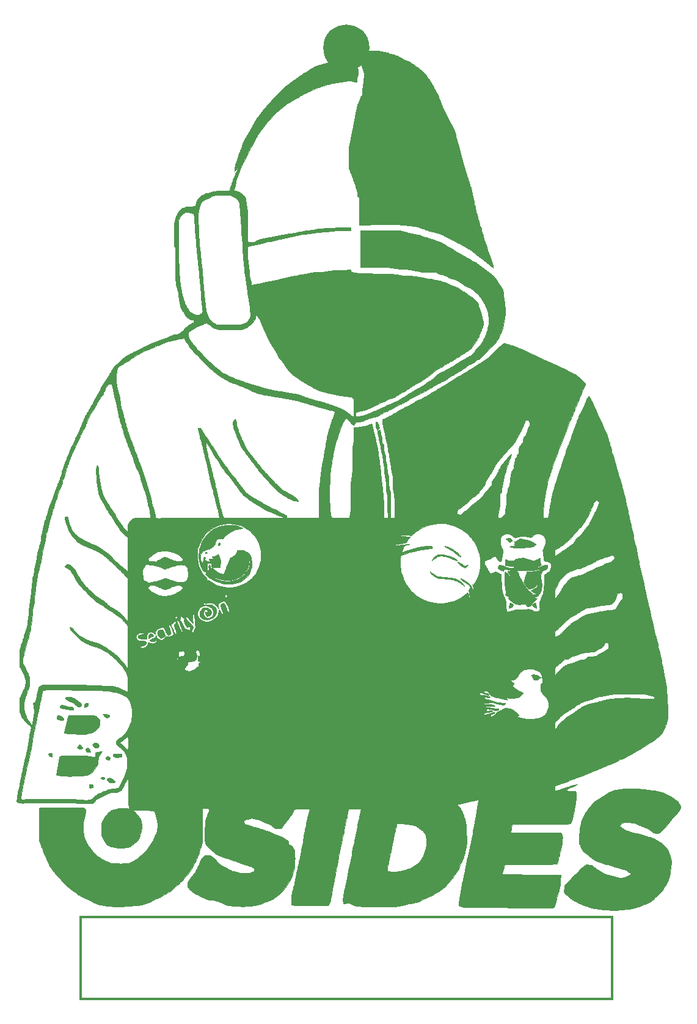
<source format=gbr>
%TF.GenerationSoftware,KiCad,Pcbnew,7.0.1*%
%TF.CreationDate,2023-08-30T08:14:35-05:00*%
%TF.ProjectId,Bsides-STL-Badge,42736964-6573-42d5-9354-4c2d42616467,rev?*%
%TF.SameCoordinates,Original*%
%TF.FileFunction,Soldermask,Top*%
%TF.FilePolarity,Negative*%
%FSLAX46Y46*%
G04 Gerber Fmt 4.6, Leading zero omitted, Abs format (unit mm)*
G04 Created by KiCad (PCBNEW 7.0.1) date 2023-08-30 08:14:35*
%MOMM*%
%LPD*%
G01*
G04 APERTURE LIST*
%ADD10C,0.010000*%
%ADD11C,6.400000*%
G04 APERTURE END LIST*
%TO.C,G\u002A\u002A\u002A*%
D10*
X134020268Y-148811952D02*
X170982559Y-148817250D01*
X170982559Y-160374250D01*
X134020268Y-160379547D01*
X97057976Y-160384845D01*
X97057976Y-149060666D01*
X97311976Y-149060666D01*
X97311976Y-160130833D01*
X170739143Y-160130833D01*
X170739143Y-149060666D01*
X97311976Y-149060666D01*
X97057976Y-149060666D01*
X97057976Y-148806654D01*
X134020268Y-148811952D01*
G36*
X134020268Y-148811952D02*
G01*
X170982559Y-148817250D01*
X170982559Y-160374250D01*
X134020268Y-160379547D01*
X97057976Y-160384845D01*
X97057976Y-149060666D01*
X97311976Y-149060666D01*
X97311976Y-160130833D01*
X170739143Y-160130833D01*
X170739143Y-149060666D01*
X97311976Y-149060666D01*
X97057976Y-149060666D01*
X97057976Y-148806654D01*
X134020268Y-148811952D01*
G37*
X114668560Y-98381422D02*
X114700393Y-98400196D01*
X114745114Y-98447368D01*
X114755969Y-98499471D01*
X114739102Y-98547608D01*
X114700656Y-98582879D01*
X114646776Y-98596386D01*
X114583605Y-98579230D01*
X114578684Y-98576471D01*
X114546762Y-98536807D01*
X114542753Y-98482205D01*
X114565255Y-98428264D01*
X114594559Y-98400196D01*
X114635987Y-98377800D01*
X114668560Y-98381422D01*
G36*
X114668560Y-98381422D02*
G01*
X114700393Y-98400196D01*
X114745114Y-98447368D01*
X114755969Y-98499471D01*
X114739102Y-98547608D01*
X114700656Y-98582879D01*
X114646776Y-98596386D01*
X114583605Y-98579230D01*
X114578684Y-98576471D01*
X114546762Y-98536807D01*
X114542753Y-98482205D01*
X114565255Y-98428264D01*
X114594559Y-98400196D01*
X114635987Y-98377800D01*
X114668560Y-98381422D01*
G37*
X116530860Y-97092414D02*
X116539829Y-97109338D01*
X116550537Y-97168056D01*
X116551349Y-97248517D01*
X116543004Y-97331486D01*
X116529083Y-97390121D01*
X116490681Y-97455287D01*
X116437111Y-97491770D01*
X116378581Y-97496964D01*
X116325300Y-97468266D01*
X116307676Y-97446610D01*
X116286676Y-97378815D01*
X116298548Y-97300583D01*
X116338808Y-97221396D01*
X116402976Y-97150736D01*
X116468267Y-97106846D01*
X116510452Y-97088211D01*
X116530860Y-97092414D01*
G36*
X116530860Y-97092414D02*
G01*
X116539829Y-97109338D01*
X116550537Y-97168056D01*
X116551349Y-97248517D01*
X116543004Y-97331486D01*
X116529083Y-97390121D01*
X116490681Y-97455287D01*
X116437111Y-97491770D01*
X116378581Y-97496964D01*
X116325300Y-97468266D01*
X116307676Y-97446610D01*
X116286676Y-97378815D01*
X116298548Y-97300583D01*
X116338808Y-97221396D01*
X116402976Y-97150736D01*
X116468267Y-97106846D01*
X116510452Y-97088211D01*
X116530860Y-97092414D01*
G37*
X100469771Y-129559367D02*
X100547450Y-129605621D01*
X100551850Y-129609874D01*
X100587188Y-129663426D01*
X100583240Y-129717936D01*
X100539376Y-129778491D01*
X100529778Y-129787967D01*
X100446316Y-129840217D01*
X100344650Y-129860887D01*
X100235636Y-129849181D01*
X100150155Y-129815822D01*
X100072741Y-129768835D01*
X100033701Y-129728444D01*
X100030852Y-129689104D01*
X100062015Y-129645265D01*
X100077374Y-129630673D01*
X100163891Y-129575444D01*
X100266074Y-129544801D01*
X100372007Y-129539268D01*
X100469771Y-129559367D01*
G36*
X100469771Y-129559367D02*
G01*
X100547450Y-129605621D01*
X100551850Y-129609874D01*
X100587188Y-129663426D01*
X100583240Y-129717936D01*
X100539376Y-129778491D01*
X100529778Y-129787967D01*
X100446316Y-129840217D01*
X100344650Y-129860887D01*
X100235636Y-129849181D01*
X100150155Y-129815822D01*
X100072741Y-129768835D01*
X100033701Y-129728444D01*
X100030852Y-129689104D01*
X100062015Y-129645265D01*
X100077374Y-129630673D01*
X100163891Y-129575444D01*
X100266074Y-129544801D01*
X100372007Y-129539268D01*
X100469771Y-129559367D01*
G37*
X93306856Y-126491708D02*
X93303819Y-126605022D01*
X93297295Y-126681349D01*
X93281550Y-126725978D01*
X93250856Y-126744197D01*
X93199480Y-126741293D01*
X93121691Y-126722553D01*
X93071376Y-126708972D01*
X92963374Y-126673691D01*
X92890444Y-126632143D01*
X92845326Y-126577497D01*
X92820764Y-126502921D01*
X92815314Y-126467965D01*
X92809711Y-126398496D01*
X92810640Y-126343076D01*
X92814238Y-126324250D01*
X92844953Y-126286717D01*
X92905899Y-126261333D01*
X93000862Y-126247101D01*
X93122644Y-126243000D01*
X93312819Y-126243000D01*
X93306856Y-126491708D01*
G36*
X93306856Y-126491708D02*
G01*
X93303819Y-126605022D01*
X93297295Y-126681349D01*
X93281550Y-126725978D01*
X93250856Y-126744197D01*
X93199480Y-126741293D01*
X93121691Y-126722553D01*
X93071376Y-126708972D01*
X92963374Y-126673691D01*
X92890444Y-126632143D01*
X92845326Y-126577497D01*
X92820764Y-126502921D01*
X92815314Y-126467965D01*
X92809711Y-126398496D01*
X92810640Y-126343076D01*
X92814238Y-126324250D01*
X92844953Y-126286717D01*
X92905899Y-126261333D01*
X93000862Y-126247101D01*
X93122644Y-126243000D01*
X93312819Y-126243000D01*
X93306856Y-126491708D01*
G37*
X101047822Y-126684981D02*
X101100450Y-126699937D01*
X101196618Y-126740207D01*
X101272591Y-126794823D01*
X101320597Y-126856860D01*
X101333643Y-126907693D01*
X101321917Y-126984157D01*
X101291705Y-127060793D01*
X101250448Y-127122371D01*
X101215082Y-127150292D01*
X101130281Y-127171128D01*
X101030280Y-127170103D01*
X100935583Y-127148094D01*
X100910731Y-127137258D01*
X100836892Y-127083188D01*
X100778398Y-127009019D01*
X100745110Y-126928907D01*
X100740976Y-126893546D01*
X100754731Y-126836399D01*
X100799512Y-126773353D01*
X100823152Y-126748509D01*
X100876224Y-126700145D01*
X100922688Y-126674955D01*
X100975552Y-126670660D01*
X101047822Y-126684981D01*
G36*
X101047822Y-126684981D02*
G01*
X101100450Y-126699937D01*
X101196618Y-126740207D01*
X101272591Y-126794823D01*
X101320597Y-126856860D01*
X101333643Y-126907693D01*
X101321917Y-126984157D01*
X101291705Y-127060793D01*
X101250448Y-127122371D01*
X101215082Y-127150292D01*
X101130281Y-127171128D01*
X101030280Y-127170103D01*
X100935583Y-127148094D01*
X100910731Y-127137258D01*
X100836892Y-127083188D01*
X100778398Y-127009019D01*
X100745110Y-126928907D01*
X100740976Y-126893546D01*
X100754731Y-126836399D01*
X100799512Y-126773353D01*
X100823152Y-126748509D01*
X100876224Y-126700145D01*
X100922688Y-126674955D01*
X100975552Y-126670660D01*
X101047822Y-126684981D01*
G37*
X98596299Y-130562030D02*
X98651289Y-130565420D01*
X98738988Y-130575548D01*
X98819654Y-130592396D01*
X98873816Y-130611460D01*
X98945259Y-130669002D01*
X98987316Y-130745533D01*
X98998876Y-130830456D01*
X98978826Y-130913173D01*
X98926057Y-130983085D01*
X98913814Y-130992888D01*
X98871269Y-131017098D01*
X98815376Y-131032492D01*
X98734790Y-131041540D01*
X98675987Y-131044701D01*
X98497904Y-131052153D01*
X98473628Y-130991784D01*
X98457438Y-130922431D01*
X98450473Y-130830008D01*
X98452720Y-130732759D01*
X98464170Y-130648929D01*
X98473852Y-130616458D01*
X98488074Y-130585133D01*
X98506207Y-130567639D01*
X98538774Y-130560946D01*
X98596299Y-130562030D01*
G36*
X98596299Y-130562030D02*
G01*
X98651289Y-130565420D01*
X98738988Y-130575548D01*
X98819654Y-130592396D01*
X98873816Y-130611460D01*
X98945259Y-130669002D01*
X98987316Y-130745533D01*
X98998876Y-130830456D01*
X98978826Y-130913173D01*
X98926057Y-130983085D01*
X98913814Y-130992888D01*
X98871269Y-131017098D01*
X98815376Y-131032492D01*
X98734790Y-131041540D01*
X98675987Y-131044701D01*
X98497904Y-131052153D01*
X98473628Y-130991784D01*
X98457438Y-130922431D01*
X98450473Y-130830008D01*
X98452720Y-130732759D01*
X98464170Y-130648929D01*
X98473852Y-130616458D01*
X98488074Y-130585133D01*
X98506207Y-130567639D01*
X98538774Y-130560946D01*
X98596299Y-130562030D01*
G37*
X100606178Y-120853965D02*
X100757791Y-120864906D01*
X100877479Y-120878627D01*
X100975640Y-120897066D01*
X101062675Y-120922166D01*
X101146433Y-120954766D01*
X101207115Y-120983721D01*
X101237657Y-121009698D01*
X101247977Y-121043400D01*
X101248664Y-121065064D01*
X101230948Y-121165447D01*
X101179175Y-121241081D01*
X101093812Y-121291719D01*
X100975325Y-121317110D01*
X100824181Y-121317006D01*
X100783638Y-121313219D01*
X100725974Y-121305633D01*
X100685057Y-121293061D01*
X100650260Y-121268061D01*
X100610959Y-121223191D01*
X100561388Y-121157560D01*
X100503967Y-121077680D01*
X100449812Y-120998057D01*
X100409395Y-120934158D01*
X100405095Y-120926763D01*
X100354964Y-120838987D01*
X100606178Y-120853965D01*
G36*
X100606178Y-120853965D02*
G01*
X100757791Y-120864906D01*
X100877479Y-120878627D01*
X100975640Y-120897066D01*
X101062675Y-120922166D01*
X101146433Y-120954766D01*
X101207115Y-120983721D01*
X101237657Y-121009698D01*
X101247977Y-121043400D01*
X101248664Y-121065064D01*
X101230948Y-121165447D01*
X101179175Y-121241081D01*
X101093812Y-121291719D01*
X100975325Y-121317110D01*
X100824181Y-121317006D01*
X100783638Y-121313219D01*
X100725974Y-121305633D01*
X100685057Y-121293061D01*
X100650260Y-121268061D01*
X100610959Y-121223191D01*
X100561388Y-121157560D01*
X100503967Y-121077680D01*
X100449812Y-120998057D01*
X100409395Y-120934158D01*
X100405095Y-120926763D01*
X100354964Y-120838987D01*
X100606178Y-120853965D01*
G37*
X97147775Y-125072698D02*
X97196350Y-125112854D01*
X97257838Y-125170729D01*
X97325151Y-125238914D01*
X97391200Y-125310003D01*
X97448899Y-125376588D01*
X97491159Y-125431262D01*
X97510892Y-125466618D01*
X97511025Y-125467149D01*
X97515977Y-125514868D01*
X97500405Y-125553255D01*
X97458140Y-125589795D01*
X97383012Y-125631972D01*
X97369580Y-125638723D01*
X97241728Y-125683636D01*
X97120065Y-125687151D01*
X97004287Y-125650340D01*
X96942776Y-125611744D01*
X96871199Y-125555208D01*
X96819262Y-125506941D01*
X96719675Y-125405833D01*
X96908440Y-125231750D01*
X96983139Y-125164446D01*
X97047683Y-125109244D01*
X97095252Y-125071774D01*
X97119026Y-125057671D01*
X97119200Y-125057666D01*
X97147775Y-125072698D01*
G36*
X97147775Y-125072698D02*
G01*
X97196350Y-125112854D01*
X97257838Y-125170729D01*
X97325151Y-125238914D01*
X97391200Y-125310003D01*
X97448899Y-125376588D01*
X97491159Y-125431262D01*
X97510892Y-125466618D01*
X97511025Y-125467149D01*
X97515977Y-125514868D01*
X97500405Y-125553255D01*
X97458140Y-125589795D01*
X97383012Y-125631972D01*
X97369580Y-125638723D01*
X97241728Y-125683636D01*
X97120065Y-125687151D01*
X97004287Y-125650340D01*
X96942776Y-125611744D01*
X96871199Y-125555208D01*
X96819262Y-125506941D01*
X96719675Y-125405833D01*
X96908440Y-125231750D01*
X96983139Y-125164446D01*
X97047683Y-125109244D01*
X97095252Y-125071774D01*
X97119026Y-125057671D01*
X97119200Y-125057666D01*
X97147775Y-125072698D01*
G37*
X107049404Y-109709691D02*
X107149370Y-109762606D01*
X107245650Y-109843170D01*
X107329660Y-109945142D01*
X107351459Y-109979431D01*
X107340910Y-110001281D01*
X107294233Y-110036314D01*
X107214675Y-110082166D01*
X107199565Y-110090112D01*
X107127658Y-110126194D01*
X107040616Y-110167893D01*
X106947029Y-110211343D01*
X106855489Y-110252675D01*
X106774584Y-110288024D01*
X106712907Y-110313520D01*
X106679046Y-110325297D01*
X106676350Y-110325666D01*
X106672139Y-110306255D01*
X106669084Y-110255038D01*
X106667772Y-110182537D01*
X106667761Y-110172208D01*
X106674278Y-110035086D01*
X106695653Y-109928823D01*
X106734980Y-109843612D01*
X106794477Y-109770518D01*
X106852187Y-109719852D01*
X106902670Y-109696007D01*
X106954334Y-109690666D01*
X107049404Y-109709691D01*
G36*
X107049404Y-109709691D02*
G01*
X107149370Y-109762606D01*
X107245650Y-109843170D01*
X107329660Y-109945142D01*
X107351459Y-109979431D01*
X107340910Y-110001281D01*
X107294233Y-110036314D01*
X107214675Y-110082166D01*
X107199565Y-110090112D01*
X107127658Y-110126194D01*
X107040616Y-110167893D01*
X106947029Y-110211343D01*
X106855489Y-110252675D01*
X106774584Y-110288024D01*
X106712907Y-110313520D01*
X106679046Y-110325297D01*
X106676350Y-110325666D01*
X106672139Y-110306255D01*
X106669084Y-110255038D01*
X106667772Y-110182537D01*
X106667761Y-110172208D01*
X106674278Y-110035086D01*
X106695653Y-109928823D01*
X106734980Y-109843612D01*
X106794477Y-109770518D01*
X106852187Y-109719852D01*
X106902670Y-109696007D01*
X106954334Y-109690666D01*
X107049404Y-109709691D01*
G37*
X138216024Y-80363215D02*
X138260415Y-80386920D01*
X138292101Y-80407594D01*
X138379866Y-80482910D01*
X138453444Y-80579617D01*
X138515349Y-80702797D01*
X138568094Y-80857538D01*
X138614192Y-81048923D01*
X138617794Y-81066593D01*
X138652673Y-81239769D01*
X138559657Y-81325509D01*
X138474455Y-81401797D01*
X138406643Y-81457945D01*
X138360888Y-81490233D01*
X138344988Y-81496666D01*
X138328595Y-81479355D01*
X138311285Y-81443750D01*
X138287110Y-81381732D01*
X138268175Y-81333118D01*
X138226359Y-81188692D01*
X138198237Y-81006492D01*
X138184118Y-80788904D01*
X138182408Y-80674253D01*
X138183083Y-80565134D01*
X138185102Y-80471745D01*
X138188187Y-80401947D01*
X138192054Y-80363604D01*
X138193686Y-80358900D01*
X138216024Y-80363215D01*
G36*
X138216024Y-80363215D02*
G01*
X138260415Y-80386920D01*
X138292101Y-80407594D01*
X138379866Y-80482910D01*
X138453444Y-80579617D01*
X138515349Y-80702797D01*
X138568094Y-80857538D01*
X138614192Y-81048923D01*
X138617794Y-81066593D01*
X138652673Y-81239769D01*
X138559657Y-81325509D01*
X138474455Y-81401797D01*
X138406643Y-81457945D01*
X138360888Y-81490233D01*
X138344988Y-81496666D01*
X138328595Y-81479355D01*
X138311285Y-81443750D01*
X138287110Y-81381732D01*
X138268175Y-81333118D01*
X138226359Y-81188692D01*
X138198237Y-81006492D01*
X138184118Y-80788904D01*
X138182408Y-80674253D01*
X138183083Y-80565134D01*
X138185102Y-80471745D01*
X138188187Y-80401947D01*
X138192054Y-80363604D01*
X138193686Y-80358900D01*
X138216024Y-80363215D01*
G37*
X98319447Y-119348249D02*
X98317302Y-119369993D01*
X98306362Y-119421702D01*
X98289404Y-119492619D01*
X98269202Y-119571985D01*
X98248532Y-119649044D01*
X98230170Y-119713039D01*
X98216890Y-119753212D01*
X98212934Y-119761097D01*
X98190526Y-119769676D01*
X98138259Y-119785807D01*
X98067245Y-119806399D01*
X97988597Y-119828360D01*
X97913430Y-119848599D01*
X97852856Y-119864025D01*
X97817988Y-119871546D01*
X97814833Y-119871833D01*
X97806832Y-119852490D01*
X97801149Y-119801731D01*
X97798992Y-119730456D01*
X97798993Y-119728958D01*
X97801190Y-119633940D01*
X97806675Y-119536960D01*
X97812175Y-119477909D01*
X97825173Y-119369735D01*
X98068506Y-119355187D01*
X98165155Y-119350067D01*
X98245002Y-119347082D01*
X98299366Y-119346473D01*
X98319447Y-119348249D01*
G36*
X98319447Y-119348249D02*
G01*
X98317302Y-119369993D01*
X98306362Y-119421702D01*
X98289404Y-119492619D01*
X98269202Y-119571985D01*
X98248532Y-119649044D01*
X98230170Y-119713039D01*
X98216890Y-119753212D01*
X98212934Y-119761097D01*
X98190526Y-119769676D01*
X98138259Y-119785807D01*
X98067245Y-119806399D01*
X97988597Y-119828360D01*
X97913430Y-119848599D01*
X97852856Y-119864025D01*
X97817988Y-119871546D01*
X97814833Y-119871833D01*
X97806832Y-119852490D01*
X97801149Y-119801731D01*
X97798992Y-119730456D01*
X97798993Y-119728958D01*
X97801190Y-119633940D01*
X97806675Y-119536960D01*
X97812175Y-119477909D01*
X97825173Y-119369735D01*
X98068506Y-119355187D01*
X98165155Y-119350067D01*
X98245002Y-119347082D01*
X98299366Y-119346473D01*
X98319447Y-119348249D01*
G37*
X94166543Y-121016981D02*
X94209530Y-121019958D01*
X94376423Y-121053144D01*
X94537661Y-121126063D01*
X94695403Y-121239803D01*
X94756101Y-121295133D01*
X94825236Y-121364027D01*
X94868117Y-121413969D01*
X94890601Y-121453590D01*
X94898546Y-121491521D01*
X94898976Y-121505661D01*
X94880329Y-121585540D01*
X94827529Y-121647089D01*
X94745289Y-121688763D01*
X94638321Y-121709014D01*
X94511336Y-121706296D01*
X94369957Y-121679307D01*
X94269918Y-121644663D01*
X94161291Y-121594785D01*
X94059862Y-121537818D01*
X93981414Y-121481909D01*
X93972934Y-121474419D01*
X93935053Y-121413334D01*
X93921270Y-121330400D01*
X93930038Y-121237449D01*
X93959809Y-121146314D01*
X94009035Y-121068826D01*
X94028587Y-121048895D01*
X94060738Y-121026899D01*
X94102394Y-121016953D01*
X94166543Y-121016981D01*
G36*
X94166543Y-121016981D02*
G01*
X94209530Y-121019958D01*
X94376423Y-121053144D01*
X94537661Y-121126063D01*
X94695403Y-121239803D01*
X94756101Y-121295133D01*
X94825236Y-121364027D01*
X94868117Y-121413969D01*
X94890601Y-121453590D01*
X94898546Y-121491521D01*
X94898976Y-121505661D01*
X94880329Y-121585540D01*
X94827529Y-121647089D01*
X94745289Y-121688763D01*
X94638321Y-121709014D01*
X94511336Y-121706296D01*
X94369957Y-121679307D01*
X94269918Y-121644663D01*
X94161291Y-121594785D01*
X94059862Y-121537818D01*
X93981414Y-121481909D01*
X93972934Y-121474419D01*
X93935053Y-121413334D01*
X93921270Y-121330400D01*
X93930038Y-121237449D01*
X93959809Y-121146314D01*
X94009035Y-121068826D01*
X94028587Y-121048895D01*
X94060738Y-121026899D01*
X94102394Y-121016953D01*
X94166543Y-121016981D01*
G37*
X156829290Y-105427031D02*
X156884625Y-105458568D01*
X156952938Y-105502776D01*
X157024148Y-105552819D01*
X157088176Y-105601862D01*
X157134940Y-105643071D01*
X157138000Y-105646205D01*
X157178834Y-105699806D01*
X157187457Y-105746510D01*
X157185142Y-105758838D01*
X157150208Y-105839132D01*
X157090684Y-105922122D01*
X157019359Y-105990631D01*
X157004800Y-106001085D01*
X156933045Y-106041110D01*
X156837726Y-106083555D01*
X156736524Y-106121307D01*
X156647121Y-106147254D01*
X156634978Y-106149857D01*
X156592988Y-106154719D01*
X156581667Y-106141404D01*
X156585691Y-106121921D01*
X156596794Y-106081082D01*
X156613989Y-106014320D01*
X156631546Y-105944166D01*
X156672149Y-105785047D01*
X156709444Y-105649303D01*
X156742202Y-105540871D01*
X156769192Y-105463687D01*
X156789182Y-105421687D01*
X156797014Y-105415000D01*
X156829290Y-105427031D01*
G36*
X156829290Y-105427031D02*
G01*
X156884625Y-105458568D01*
X156952938Y-105502776D01*
X157024148Y-105552819D01*
X157088176Y-105601862D01*
X157134940Y-105643071D01*
X157138000Y-105646205D01*
X157178834Y-105699806D01*
X157187457Y-105746510D01*
X157185142Y-105758838D01*
X157150208Y-105839132D01*
X157090684Y-105922122D01*
X157019359Y-105990631D01*
X157004800Y-106001085D01*
X156933045Y-106041110D01*
X156837726Y-106083555D01*
X156736524Y-106121307D01*
X156647121Y-106147254D01*
X156634978Y-106149857D01*
X156592988Y-106154719D01*
X156581667Y-106141404D01*
X156585691Y-106121921D01*
X156596794Y-106081082D01*
X156613989Y-106014320D01*
X156631546Y-105944166D01*
X156672149Y-105785047D01*
X156709444Y-105649303D01*
X156742202Y-105540871D01*
X156769192Y-105463687D01*
X156789182Y-105421687D01*
X156797014Y-105415000D01*
X156829290Y-105427031D01*
G37*
X160260910Y-105410266D02*
X160284716Y-105450932D01*
X160304358Y-105512437D01*
X160325849Y-105596984D01*
X160347820Y-105696736D01*
X160368904Y-105803855D01*
X160387734Y-105910502D01*
X160402942Y-106008840D01*
X160413161Y-106091031D01*
X160417024Y-106149237D01*
X160413163Y-106175620D01*
X160411275Y-106176386D01*
X160388121Y-106166802D01*
X160337747Y-106141986D01*
X160270141Y-106106894D01*
X160255465Y-106099097D01*
X160185182Y-106056330D01*
X160105251Y-105999448D01*
X160022996Y-105934749D01*
X159945741Y-105868529D01*
X159880812Y-105807086D01*
X159835531Y-105756718D01*
X159817225Y-105723720D01*
X159817143Y-105722247D01*
X159833490Y-105701707D01*
X159877581Y-105663190D01*
X159941991Y-105612282D01*
X160019294Y-105554569D01*
X160102064Y-105495638D01*
X160182877Y-105441073D01*
X160234089Y-105408599D01*
X160260910Y-105410266D01*
G36*
X160260910Y-105410266D02*
G01*
X160284716Y-105450932D01*
X160304358Y-105512437D01*
X160325849Y-105596984D01*
X160347820Y-105696736D01*
X160368904Y-105803855D01*
X160387734Y-105910502D01*
X160402942Y-106008840D01*
X160413161Y-106091031D01*
X160417024Y-106149237D01*
X160413163Y-106175620D01*
X160411275Y-106176386D01*
X160388121Y-106166802D01*
X160337747Y-106141986D01*
X160270141Y-106106894D01*
X160255465Y-106099097D01*
X160185182Y-106056330D01*
X160105251Y-105999448D01*
X160022996Y-105934749D01*
X159945741Y-105868529D01*
X159880812Y-105807086D01*
X159835531Y-105756718D01*
X159817225Y-105723720D01*
X159817143Y-105722247D01*
X159833490Y-105701707D01*
X159877581Y-105663190D01*
X159941991Y-105612282D01*
X160019294Y-105554569D01*
X160102064Y-105495638D01*
X160182877Y-105441073D01*
X160234089Y-105408599D01*
X160260910Y-105410266D01*
G37*
X156751951Y-96432206D02*
X156772016Y-96453362D01*
X156811536Y-96501678D01*
X156864955Y-96570158D01*
X156926717Y-96651807D01*
X156932051Y-96658965D01*
X157004340Y-96759374D01*
X157049017Y-96829396D01*
X157066740Y-96870156D01*
X157062439Y-96882308D01*
X157030509Y-96894064D01*
X156970242Y-96917128D01*
X156892676Y-96947261D01*
X156862286Y-96959163D01*
X156690847Y-97026458D01*
X156576536Y-96918217D01*
X156502030Y-96848874D01*
X156413821Y-96768526D01*
X156330234Y-96693852D01*
X156325435Y-96689626D01*
X156265444Y-96634154D01*
X156222129Y-96588856D01*
X156202018Y-96560802D01*
X156202006Y-96555914D01*
X156229213Y-96544033D01*
X156287484Y-96526718D01*
X156367105Y-96506156D01*
X156458360Y-96484532D01*
X156551533Y-96464030D01*
X156636908Y-96446838D01*
X156704771Y-96435139D01*
X156745405Y-96431120D01*
X156751951Y-96432206D01*
G36*
X156751951Y-96432206D02*
G01*
X156772016Y-96453362D01*
X156811536Y-96501678D01*
X156864955Y-96570158D01*
X156926717Y-96651807D01*
X156932051Y-96658965D01*
X157004340Y-96759374D01*
X157049017Y-96829396D01*
X157066740Y-96870156D01*
X157062439Y-96882308D01*
X157030509Y-96894064D01*
X156970242Y-96917128D01*
X156892676Y-96947261D01*
X156862286Y-96959163D01*
X156690847Y-97026458D01*
X156576536Y-96918217D01*
X156502030Y-96848874D01*
X156413821Y-96768526D01*
X156330234Y-96693852D01*
X156325435Y-96689626D01*
X156265444Y-96634154D01*
X156222129Y-96588856D01*
X156202018Y-96560802D01*
X156202006Y-96555914D01*
X156229213Y-96544033D01*
X156287484Y-96526718D01*
X156367105Y-96506156D01*
X156458360Y-96484532D01*
X156551533Y-96464030D01*
X156636908Y-96446838D01*
X156704771Y-96435139D01*
X156745405Y-96431120D01*
X156751951Y-96432206D01*
G37*
X98252785Y-125516371D02*
X98272802Y-125522588D01*
X98365229Y-125575223D01*
X98447073Y-125668273D01*
X98517785Y-125801029D01*
X98547642Y-125878736D01*
X98573348Y-125958805D01*
X98590210Y-126023258D01*
X98595796Y-126062167D01*
X98594167Y-126068530D01*
X98568091Y-126075393D01*
X98509651Y-126082172D01*
X98428808Y-126087878D01*
X98374543Y-126090345D01*
X98273018Y-126092640D01*
X98203940Y-126089949D01*
X98157605Y-126081182D01*
X98124306Y-126065246D01*
X98119029Y-126061590D01*
X98091362Y-126029369D01*
X98053652Y-125970313D01*
X98012115Y-125896250D01*
X97972968Y-125819005D01*
X97942427Y-125750407D01*
X97926708Y-125702283D01*
X97925809Y-125693980D01*
X97942321Y-125674907D01*
X97986044Y-125640244D01*
X98048260Y-125596787D01*
X98062532Y-125587394D01*
X98133360Y-125542562D01*
X98180938Y-125518167D01*
X98216876Y-125510629D01*
X98252785Y-125516371D01*
G36*
X98252785Y-125516371D02*
G01*
X98272802Y-125522588D01*
X98365229Y-125575223D01*
X98447073Y-125668273D01*
X98517785Y-125801029D01*
X98547642Y-125878736D01*
X98573348Y-125958805D01*
X98590210Y-126023258D01*
X98595796Y-126062167D01*
X98594167Y-126068530D01*
X98568091Y-126075393D01*
X98509651Y-126082172D01*
X98428808Y-126087878D01*
X98374543Y-126090345D01*
X98273018Y-126092640D01*
X98203940Y-126089949D01*
X98157605Y-126081182D01*
X98124306Y-126065246D01*
X98119029Y-126061590D01*
X98091362Y-126029369D01*
X98053652Y-125970313D01*
X98012115Y-125896250D01*
X97972968Y-125819005D01*
X97942427Y-125750407D01*
X97926708Y-125702283D01*
X97925809Y-125693980D01*
X97942321Y-125674907D01*
X97986044Y-125640244D01*
X98048260Y-125596787D01*
X98062532Y-125587394D01*
X98133360Y-125542562D01*
X98180938Y-125518167D01*
X98216876Y-125510629D01*
X98252785Y-125516371D01*
G37*
X99295889Y-124794332D02*
X99367999Y-124816174D01*
X99454100Y-124851980D01*
X99543628Y-124896913D01*
X99626020Y-124946137D01*
X99688360Y-124992734D01*
X99734791Y-125037376D01*
X99758257Y-125077097D01*
X99766480Y-125129913D01*
X99767309Y-125176955D01*
X99754540Y-125302799D01*
X99717020Y-125398613D01*
X99655928Y-125461627D01*
X99643028Y-125469010D01*
X99571962Y-125491355D01*
X99477483Y-125502318D01*
X99374472Y-125502182D01*
X99277810Y-125491232D01*
X99202376Y-125469753D01*
X99184426Y-125460242D01*
X99149061Y-125426476D01*
X99100441Y-125365937D01*
X99045590Y-125289008D01*
X98991537Y-125206074D01*
X98945308Y-125127519D01*
X98913929Y-125063727D01*
X98910928Y-125056049D01*
X98921903Y-125031152D01*
X98960009Y-124990525D01*
X99016550Y-124940993D01*
X99082831Y-124889377D01*
X99150157Y-124842502D01*
X99209831Y-124807190D01*
X99248336Y-124791289D01*
X99295889Y-124794332D01*
G36*
X99295889Y-124794332D02*
G01*
X99367999Y-124816174D01*
X99454100Y-124851980D01*
X99543628Y-124896913D01*
X99626020Y-124946137D01*
X99688360Y-124992734D01*
X99734791Y-125037376D01*
X99758257Y-125077097D01*
X99766480Y-125129913D01*
X99767309Y-125176955D01*
X99754540Y-125302799D01*
X99717020Y-125398613D01*
X99655928Y-125461627D01*
X99643028Y-125469010D01*
X99571962Y-125491355D01*
X99477483Y-125502318D01*
X99374472Y-125502182D01*
X99277810Y-125491232D01*
X99202376Y-125469753D01*
X99184426Y-125460242D01*
X99149061Y-125426476D01*
X99100441Y-125365937D01*
X99045590Y-125289008D01*
X98991537Y-125206074D01*
X98945308Y-125127519D01*
X98913929Y-125063727D01*
X98910928Y-125056049D01*
X98921903Y-125031152D01*
X98960009Y-124990525D01*
X99016550Y-124940993D01*
X99082831Y-124889377D01*
X99150157Y-124842502D01*
X99209831Y-124807190D01*
X99248336Y-124791289D01*
X99295889Y-124794332D01*
G37*
X160182961Y-115341130D02*
X160296333Y-115384225D01*
X160436445Y-115443048D01*
X160592915Y-115512983D01*
X160755361Y-115589410D01*
X160885995Y-115653814D01*
X161097598Y-115760563D01*
X161014230Y-115795396D01*
X160950736Y-115820361D01*
X160897000Y-115838928D01*
X160887294Y-115841718D01*
X160850272Y-115864193D01*
X160801912Y-115909598D01*
X160770017Y-115946591D01*
X160684896Y-116041164D01*
X160600310Y-116102567D01*
X160506400Y-116134358D01*
X160393307Y-116140097D01*
X160271407Y-116126632D01*
X160163627Y-116101225D01*
X160082215Y-116059419D01*
X160021509Y-115994945D01*
X159975844Y-115901533D01*
X159939556Y-115772915D01*
X159935584Y-115754916D01*
X159908878Y-115700513D01*
X159848348Y-115635337D01*
X159793404Y-115588665D01*
X159735199Y-115538409D01*
X159695670Y-115496964D01*
X159681598Y-115471683D01*
X159682827Y-115468774D01*
X159709302Y-115453820D01*
X159765491Y-115427912D01*
X159841649Y-115395432D01*
X159886628Y-115377112D01*
X160072530Y-115302590D01*
X160182961Y-115341130D01*
G36*
X160182961Y-115341130D02*
G01*
X160296333Y-115384225D01*
X160436445Y-115443048D01*
X160592915Y-115512983D01*
X160755361Y-115589410D01*
X160885995Y-115653814D01*
X161097598Y-115760563D01*
X161014230Y-115795396D01*
X160950736Y-115820361D01*
X160897000Y-115838928D01*
X160887294Y-115841718D01*
X160850272Y-115864193D01*
X160801912Y-115909598D01*
X160770017Y-115946591D01*
X160684896Y-116041164D01*
X160600310Y-116102567D01*
X160506400Y-116134358D01*
X160393307Y-116140097D01*
X160271407Y-116126632D01*
X160163627Y-116101225D01*
X160082215Y-116059419D01*
X160021509Y-115994945D01*
X159975844Y-115901533D01*
X159939556Y-115772915D01*
X159935584Y-115754916D01*
X159908878Y-115700513D01*
X159848348Y-115635337D01*
X159793404Y-115588665D01*
X159735199Y-115538409D01*
X159695670Y-115496964D01*
X159681598Y-115471683D01*
X159682827Y-115468774D01*
X159709302Y-115453820D01*
X159765491Y-115427912D01*
X159841649Y-115395432D01*
X159886628Y-115377112D01*
X160072530Y-115302590D01*
X160182961Y-115341130D01*
G37*
X102155865Y-126328952D02*
X102158225Y-126329389D01*
X102242976Y-126340954D01*
X102355340Y-126350442D01*
X102480608Y-126356867D01*
X102602791Y-126359240D01*
X102717403Y-126359551D01*
X102796984Y-126361146D01*
X102848834Y-126365267D01*
X102880255Y-126373159D01*
X102898548Y-126386063D01*
X102911014Y-126405223D01*
X102914687Y-126412333D01*
X102935745Y-126480206D01*
X102942706Y-126562389D01*
X102936177Y-126643177D01*
X102916766Y-126706866D01*
X102902524Y-126727285D01*
X102858136Y-126751338D01*
X102780227Y-126773455D01*
X102677600Y-126792655D01*
X102559056Y-126807958D01*
X102433396Y-126818381D01*
X102309423Y-126822944D01*
X102195939Y-126820666D01*
X102124229Y-126814045D01*
X101993170Y-126784715D01*
X101880579Y-126737029D01*
X101797452Y-126675766D01*
X101791489Y-126669417D01*
X101766072Y-126613313D01*
X101763611Y-126538219D01*
X101782048Y-126459300D01*
X101819324Y-126391720D01*
X101830932Y-126378786D01*
X101886623Y-126336338D01*
X101953139Y-126314819D01*
X102039785Y-126312825D01*
X102155865Y-126328952D01*
G36*
X102155865Y-126328952D02*
G01*
X102158225Y-126329389D01*
X102242976Y-126340954D01*
X102355340Y-126350442D01*
X102480608Y-126356867D01*
X102602791Y-126359240D01*
X102717403Y-126359551D01*
X102796984Y-126361146D01*
X102848834Y-126365267D01*
X102880255Y-126373159D01*
X102898548Y-126386063D01*
X102911014Y-126405223D01*
X102914687Y-126412333D01*
X102935745Y-126480206D01*
X102942706Y-126562389D01*
X102936177Y-126643177D01*
X102916766Y-126706866D01*
X102902524Y-126727285D01*
X102858136Y-126751338D01*
X102780227Y-126773455D01*
X102677600Y-126792655D01*
X102559056Y-126807958D01*
X102433396Y-126818381D01*
X102309423Y-126822944D01*
X102195939Y-126820666D01*
X102124229Y-126814045D01*
X101993170Y-126784715D01*
X101880579Y-126737029D01*
X101797452Y-126675766D01*
X101791489Y-126669417D01*
X101766072Y-126613313D01*
X101763611Y-126538219D01*
X101782048Y-126459300D01*
X101819324Y-126391720D01*
X101830932Y-126378786D01*
X101886623Y-126336338D01*
X101953139Y-126314819D01*
X102039785Y-126312825D01*
X102155865Y-126328952D01*
G37*
X108631400Y-109128720D02*
X108635298Y-109131556D01*
X108649554Y-109157182D01*
X108676161Y-109214621D01*
X108712092Y-109296536D01*
X108754324Y-109395590D01*
X108799831Y-109504447D01*
X108845588Y-109615769D01*
X108888571Y-109722221D01*
X108925754Y-109816465D01*
X108954113Y-109891165D01*
X108970623Y-109938984D01*
X108973577Y-109952032D01*
X108956948Y-109975956D01*
X108913615Y-110017944D01*
X108851472Y-110071668D01*
X108778413Y-110130800D01*
X108702334Y-110189010D01*
X108631128Y-110239971D01*
X108572690Y-110277353D01*
X108557275Y-110285772D01*
X108450592Y-110320362D01*
X108345665Y-110317850D01*
X108264430Y-110285995D01*
X108162783Y-110204195D01*
X108070728Y-110093258D01*
X107992722Y-109962861D01*
X107933217Y-109822681D01*
X107896669Y-109682397D01*
X107887533Y-109551687D01*
X107896139Y-109485881D01*
X107925959Y-109381901D01*
X107965772Y-109308654D01*
X108023939Y-109254574D01*
X108090751Y-109216633D01*
X108155296Y-109192112D01*
X108240609Y-109168995D01*
X108336768Y-109148831D01*
X108433849Y-109133172D01*
X108521930Y-109123566D01*
X108591088Y-109121566D01*
X108631400Y-109128720D01*
G36*
X108631400Y-109128720D02*
G01*
X108635298Y-109131556D01*
X108649554Y-109157182D01*
X108676161Y-109214621D01*
X108712092Y-109296536D01*
X108754324Y-109395590D01*
X108799831Y-109504447D01*
X108845588Y-109615769D01*
X108888571Y-109722221D01*
X108925754Y-109816465D01*
X108954113Y-109891165D01*
X108970623Y-109938984D01*
X108973577Y-109952032D01*
X108956948Y-109975956D01*
X108913615Y-110017944D01*
X108851472Y-110071668D01*
X108778413Y-110130800D01*
X108702334Y-110189010D01*
X108631128Y-110239971D01*
X108572690Y-110277353D01*
X108557275Y-110285772D01*
X108450592Y-110320362D01*
X108345665Y-110317850D01*
X108264430Y-110285995D01*
X108162783Y-110204195D01*
X108070728Y-110093258D01*
X107992722Y-109962861D01*
X107933217Y-109822681D01*
X107896669Y-109682397D01*
X107887533Y-109551687D01*
X107896139Y-109485881D01*
X107925959Y-109381901D01*
X107965772Y-109308654D01*
X108023939Y-109254574D01*
X108090751Y-109216633D01*
X108155296Y-109192112D01*
X108240609Y-109168995D01*
X108336768Y-109148831D01*
X108433849Y-109133172D01*
X108521930Y-109123566D01*
X108591088Y-109121566D01*
X108631400Y-109128720D01*
G37*
X149549631Y-99755297D02*
X149619295Y-99786678D01*
X149708025Y-99833789D01*
X149810745Y-99893599D01*
X149922379Y-99963079D01*
X150037852Y-100039197D01*
X150152086Y-100118926D01*
X150260007Y-100199235D01*
X150328129Y-100253396D01*
X150480532Y-100378519D01*
X150687320Y-100262631D01*
X150770515Y-100217054D01*
X150839213Y-100181397D01*
X150885706Y-100159530D01*
X150902141Y-100154776D01*
X150897484Y-100176424D01*
X150876229Y-100222311D01*
X150844649Y-100281056D01*
X150809016Y-100341273D01*
X150775603Y-100391579D01*
X150762008Y-100409083D01*
X150698367Y-100473804D01*
X150630262Y-100526927D01*
X150569105Y-100560401D01*
X150537000Y-100567833D01*
X150494248Y-100558143D01*
X150429226Y-100532785D01*
X150358777Y-100498660D01*
X150288022Y-100457693D01*
X150193456Y-100398312D01*
X150084042Y-100326629D01*
X149968743Y-100248754D01*
X149856523Y-100170799D01*
X149756345Y-100098873D01*
X149677172Y-100039087D01*
X149640404Y-100008920D01*
X149584518Y-99948709D01*
X149534820Y-99875669D01*
X149499790Y-99804091D01*
X149487809Y-99751839D01*
X149504111Y-99742673D01*
X149549631Y-99755297D01*
G36*
X149549631Y-99755297D02*
G01*
X149619295Y-99786678D01*
X149708025Y-99833789D01*
X149810745Y-99893599D01*
X149922379Y-99963079D01*
X150037852Y-100039197D01*
X150152086Y-100118926D01*
X150260007Y-100199235D01*
X150328129Y-100253396D01*
X150480532Y-100378519D01*
X150687320Y-100262631D01*
X150770515Y-100217054D01*
X150839213Y-100181397D01*
X150885706Y-100159530D01*
X150902141Y-100154776D01*
X150897484Y-100176424D01*
X150876229Y-100222311D01*
X150844649Y-100281056D01*
X150809016Y-100341273D01*
X150775603Y-100391579D01*
X150762008Y-100409083D01*
X150698367Y-100473804D01*
X150630262Y-100526927D01*
X150569105Y-100560401D01*
X150537000Y-100567833D01*
X150494248Y-100558143D01*
X150429226Y-100532785D01*
X150358777Y-100498660D01*
X150288022Y-100457693D01*
X150193456Y-100398312D01*
X150084042Y-100326629D01*
X149968743Y-100248754D01*
X149856523Y-100170799D01*
X149756345Y-100098873D01*
X149677172Y-100039087D01*
X149640404Y-100008920D01*
X149584518Y-99948709D01*
X149534820Y-99875669D01*
X149499790Y-99804091D01*
X149487809Y-99751839D01*
X149504111Y-99742673D01*
X149549631Y-99755297D01*
G37*
X101339372Y-129682837D02*
X101408580Y-129711910D01*
X101494116Y-129754055D01*
X101586502Y-129804111D01*
X101676262Y-129856917D01*
X101753919Y-129907310D01*
X101809996Y-129950128D01*
X101815079Y-129954749D01*
X101870617Y-130013966D01*
X101923034Y-130082199D01*
X101966741Y-130150322D01*
X101996151Y-130209208D01*
X102005675Y-130249731D01*
X102001816Y-130259715D01*
X101970388Y-130271174D01*
X101904322Y-130282018D01*
X101811311Y-130291579D01*
X101699051Y-130299186D01*
X101575236Y-130304173D01*
X101471226Y-130305833D01*
X101361869Y-130305065D01*
X101285082Y-130300788D01*
X101231161Y-130291717D01*
X101190402Y-130276567D01*
X101171717Y-130266185D01*
X101119564Y-130223622D01*
X101064603Y-130162892D01*
X101043351Y-130133973D01*
X100992001Y-130054925D01*
X100944428Y-129976725D01*
X100905358Y-129907754D01*
X100879516Y-129856397D01*
X100871628Y-129831039D01*
X100872109Y-129830144D01*
X100895848Y-129818290D01*
X100949002Y-129796385D01*
X101021031Y-129768362D01*
X101101393Y-129738154D01*
X101179547Y-129709694D01*
X101244951Y-129686915D01*
X101287065Y-129673749D01*
X101295968Y-129672000D01*
X101339372Y-129682837D01*
G36*
X101339372Y-129682837D02*
G01*
X101408580Y-129711910D01*
X101494116Y-129754055D01*
X101586502Y-129804111D01*
X101676262Y-129856917D01*
X101753919Y-129907310D01*
X101809996Y-129950128D01*
X101815079Y-129954749D01*
X101870617Y-130013966D01*
X101923034Y-130082199D01*
X101966741Y-130150322D01*
X101996151Y-130209208D01*
X102005675Y-130249731D01*
X102001816Y-130259715D01*
X101970388Y-130271174D01*
X101904322Y-130282018D01*
X101811311Y-130291579D01*
X101699051Y-130299186D01*
X101575236Y-130304173D01*
X101471226Y-130305833D01*
X101361869Y-130305065D01*
X101285082Y-130300788D01*
X101231161Y-130291717D01*
X101190402Y-130276567D01*
X101171717Y-130266185D01*
X101119564Y-130223622D01*
X101064603Y-130162892D01*
X101043351Y-130133973D01*
X100992001Y-130054925D01*
X100944428Y-129976725D01*
X100905358Y-129907754D01*
X100879516Y-129856397D01*
X100871628Y-129831039D01*
X100872109Y-129830144D01*
X100895848Y-129818290D01*
X100949002Y-129796385D01*
X101021031Y-129768362D01*
X101101393Y-129738154D01*
X101179547Y-129709694D01*
X101244951Y-129686915D01*
X101287065Y-129673749D01*
X101295968Y-129672000D01*
X101339372Y-129682837D01*
G37*
X147847574Y-97575215D02*
X147931125Y-97599992D01*
X148045272Y-97640709D01*
X148063088Y-97647375D01*
X148374399Y-97778230D01*
X148684691Y-97935014D01*
X148981946Y-98110921D01*
X149254147Y-98299144D01*
X149360809Y-98382424D01*
X149486955Y-98490193D01*
X149605731Y-98601531D01*
X149711426Y-98710346D01*
X149798330Y-98810545D01*
X149860732Y-98896034D01*
X149886531Y-98943291D01*
X149908276Y-98999463D01*
X149917532Y-99035783D01*
X149915244Y-99043449D01*
X149890330Y-99033750D01*
X149840103Y-99008873D01*
X149784143Y-98978944D01*
X149723221Y-98941530D01*
X149639543Y-98884889D01*
X149543413Y-98816234D01*
X149445135Y-98742777D01*
X149429330Y-98730619D01*
X149316703Y-98643613D01*
X149190764Y-98546350D01*
X149067597Y-98451253D01*
X148971505Y-98377083D01*
X148821488Y-98268397D01*
X148646958Y-98155451D01*
X148443718Y-98035742D01*
X148207567Y-97906766D01*
X148016726Y-97807738D01*
X147888530Y-97740997D01*
X147795780Y-97689024D01*
X147735217Y-97649440D01*
X147703581Y-97619867D01*
X147697612Y-97597927D01*
X147709809Y-97583813D01*
X147743984Y-97568397D01*
X147787549Y-97565107D01*
X147847574Y-97575215D01*
G36*
X147847574Y-97575215D02*
G01*
X147931125Y-97599992D01*
X148045272Y-97640709D01*
X148063088Y-97647375D01*
X148374399Y-97778230D01*
X148684691Y-97935014D01*
X148981946Y-98110921D01*
X149254147Y-98299144D01*
X149360809Y-98382424D01*
X149486955Y-98490193D01*
X149605731Y-98601531D01*
X149711426Y-98710346D01*
X149798330Y-98810545D01*
X149860732Y-98896034D01*
X149886531Y-98943291D01*
X149908276Y-98999463D01*
X149917532Y-99035783D01*
X149915244Y-99043449D01*
X149890330Y-99033750D01*
X149840103Y-99008873D01*
X149784143Y-98978944D01*
X149723221Y-98941530D01*
X149639543Y-98884889D01*
X149543413Y-98816234D01*
X149445135Y-98742777D01*
X149429330Y-98730619D01*
X149316703Y-98643613D01*
X149190764Y-98546350D01*
X149067597Y-98451253D01*
X148971505Y-98377083D01*
X148821488Y-98268397D01*
X148646958Y-98155451D01*
X148443718Y-98035742D01*
X148207567Y-97906766D01*
X148016726Y-97807738D01*
X147888530Y-97740997D01*
X147795780Y-97689024D01*
X147735217Y-97649440D01*
X147703581Y-97619867D01*
X147697612Y-97597927D01*
X147709809Y-97583813D01*
X147743984Y-97568397D01*
X147787549Y-97565107D01*
X147847574Y-97575215D01*
G37*
X94749302Y-119603745D02*
X94887002Y-119629313D01*
X95047743Y-119671778D01*
X95192468Y-119712875D01*
X95310432Y-119743399D01*
X95415106Y-119765951D01*
X95519962Y-119783135D01*
X95638470Y-119797551D01*
X95762125Y-119809772D01*
X95924111Y-119829089D01*
X96048237Y-119854901D01*
X96138803Y-119889905D01*
X96200113Y-119936802D01*
X96236467Y-119998289D01*
X96252168Y-120077065D01*
X96253643Y-120118104D01*
X96253643Y-120231666D01*
X95973184Y-120228784D01*
X95863787Y-120227084D01*
X95765739Y-120224506D01*
X95688909Y-120221380D01*
X95643166Y-120218038D01*
X95639809Y-120217573D01*
X95563361Y-120204513D01*
X95460218Y-120185422D01*
X95337508Y-120161764D01*
X95202357Y-120135001D01*
X95061895Y-120106598D01*
X94923248Y-120078017D01*
X94793543Y-120050721D01*
X94679908Y-120026175D01*
X94589471Y-120005841D01*
X94529359Y-119991183D01*
X94511234Y-119985871D01*
X94421842Y-119945242D01*
X94369717Y-119897360D01*
X94349849Y-119837119D01*
X94349316Y-119820927D01*
X94359730Y-119755569D01*
X94394507Y-119702500D01*
X94461265Y-119650947D01*
X94476017Y-119641758D01*
X94549191Y-119610250D01*
X94638492Y-119597485D01*
X94749302Y-119603745D01*
G36*
X94749302Y-119603745D02*
G01*
X94887002Y-119629313D01*
X95047743Y-119671778D01*
X95192468Y-119712875D01*
X95310432Y-119743399D01*
X95415106Y-119765951D01*
X95519962Y-119783135D01*
X95638470Y-119797551D01*
X95762125Y-119809772D01*
X95924111Y-119829089D01*
X96048237Y-119854901D01*
X96138803Y-119889905D01*
X96200113Y-119936802D01*
X96236467Y-119998289D01*
X96252168Y-120077065D01*
X96253643Y-120118104D01*
X96253643Y-120231666D01*
X95973184Y-120228784D01*
X95863787Y-120227084D01*
X95765739Y-120224506D01*
X95688909Y-120221380D01*
X95643166Y-120218038D01*
X95639809Y-120217573D01*
X95563361Y-120204513D01*
X95460218Y-120185422D01*
X95337508Y-120161764D01*
X95202357Y-120135001D01*
X95061895Y-120106598D01*
X94923248Y-120078017D01*
X94793543Y-120050721D01*
X94679908Y-120026175D01*
X94589471Y-120005841D01*
X94529359Y-119991183D01*
X94511234Y-119985871D01*
X94421842Y-119945242D01*
X94369717Y-119897360D01*
X94349849Y-119837119D01*
X94349316Y-119820927D01*
X94359730Y-119755569D01*
X94394507Y-119702500D01*
X94461265Y-119650947D01*
X94476017Y-119641758D01*
X94549191Y-119610250D01*
X94638492Y-119597485D01*
X94749302Y-119603745D01*
G37*
X95662271Y-118471131D02*
X95720678Y-118476659D01*
X95928740Y-118509732D01*
X96118515Y-118562918D01*
X96308704Y-118641912D01*
X96380643Y-118677644D01*
X96473527Y-118730126D01*
X96581707Y-118798756D01*
X96699481Y-118879131D01*
X96821150Y-118966845D01*
X96941015Y-119057495D01*
X97053377Y-119146678D01*
X97152534Y-119229988D01*
X97232789Y-119303022D01*
X97288441Y-119361376D01*
X97312887Y-119397979D01*
X97329899Y-119478512D01*
X97330947Y-119573325D01*
X97316812Y-119661511D01*
X97301513Y-119702266D01*
X97261463Y-119762095D01*
X97209839Y-119801477D01*
X97139855Y-119822158D01*
X97044725Y-119825885D01*
X96917661Y-119814406D01*
X96883529Y-119809843D01*
X96845586Y-119803083D01*
X96811571Y-119791490D01*
X96775769Y-119770601D01*
X96732462Y-119735952D01*
X96675935Y-119683079D01*
X96600471Y-119607517D01*
X96523696Y-119528836D01*
X96426310Y-119429613D01*
X96345671Y-119351758D01*
X96273698Y-119290188D01*
X96202315Y-119239823D01*
X96123443Y-119195580D01*
X96029003Y-119152376D01*
X95910918Y-119105129D01*
X95761108Y-119048758D01*
X95759821Y-119048279D01*
X95567918Y-118974420D01*
X95414246Y-118909228D01*
X95296041Y-118850790D01*
X95210545Y-118797196D01*
X95154995Y-118746534D01*
X95126631Y-118696892D01*
X95122692Y-118646360D01*
X95131494Y-118613246D01*
X95175711Y-118554562D01*
X95255562Y-118509927D01*
X95366381Y-118480422D01*
X95503506Y-118467130D01*
X95662271Y-118471131D01*
G36*
X95662271Y-118471131D02*
G01*
X95720678Y-118476659D01*
X95928740Y-118509732D01*
X96118515Y-118562918D01*
X96308704Y-118641912D01*
X96380643Y-118677644D01*
X96473527Y-118730126D01*
X96581707Y-118798756D01*
X96699481Y-118879131D01*
X96821150Y-118966845D01*
X96941015Y-119057495D01*
X97053377Y-119146678D01*
X97152534Y-119229988D01*
X97232789Y-119303022D01*
X97288441Y-119361376D01*
X97312887Y-119397979D01*
X97329899Y-119478512D01*
X97330947Y-119573325D01*
X97316812Y-119661511D01*
X97301513Y-119702266D01*
X97261463Y-119762095D01*
X97209839Y-119801477D01*
X97139855Y-119822158D01*
X97044725Y-119825885D01*
X96917661Y-119814406D01*
X96883529Y-119809843D01*
X96845586Y-119803083D01*
X96811571Y-119791490D01*
X96775769Y-119770601D01*
X96732462Y-119735952D01*
X96675935Y-119683079D01*
X96600471Y-119607517D01*
X96523696Y-119528836D01*
X96426310Y-119429613D01*
X96345671Y-119351758D01*
X96273698Y-119290188D01*
X96202315Y-119239823D01*
X96123443Y-119195580D01*
X96029003Y-119152376D01*
X95910918Y-119105129D01*
X95761108Y-119048758D01*
X95759821Y-119048279D01*
X95567918Y-118974420D01*
X95414246Y-118909228D01*
X95296041Y-118850790D01*
X95210545Y-118797196D01*
X95154995Y-118746534D01*
X95126631Y-118696892D01*
X95122692Y-118646360D01*
X95131494Y-118613246D01*
X95175711Y-118554562D01*
X95255562Y-118509927D01*
X95366381Y-118480422D01*
X95503506Y-118467130D01*
X95662271Y-118471131D01*
G37*
X147318226Y-98753571D02*
X147460229Y-98758861D01*
X147572548Y-98766219D01*
X147667831Y-98777266D01*
X147758724Y-98793626D01*
X147857873Y-98816918D01*
X147902593Y-98828518D01*
X148173471Y-98908565D01*
X148471334Y-99012983D01*
X148798786Y-99142703D01*
X148905726Y-99187779D01*
X149062767Y-99257240D01*
X149184619Y-99317431D01*
X149276420Y-99371968D01*
X149343304Y-99424466D01*
X149390409Y-99478540D01*
X149422872Y-99537804D01*
X149430519Y-99557125D01*
X149436940Y-99576641D01*
X149434694Y-99587371D01*
X149417534Y-99588292D01*
X149379212Y-99578382D01*
X149313479Y-99556619D01*
X149214087Y-99521980D01*
X149212643Y-99521474D01*
X149130456Y-99491691D01*
X149018660Y-99449735D01*
X148886892Y-99399299D01*
X148744789Y-99344078D01*
X148601989Y-99287765D01*
X148578266Y-99278320D01*
X148292534Y-99169460D01*
X148036534Y-99083265D01*
X147804957Y-99018650D01*
X147592490Y-98974528D01*
X147393825Y-98949813D01*
X147203651Y-98943419D01*
X147016657Y-98954260D01*
X147001722Y-98955834D01*
X146891967Y-98971066D01*
X146794215Y-98993441D01*
X146701207Y-99026545D01*
X146605684Y-99073962D01*
X146500389Y-99139277D01*
X146378060Y-99226076D01*
X146237356Y-99333337D01*
X146143151Y-99405780D01*
X146060911Y-99467362D01*
X145996209Y-99514046D01*
X145954618Y-99541791D01*
X145941692Y-99547604D01*
X145944774Y-99523030D01*
X145969167Y-99472773D01*
X146009860Y-99404310D01*
X146061843Y-99325117D01*
X146120106Y-99242668D01*
X146179642Y-99164440D01*
X146235439Y-99097907D01*
X146261800Y-99069925D01*
X146382256Y-98963725D01*
X146510661Y-98881160D01*
X146652948Y-98820453D01*
X146815048Y-98779829D01*
X147002893Y-98757511D01*
X147222417Y-98751722D01*
X147318226Y-98753571D01*
G36*
X147318226Y-98753571D02*
G01*
X147460229Y-98758861D01*
X147572548Y-98766219D01*
X147667831Y-98777266D01*
X147758724Y-98793626D01*
X147857873Y-98816918D01*
X147902593Y-98828518D01*
X148173471Y-98908565D01*
X148471334Y-99012983D01*
X148798786Y-99142703D01*
X148905726Y-99187779D01*
X149062767Y-99257240D01*
X149184619Y-99317431D01*
X149276420Y-99371968D01*
X149343304Y-99424466D01*
X149390409Y-99478540D01*
X149422872Y-99537804D01*
X149430519Y-99557125D01*
X149436940Y-99576641D01*
X149434694Y-99587371D01*
X149417534Y-99588292D01*
X149379212Y-99578382D01*
X149313479Y-99556619D01*
X149214087Y-99521980D01*
X149212643Y-99521474D01*
X149130456Y-99491691D01*
X149018660Y-99449735D01*
X148886892Y-99399299D01*
X148744789Y-99344078D01*
X148601989Y-99287765D01*
X148578266Y-99278320D01*
X148292534Y-99169460D01*
X148036534Y-99083265D01*
X147804957Y-99018650D01*
X147592490Y-98974528D01*
X147393825Y-98949813D01*
X147203651Y-98943419D01*
X147016657Y-98954260D01*
X147001722Y-98955834D01*
X146891967Y-98971066D01*
X146794215Y-98993441D01*
X146701207Y-99026545D01*
X146605684Y-99073962D01*
X146500389Y-99139277D01*
X146378060Y-99226076D01*
X146237356Y-99333337D01*
X146143151Y-99405780D01*
X146060911Y-99467362D01*
X145996209Y-99514046D01*
X145954618Y-99541791D01*
X145941692Y-99547604D01*
X145944774Y-99523030D01*
X145969167Y-99472773D01*
X146009860Y-99404310D01*
X146061843Y-99325117D01*
X146120106Y-99242668D01*
X146179642Y-99164440D01*
X146235439Y-99097907D01*
X146261800Y-99069925D01*
X146382256Y-98963725D01*
X146510661Y-98881160D01*
X146652948Y-98820453D01*
X146815048Y-98779829D01*
X147002893Y-98757511D01*
X147222417Y-98751722D01*
X147318226Y-98753571D01*
G37*
X145698846Y-101102105D02*
X145740962Y-101131535D01*
X145801694Y-101180230D01*
X145874818Y-101243445D01*
X145878893Y-101247085D01*
X146025113Y-101373448D01*
X146162452Y-101480954D01*
X146296192Y-101571396D01*
X146431617Y-101646567D01*
X146574010Y-101708261D01*
X146728656Y-101758270D01*
X146900838Y-101798386D01*
X147095839Y-101830404D01*
X147318943Y-101856115D01*
X147575434Y-101877313D01*
X147774135Y-101890216D01*
X148012867Y-101905515D01*
X148215984Y-101921107D01*
X148390199Y-101937915D01*
X148542227Y-101956862D01*
X148678781Y-101978869D01*
X148806574Y-102004861D01*
X148932320Y-102035760D01*
X149029595Y-102062788D01*
X149318390Y-102159469D01*
X149572730Y-102273374D01*
X149798044Y-102407535D01*
X149999762Y-102564983D01*
X150101643Y-102661620D01*
X150165472Y-102729952D01*
X150233134Y-102808573D01*
X150300027Y-102891292D01*
X150361554Y-102971922D01*
X150413115Y-103044273D01*
X150450111Y-103102157D01*
X150467943Y-103139385D01*
X150464699Y-103150166D01*
X150442106Y-103137613D01*
X150392399Y-103102841D01*
X150321441Y-103050178D01*
X150235091Y-102983953D01*
X150161808Y-102926447D01*
X149971962Y-102779230D01*
X149806450Y-102658218D01*
X149659577Y-102559778D01*
X149525650Y-102480274D01*
X149398974Y-102416072D01*
X149288866Y-102369305D01*
X149081781Y-102296269D01*
X148866028Y-102235688D01*
X148635016Y-102186361D01*
X148382155Y-102147089D01*
X148100851Y-102116670D01*
X147784513Y-102093904D01*
X147773309Y-102093264D01*
X147556871Y-102080723D01*
X147377181Y-102069398D01*
X147228704Y-102058497D01*
X147105901Y-102047227D01*
X147003236Y-102034796D01*
X146915173Y-102020410D01*
X146836173Y-102003278D01*
X146760701Y-101982607D01*
X146683220Y-101957604D01*
X146598191Y-101927476D01*
X146587222Y-101923481D01*
X146371623Y-101829130D01*
X146174773Y-101711929D01*
X146002479Y-101576457D01*
X145860546Y-101427292D01*
X145754780Y-101269014D01*
X145752893Y-101265443D01*
X145716961Y-101193161D01*
X145691639Y-101134616D01*
X145681322Y-101100213D01*
X145681574Y-101096685D01*
X145698846Y-101102105D01*
G36*
X145698846Y-101102105D02*
G01*
X145740962Y-101131535D01*
X145801694Y-101180230D01*
X145874818Y-101243445D01*
X145878893Y-101247085D01*
X146025113Y-101373448D01*
X146162452Y-101480954D01*
X146296192Y-101571396D01*
X146431617Y-101646567D01*
X146574010Y-101708261D01*
X146728656Y-101758270D01*
X146900838Y-101798386D01*
X147095839Y-101830404D01*
X147318943Y-101856115D01*
X147575434Y-101877313D01*
X147774135Y-101890216D01*
X148012867Y-101905515D01*
X148215984Y-101921107D01*
X148390199Y-101937915D01*
X148542227Y-101956862D01*
X148678781Y-101978869D01*
X148806574Y-102004861D01*
X148932320Y-102035760D01*
X149029595Y-102062788D01*
X149318390Y-102159469D01*
X149572730Y-102273374D01*
X149798044Y-102407535D01*
X149999762Y-102564983D01*
X150101643Y-102661620D01*
X150165472Y-102729952D01*
X150233134Y-102808573D01*
X150300027Y-102891292D01*
X150361554Y-102971922D01*
X150413115Y-103044273D01*
X150450111Y-103102157D01*
X150467943Y-103139385D01*
X150464699Y-103150166D01*
X150442106Y-103137613D01*
X150392399Y-103102841D01*
X150321441Y-103050178D01*
X150235091Y-102983953D01*
X150161808Y-102926447D01*
X149971962Y-102779230D01*
X149806450Y-102658218D01*
X149659577Y-102559778D01*
X149525650Y-102480274D01*
X149398974Y-102416072D01*
X149288866Y-102369305D01*
X149081781Y-102296269D01*
X148866028Y-102235688D01*
X148635016Y-102186361D01*
X148382155Y-102147089D01*
X148100851Y-102116670D01*
X147784513Y-102093904D01*
X147773309Y-102093264D01*
X147556871Y-102080723D01*
X147377181Y-102069398D01*
X147228704Y-102058497D01*
X147105901Y-102047227D01*
X147003236Y-102034796D01*
X146915173Y-102020410D01*
X146836173Y-102003278D01*
X146760701Y-101982607D01*
X146683220Y-101957604D01*
X146598191Y-101927476D01*
X146587222Y-101923481D01*
X146371623Y-101829130D01*
X146174773Y-101711929D01*
X146002479Y-101576457D01*
X145860546Y-101427292D01*
X145754780Y-101269014D01*
X145752893Y-101265443D01*
X145716961Y-101193161D01*
X145691639Y-101134616D01*
X145681322Y-101100213D01*
X145681574Y-101096685D01*
X145698846Y-101102105D01*
G37*
X158258164Y-96574788D02*
X158668418Y-96616833D01*
X159057919Y-96694041D01*
X159425476Y-96806031D01*
X159769899Y-96952423D01*
X160089997Y-97132835D01*
X160170751Y-97186406D01*
X160262071Y-97249874D01*
X160321355Y-97295703D01*
X160351657Y-97329937D01*
X160356030Y-97358618D01*
X160337527Y-97387791D01*
X160299201Y-97423499D01*
X160293170Y-97428721D01*
X160182520Y-97511701D01*
X160056847Y-97580513D01*
X159911580Y-97636386D01*
X159742146Y-97680549D01*
X159543975Y-97714232D01*
X159312495Y-97738663D01*
X159086893Y-97753036D01*
X158933059Y-97761131D01*
X158774204Y-97770488D01*
X158622226Y-97780338D01*
X158489019Y-97789912D01*
X158388393Y-97798260D01*
X158234099Y-97810346D01*
X158069569Y-97819457D01*
X157903509Y-97825443D01*
X157744627Y-97828159D01*
X157601627Y-97827457D01*
X157483216Y-97823189D01*
X157398099Y-97815208D01*
X157396935Y-97815031D01*
X157281815Y-97793398D01*
X157152163Y-97762785D01*
X157022618Y-97727174D01*
X156907818Y-97690547D01*
X156832643Y-97661535D01*
X156737393Y-97619541D01*
X156811476Y-97602187D01*
X156855823Y-97593186D01*
X156933753Y-97578786D01*
X157037075Y-97560441D01*
X157157597Y-97539608D01*
X157277143Y-97519411D01*
X157401373Y-97498560D01*
X157511330Y-97479925D01*
X157600148Y-97464684D01*
X157660968Y-97454014D01*
X157686925Y-97449092D01*
X157686958Y-97449083D01*
X157676398Y-97439926D01*
X157633593Y-97418998D01*
X157565835Y-97389661D01*
X157501750Y-97363657D01*
X157417512Y-97329568D01*
X157350282Y-97300935D01*
X157308292Y-97281354D01*
X157298309Y-97274841D01*
X157315524Y-97261597D01*
X157359975Y-97236059D01*
X157404143Y-97212916D01*
X157461972Y-97181048D01*
X157500413Y-97154952D01*
X157509976Y-97143614D01*
X157493348Y-97124938D01*
X157450478Y-97093287D01*
X157409434Y-97067059D01*
X157353189Y-97030178D01*
X157330459Y-97006225D01*
X157336599Y-96989799D01*
X157340643Y-96987085D01*
X157370728Y-96969897D01*
X157429574Y-96936974D01*
X157508837Y-96892961D01*
X157600174Y-96842508D01*
X157605226Y-96839724D01*
X157705093Y-96782690D01*
X157800671Y-96724559D01*
X157880560Y-96672471D01*
X157930081Y-96636285D01*
X158022103Y-96561117D01*
X158258164Y-96574788D01*
G36*
X158258164Y-96574788D02*
G01*
X158668418Y-96616833D01*
X159057919Y-96694041D01*
X159425476Y-96806031D01*
X159769899Y-96952423D01*
X160089997Y-97132835D01*
X160170751Y-97186406D01*
X160262071Y-97249874D01*
X160321355Y-97295703D01*
X160351657Y-97329937D01*
X160356030Y-97358618D01*
X160337527Y-97387791D01*
X160299201Y-97423499D01*
X160293170Y-97428721D01*
X160182520Y-97511701D01*
X160056847Y-97580513D01*
X159911580Y-97636386D01*
X159742146Y-97680549D01*
X159543975Y-97714232D01*
X159312495Y-97738663D01*
X159086893Y-97753036D01*
X158933059Y-97761131D01*
X158774204Y-97770488D01*
X158622226Y-97780338D01*
X158489019Y-97789912D01*
X158388393Y-97798260D01*
X158234099Y-97810346D01*
X158069569Y-97819457D01*
X157903509Y-97825443D01*
X157744627Y-97828159D01*
X157601627Y-97827457D01*
X157483216Y-97823189D01*
X157398099Y-97815208D01*
X157396935Y-97815031D01*
X157281815Y-97793398D01*
X157152163Y-97762785D01*
X157022618Y-97727174D01*
X156907818Y-97690547D01*
X156832643Y-97661535D01*
X156737393Y-97619541D01*
X156811476Y-97602187D01*
X156855823Y-97593186D01*
X156933753Y-97578786D01*
X157037075Y-97560441D01*
X157157597Y-97539608D01*
X157277143Y-97519411D01*
X157401373Y-97498560D01*
X157511330Y-97479925D01*
X157600148Y-97464684D01*
X157660968Y-97454014D01*
X157686925Y-97449092D01*
X157686958Y-97449083D01*
X157676398Y-97439926D01*
X157633593Y-97418998D01*
X157565835Y-97389661D01*
X157501750Y-97363657D01*
X157417512Y-97329568D01*
X157350282Y-97300935D01*
X157308292Y-97281354D01*
X157298309Y-97274841D01*
X157315524Y-97261597D01*
X157359975Y-97236059D01*
X157404143Y-97212916D01*
X157461972Y-97181048D01*
X157500413Y-97154952D01*
X157509976Y-97143614D01*
X157493348Y-97124938D01*
X157450478Y-97093287D01*
X157409434Y-97067059D01*
X157353189Y-97030178D01*
X157330459Y-97006225D01*
X157336599Y-96989799D01*
X157340643Y-96987085D01*
X157370728Y-96969897D01*
X157429574Y-96936974D01*
X157508837Y-96892961D01*
X157600174Y-96842508D01*
X157605226Y-96839724D01*
X157705093Y-96782690D01*
X157800671Y-96724559D01*
X157880560Y-96672471D01*
X157930081Y-96636285D01*
X158022103Y-96561117D01*
X158258164Y-96574788D01*
G37*
X97864751Y-120977092D02*
X98125097Y-120979871D01*
X98351333Y-120984733D01*
X98545506Y-120991739D01*
X98709662Y-121000950D01*
X98845846Y-121012427D01*
X98956105Y-121026231D01*
X99042484Y-121042423D01*
X99058226Y-121046245D01*
X99260672Y-121115964D01*
X99462285Y-121219231D01*
X99650405Y-121348948D01*
X99747579Y-121432785D01*
X99921639Y-121596528D01*
X99908626Y-121903639D01*
X99895446Y-122110206D01*
X99872709Y-122283351D01*
X99836881Y-122431552D01*
X99784430Y-122563290D01*
X99711822Y-122687043D01*
X99615522Y-122811292D01*
X99491999Y-122944516D01*
X99462526Y-122974172D01*
X99352018Y-123080267D01*
X99248278Y-123169241D01*
X99145179Y-123243871D01*
X99036596Y-123306936D01*
X98916402Y-123361214D01*
X98778472Y-123409484D01*
X98616679Y-123454524D01*
X98424899Y-123499113D01*
X98205265Y-123544394D01*
X98088565Y-123568831D01*
X97975189Y-123594898D01*
X97877631Y-123619580D01*
X97808385Y-123639861D01*
X97805076Y-123640985D01*
X97739275Y-123662368D01*
X97686412Y-123674005D01*
X97633691Y-123676126D01*
X97568319Y-123668958D01*
X97477501Y-123652730D01*
X97449559Y-123647331D01*
X97371056Y-123635901D01*
X97256978Y-123624559D01*
X97114080Y-123613651D01*
X96949120Y-123603525D01*
X96768856Y-123594527D01*
X96580042Y-123587003D01*
X96389438Y-123581300D01*
X96203798Y-123577764D01*
X96073171Y-123576746D01*
X95939907Y-123575006D01*
X95804993Y-123570735D01*
X95681479Y-123564509D01*
X95582416Y-123556903D01*
X95554587Y-123553857D01*
X95455753Y-123539621D01*
X95348845Y-123520890D01*
X95242474Y-123499584D01*
X95145247Y-123477623D01*
X95065774Y-123456928D01*
X95012665Y-123439418D01*
X94994980Y-123429053D01*
X94994445Y-123400211D01*
X95003442Y-123335162D01*
X95020923Y-123238690D01*
X95045836Y-123115576D01*
X95077134Y-122970605D01*
X95113765Y-122808558D01*
X95154681Y-122634219D01*
X95198830Y-122452369D01*
X95245165Y-122267793D01*
X95276315Y-122147250D01*
X95319681Y-121979838D01*
X95363127Y-121809173D01*
X95404365Y-121644463D01*
X95441104Y-121494919D01*
X95471055Y-121369749D01*
X95488505Y-121293732D01*
X95512018Y-121190152D01*
X95532870Y-121102327D01*
X95549135Y-121038082D01*
X95558888Y-121005236D01*
X95560171Y-121002748D01*
X95582359Y-121000943D01*
X95643214Y-120998833D01*
X95739073Y-120996482D01*
X95866270Y-120993951D01*
X96021143Y-120991303D01*
X96200025Y-120988601D01*
X96399254Y-120985906D01*
X96615165Y-120983282D01*
X96844094Y-120980790D01*
X96858598Y-120980642D01*
X97233548Y-120977538D01*
X97568250Y-120976335D01*
X97864751Y-120977092D01*
G36*
X97864751Y-120977092D02*
G01*
X98125097Y-120979871D01*
X98351333Y-120984733D01*
X98545506Y-120991739D01*
X98709662Y-121000950D01*
X98845846Y-121012427D01*
X98956105Y-121026231D01*
X99042484Y-121042423D01*
X99058226Y-121046245D01*
X99260672Y-121115964D01*
X99462285Y-121219231D01*
X99650405Y-121348948D01*
X99747579Y-121432785D01*
X99921639Y-121596528D01*
X99908626Y-121903639D01*
X99895446Y-122110206D01*
X99872709Y-122283351D01*
X99836881Y-122431552D01*
X99784430Y-122563290D01*
X99711822Y-122687043D01*
X99615522Y-122811292D01*
X99491999Y-122944516D01*
X99462526Y-122974172D01*
X99352018Y-123080267D01*
X99248278Y-123169241D01*
X99145179Y-123243871D01*
X99036596Y-123306936D01*
X98916402Y-123361214D01*
X98778472Y-123409484D01*
X98616679Y-123454524D01*
X98424899Y-123499113D01*
X98205265Y-123544394D01*
X98088565Y-123568831D01*
X97975189Y-123594898D01*
X97877631Y-123619580D01*
X97808385Y-123639861D01*
X97805076Y-123640985D01*
X97739275Y-123662368D01*
X97686412Y-123674005D01*
X97633691Y-123676126D01*
X97568319Y-123668958D01*
X97477501Y-123652730D01*
X97449559Y-123647331D01*
X97371056Y-123635901D01*
X97256978Y-123624559D01*
X97114080Y-123613651D01*
X96949120Y-123603525D01*
X96768856Y-123594527D01*
X96580042Y-123587003D01*
X96389438Y-123581300D01*
X96203798Y-123577764D01*
X96073171Y-123576746D01*
X95939907Y-123575006D01*
X95804993Y-123570735D01*
X95681479Y-123564509D01*
X95582416Y-123556903D01*
X95554587Y-123553857D01*
X95455753Y-123539621D01*
X95348845Y-123520890D01*
X95242474Y-123499584D01*
X95145247Y-123477623D01*
X95065774Y-123456928D01*
X95012665Y-123439418D01*
X94994980Y-123429053D01*
X94994445Y-123400211D01*
X95003442Y-123335162D01*
X95020923Y-123238690D01*
X95045836Y-123115576D01*
X95077134Y-122970605D01*
X95113765Y-122808558D01*
X95154681Y-122634219D01*
X95198830Y-122452369D01*
X95245165Y-122267793D01*
X95276315Y-122147250D01*
X95319681Y-121979838D01*
X95363127Y-121809173D01*
X95404365Y-121644463D01*
X95441104Y-121494919D01*
X95471055Y-121369749D01*
X95488505Y-121293732D01*
X95512018Y-121190152D01*
X95532870Y-121102327D01*
X95549135Y-121038082D01*
X95558888Y-121005236D01*
X95560171Y-121002748D01*
X95582359Y-121000943D01*
X95643214Y-120998833D01*
X95739073Y-120996482D01*
X95866270Y-120993951D01*
X96021143Y-120991303D01*
X96200025Y-120988601D01*
X96399254Y-120985906D01*
X96615165Y-120983282D01*
X96844094Y-120980790D01*
X96858598Y-120980642D01*
X97233548Y-120977538D01*
X97568250Y-120976335D01*
X97864751Y-120977092D01*
G37*
X100179130Y-126020407D02*
X100152486Y-126069788D01*
X100110501Y-126143895D01*
X100056438Y-126236966D01*
X99994401Y-126341831D01*
X99906000Y-126489998D01*
X99836506Y-126608060D01*
X99783532Y-126702504D01*
X99744692Y-126779813D01*
X99717601Y-126846472D01*
X99699874Y-126908968D01*
X99689125Y-126973784D01*
X99682968Y-127047406D01*
X99679018Y-127136319D01*
X99676478Y-127206083D01*
X99665375Y-127398417D01*
X99646037Y-127560459D01*
X99615733Y-127703890D01*
X99571738Y-127840390D01*
X99511321Y-127981640D01*
X99480586Y-128044806D01*
X99323757Y-128327414D01*
X99154457Y-128571305D01*
X98969857Y-128778985D01*
X98767127Y-128952956D01*
X98543438Y-129095725D01*
X98295962Y-129209794D01*
X98084559Y-129280467D01*
X98012240Y-129299396D01*
X97933895Y-129315841D01*
X97845167Y-129330186D01*
X97741699Y-129342814D01*
X97619133Y-129354109D01*
X97473112Y-129364456D01*
X97299279Y-129374238D01*
X97093275Y-129383838D01*
X96850745Y-129393641D01*
X96761643Y-129396998D01*
X96599168Y-129403586D01*
X96441967Y-129410988D01*
X96297588Y-129418770D01*
X96173579Y-129426500D01*
X96077489Y-129433744D01*
X96020809Y-129439530D01*
X95933583Y-129451053D01*
X95854611Y-129461533D01*
X95800340Y-129468787D01*
X95798559Y-129469027D01*
X95747373Y-129469544D01*
X95669919Y-129463088D01*
X95581436Y-129451010D01*
X95565726Y-129448380D01*
X95494953Y-129438525D01*
X95390578Y-129427120D01*
X95261268Y-129414956D01*
X95115692Y-129402824D01*
X94962515Y-129391516D01*
X94890442Y-129386717D01*
X94650419Y-129369682D01*
X94438979Y-129351303D01*
X94258277Y-129331889D01*
X94110468Y-129311748D01*
X93997709Y-129291190D01*
X93922154Y-129270522D01*
X93885961Y-129250054D01*
X93882976Y-129242458D01*
X93886997Y-129215858D01*
X93898146Y-129154942D01*
X93915054Y-129066865D01*
X93936351Y-128958783D01*
X93956273Y-128859534D01*
X93977850Y-128749251D01*
X94004869Y-128605391D01*
X94035855Y-128436142D01*
X94069333Y-128249691D01*
X94103827Y-128054226D01*
X94137860Y-127857935D01*
X94156994Y-127745833D01*
X94196491Y-127513035D01*
X94229599Y-127318429D01*
X94256995Y-127158471D01*
X94279355Y-127029612D01*
X94297355Y-126928306D01*
X94311671Y-126851007D01*
X94322978Y-126794169D01*
X94331954Y-126754243D01*
X94339274Y-126727685D01*
X94345615Y-126710947D01*
X94351652Y-126700482D01*
X94357664Y-126693186D01*
X94388040Y-126675539D01*
X94448002Y-126651713D01*
X94526143Y-126626099D01*
X94550087Y-126619103D01*
X94582707Y-126609981D01*
X94613941Y-126602094D01*
X94646976Y-126595353D01*
X94685000Y-126589667D01*
X94731201Y-126584947D01*
X94788765Y-126581102D01*
X94860881Y-126578043D01*
X94950736Y-126575681D01*
X95061518Y-126573924D01*
X95196414Y-126572684D01*
X95358613Y-126571870D01*
X95551301Y-126571393D01*
X95777666Y-126571163D01*
X96040896Y-126571089D01*
X96253643Y-126571083D01*
X96563429Y-126571167D01*
X96834569Y-126571538D01*
X97070749Y-126572370D01*
X97275654Y-126573838D01*
X97452972Y-126576118D01*
X97606389Y-126579385D01*
X97739592Y-126583814D01*
X97856266Y-126589581D01*
X97960098Y-126596860D01*
X98054775Y-126605827D01*
X98143982Y-126616658D01*
X98231407Y-126629527D01*
X98320736Y-126644609D01*
X98415656Y-126662081D01*
X98497309Y-126677744D01*
X98588765Y-126693768D01*
X98696657Y-126710030D01*
X98813118Y-126725658D01*
X98930281Y-126739777D01*
X99040279Y-126751517D01*
X99135244Y-126760002D01*
X99207311Y-126764361D01*
X99248612Y-126763721D01*
X99254838Y-126761800D01*
X99258392Y-126739912D01*
X99263918Y-126683580D01*
X99270741Y-126600612D01*
X99278187Y-126498815D01*
X99280476Y-126465250D01*
X99288485Y-126358420D01*
X99296919Y-126267235D01*
X99304907Y-126199782D01*
X99311583Y-126164150D01*
X99313156Y-126160917D01*
X99336402Y-126153871D01*
X99393561Y-126141202D01*
X99477076Y-126124288D01*
X99579390Y-126104507D01*
X99692947Y-126083238D01*
X99810189Y-126061859D01*
X99923561Y-126041748D01*
X100025506Y-126024284D01*
X100108468Y-126010844D01*
X100164888Y-126002806D01*
X100187168Y-126001512D01*
X100179130Y-126020407D01*
G36*
X100179130Y-126020407D02*
G01*
X100152486Y-126069788D01*
X100110501Y-126143895D01*
X100056438Y-126236966D01*
X99994401Y-126341831D01*
X99906000Y-126489998D01*
X99836506Y-126608060D01*
X99783532Y-126702504D01*
X99744692Y-126779813D01*
X99717601Y-126846472D01*
X99699874Y-126908968D01*
X99689125Y-126973784D01*
X99682968Y-127047406D01*
X99679018Y-127136319D01*
X99676478Y-127206083D01*
X99665375Y-127398417D01*
X99646037Y-127560459D01*
X99615733Y-127703890D01*
X99571738Y-127840390D01*
X99511321Y-127981640D01*
X99480586Y-128044806D01*
X99323757Y-128327414D01*
X99154457Y-128571305D01*
X98969857Y-128778985D01*
X98767127Y-128952956D01*
X98543438Y-129095725D01*
X98295962Y-129209794D01*
X98084559Y-129280467D01*
X98012240Y-129299396D01*
X97933895Y-129315841D01*
X97845167Y-129330186D01*
X97741699Y-129342814D01*
X97619133Y-129354109D01*
X97473112Y-129364456D01*
X97299279Y-129374238D01*
X97093275Y-129383838D01*
X96850745Y-129393641D01*
X96761643Y-129396998D01*
X96599168Y-129403586D01*
X96441967Y-129410988D01*
X96297588Y-129418770D01*
X96173579Y-129426500D01*
X96077489Y-129433744D01*
X96020809Y-129439530D01*
X95933583Y-129451053D01*
X95854611Y-129461533D01*
X95800340Y-129468787D01*
X95798559Y-129469027D01*
X95747373Y-129469544D01*
X95669919Y-129463088D01*
X95581436Y-129451010D01*
X95565726Y-129448380D01*
X95494953Y-129438525D01*
X95390578Y-129427120D01*
X95261268Y-129414956D01*
X95115692Y-129402824D01*
X94962515Y-129391516D01*
X94890442Y-129386717D01*
X94650419Y-129369682D01*
X94438979Y-129351303D01*
X94258277Y-129331889D01*
X94110468Y-129311748D01*
X93997709Y-129291190D01*
X93922154Y-129270522D01*
X93885961Y-129250054D01*
X93882976Y-129242458D01*
X93886997Y-129215858D01*
X93898146Y-129154942D01*
X93915054Y-129066865D01*
X93936351Y-128958783D01*
X93956273Y-128859534D01*
X93977850Y-128749251D01*
X94004869Y-128605391D01*
X94035855Y-128436142D01*
X94069333Y-128249691D01*
X94103827Y-128054226D01*
X94137860Y-127857935D01*
X94156994Y-127745833D01*
X94196491Y-127513035D01*
X94229599Y-127318429D01*
X94256995Y-127158471D01*
X94279355Y-127029612D01*
X94297355Y-126928306D01*
X94311671Y-126851007D01*
X94322978Y-126794169D01*
X94331954Y-126754243D01*
X94339274Y-126727685D01*
X94345615Y-126710947D01*
X94351652Y-126700482D01*
X94357664Y-126693186D01*
X94388040Y-126675539D01*
X94448002Y-126651713D01*
X94526143Y-126626099D01*
X94550087Y-126619103D01*
X94582707Y-126609981D01*
X94613941Y-126602094D01*
X94646976Y-126595353D01*
X94685000Y-126589667D01*
X94731201Y-126584947D01*
X94788765Y-126581102D01*
X94860881Y-126578043D01*
X94950736Y-126575681D01*
X95061518Y-126573924D01*
X95196414Y-126572684D01*
X95358613Y-126571870D01*
X95551301Y-126571393D01*
X95777666Y-126571163D01*
X96040896Y-126571089D01*
X96253643Y-126571083D01*
X96563429Y-126571167D01*
X96834569Y-126571538D01*
X97070749Y-126572370D01*
X97275654Y-126573838D01*
X97452972Y-126576118D01*
X97606389Y-126579385D01*
X97739592Y-126583814D01*
X97856266Y-126589581D01*
X97960098Y-126596860D01*
X98054775Y-126605827D01*
X98143982Y-126616658D01*
X98231407Y-126629527D01*
X98320736Y-126644609D01*
X98415656Y-126662081D01*
X98497309Y-126677744D01*
X98588765Y-126693768D01*
X98696657Y-126710030D01*
X98813118Y-126725658D01*
X98930281Y-126739777D01*
X99040279Y-126751517D01*
X99135244Y-126760002D01*
X99207311Y-126764361D01*
X99248612Y-126763721D01*
X99254838Y-126761800D01*
X99258392Y-126739912D01*
X99263918Y-126683580D01*
X99270741Y-126600612D01*
X99278187Y-126498815D01*
X99280476Y-126465250D01*
X99288485Y-126358420D01*
X99296919Y-126267235D01*
X99304907Y-126199782D01*
X99311583Y-126164150D01*
X99313156Y-126160917D01*
X99336402Y-126153871D01*
X99393561Y-126141202D01*
X99477076Y-126124288D01*
X99579390Y-126104507D01*
X99692947Y-126083238D01*
X99810189Y-126061859D01*
X99923561Y-126041748D01*
X100025506Y-126024284D01*
X100108468Y-126010844D01*
X100164888Y-126002806D01*
X100187168Y-126001512D01*
X100179130Y-126020407D01*
G37*
X118691687Y-79966441D02*
X118704469Y-79996066D01*
X118724824Y-80064750D01*
X118752143Y-80170016D01*
X118785819Y-80309389D01*
X118825241Y-80480392D01*
X118869803Y-80680548D01*
X118890835Y-80777000D01*
X118953170Y-81054411D01*
X119012647Y-81296331D01*
X119071348Y-81509312D01*
X119131355Y-81699909D01*
X119194753Y-81874673D01*
X119263622Y-82040158D01*
X119340046Y-82202916D01*
X119351012Y-82224951D01*
X119393428Y-82311966D01*
X119447998Y-82427383D01*
X119509906Y-82560822D01*
X119574335Y-82701903D01*
X119635820Y-82838784D01*
X119750524Y-83092696D01*
X119862747Y-83333534D01*
X119970199Y-83556689D01*
X120070589Y-83757554D01*
X120161628Y-83931517D01*
X120241024Y-84073971D01*
X120288836Y-84153083D01*
X120342852Y-84234177D01*
X120416127Y-84338290D01*
X120501415Y-84455430D01*
X120591469Y-84575608D01*
X120657278Y-84661083D01*
X120735786Y-84762186D01*
X120833818Y-84889221D01*
X120945368Y-85034354D01*
X121064423Y-85189752D01*
X121184976Y-85347581D01*
X121301017Y-85500008D01*
X121314937Y-85518333D01*
X121547867Y-85822927D01*
X121758549Y-86093907D01*
X121948256Y-86332857D01*
X122118260Y-86541359D01*
X122269837Y-86720997D01*
X122404258Y-86873355D01*
X122408396Y-86877914D01*
X122550603Y-87034514D01*
X122668594Y-87164675D01*
X122766691Y-87273223D01*
X122849217Y-87364988D01*
X122920494Y-87444796D01*
X122984844Y-87517476D01*
X123046589Y-87587856D01*
X123110052Y-87660764D01*
X123134762Y-87689264D01*
X123200549Y-87762722D01*
X123291013Y-87860068D01*
X123402365Y-87977481D01*
X123530817Y-88111142D01*
X123672580Y-88257230D01*
X123823866Y-88411923D01*
X123980887Y-88571400D01*
X124139852Y-88731841D01*
X124296975Y-88889426D01*
X124448465Y-89040333D01*
X124590536Y-89180741D01*
X124719397Y-89306830D01*
X124831261Y-89414778D01*
X124922339Y-89500766D01*
X124988843Y-89560972D01*
X125001108Y-89571482D01*
X125150823Y-89691021D01*
X125316913Y-89810485D01*
X125505151Y-89933649D01*
X125721309Y-90064289D01*
X125971161Y-90206180D01*
X125975272Y-90208456D01*
X126206376Y-90336643D01*
X126403768Y-90447125D01*
X126570932Y-90542410D01*
X126711350Y-90625007D01*
X126828505Y-90697426D01*
X126925881Y-90762173D01*
X127006961Y-90821760D01*
X127075228Y-90878694D01*
X127134166Y-90935485D01*
X127187257Y-90994640D01*
X127237985Y-91058670D01*
X127289832Y-91130082D01*
X127325157Y-91180741D01*
X127434676Y-91339166D01*
X127290534Y-91337483D01*
X127187765Y-91331560D01*
X127076141Y-91318099D01*
X127009394Y-91306103D01*
X126826200Y-91259736D01*
X126641384Y-91198671D01*
X126445255Y-91119248D01*
X126228123Y-91017809D01*
X126172726Y-90990242D01*
X126033666Y-90917542D01*
X125874269Y-90829511D01*
X125701147Y-90730200D01*
X125520914Y-90623662D01*
X125340181Y-90513949D01*
X125165562Y-90405112D01*
X125003670Y-90301203D01*
X124861116Y-90206274D01*
X124744514Y-90124378D01*
X124680476Y-90075863D01*
X124540212Y-89956984D01*
X124376902Y-89805408D01*
X124192198Y-89622819D01*
X123987752Y-89410902D01*
X123765214Y-89171341D01*
X123526237Y-88905822D01*
X123459541Y-88830390D01*
X123332178Y-88686617D01*
X123199513Y-88538267D01*
X123067815Y-88392253D01*
X122943355Y-88255489D01*
X122832404Y-88134888D01*
X122741232Y-88037363D01*
X122720129Y-88015162D01*
X122600739Y-87888614D01*
X122484392Y-87761814D01*
X122368761Y-87631822D01*
X122251516Y-87495704D01*
X122130327Y-87350520D01*
X122002864Y-87193334D01*
X121866799Y-87021210D01*
X121719802Y-86831209D01*
X121559542Y-86620394D01*
X121383692Y-86385829D01*
X121189920Y-86124577D01*
X120975899Y-85833699D01*
X120807025Y-85603000D01*
X120693101Y-85447423D01*
X120573655Y-85284890D01*
X120454546Y-85123332D01*
X120341634Y-84970682D01*
X120240778Y-84834872D01*
X120157838Y-84723835D01*
X120144411Y-84705957D01*
X120024588Y-84544804D01*
X119917100Y-84395615D01*
X119819356Y-84253675D01*
X119728770Y-84114272D01*
X119642752Y-83972693D01*
X119558715Y-83824223D01*
X119474069Y-83664149D01*
X119386228Y-83487758D01*
X119292602Y-83290336D01*
X119190603Y-83067170D01*
X119077643Y-82813547D01*
X118968388Y-82564338D01*
X118843553Y-82274039D01*
X118737079Y-82017281D01*
X118647529Y-81790189D01*
X118573467Y-81588883D01*
X118513458Y-81409488D01*
X118466064Y-81248126D01*
X118435267Y-81125055D01*
X118414175Y-81012850D01*
X118397176Y-80883398D01*
X118384758Y-80746251D01*
X118377410Y-80610961D01*
X118375620Y-80487078D01*
X118379875Y-80384155D01*
X118390663Y-80311743D01*
X118393257Y-80302929D01*
X118416289Y-80257355D01*
X118456975Y-80198129D01*
X118508535Y-80132894D01*
X118564192Y-80069292D01*
X118617169Y-80014964D01*
X118660688Y-79977552D01*
X118687971Y-79964698D01*
X118691687Y-79966441D01*
G36*
X118691687Y-79966441D02*
G01*
X118704469Y-79996066D01*
X118724824Y-80064750D01*
X118752143Y-80170016D01*
X118785819Y-80309389D01*
X118825241Y-80480392D01*
X118869803Y-80680548D01*
X118890835Y-80777000D01*
X118953170Y-81054411D01*
X119012647Y-81296331D01*
X119071348Y-81509312D01*
X119131355Y-81699909D01*
X119194753Y-81874673D01*
X119263622Y-82040158D01*
X119340046Y-82202916D01*
X119351012Y-82224951D01*
X119393428Y-82311966D01*
X119447998Y-82427383D01*
X119509906Y-82560822D01*
X119574335Y-82701903D01*
X119635820Y-82838784D01*
X119750524Y-83092696D01*
X119862747Y-83333534D01*
X119970199Y-83556689D01*
X120070589Y-83757554D01*
X120161628Y-83931517D01*
X120241024Y-84073971D01*
X120288836Y-84153083D01*
X120342852Y-84234177D01*
X120416127Y-84338290D01*
X120501415Y-84455430D01*
X120591469Y-84575608D01*
X120657278Y-84661083D01*
X120735786Y-84762186D01*
X120833818Y-84889221D01*
X120945368Y-85034354D01*
X121064423Y-85189752D01*
X121184976Y-85347581D01*
X121301017Y-85500008D01*
X121314937Y-85518333D01*
X121547867Y-85822927D01*
X121758549Y-86093907D01*
X121948256Y-86332857D01*
X122118260Y-86541359D01*
X122269837Y-86720997D01*
X122404258Y-86873355D01*
X122408396Y-86877914D01*
X122550603Y-87034514D01*
X122668594Y-87164675D01*
X122766691Y-87273223D01*
X122849217Y-87364988D01*
X122920494Y-87444796D01*
X122984844Y-87517476D01*
X123046589Y-87587856D01*
X123110052Y-87660764D01*
X123134762Y-87689264D01*
X123200549Y-87762722D01*
X123291013Y-87860068D01*
X123402365Y-87977481D01*
X123530817Y-88111142D01*
X123672580Y-88257230D01*
X123823866Y-88411923D01*
X123980887Y-88571400D01*
X124139852Y-88731841D01*
X124296975Y-88889426D01*
X124448465Y-89040333D01*
X124590536Y-89180741D01*
X124719397Y-89306830D01*
X124831261Y-89414778D01*
X124922339Y-89500766D01*
X124988843Y-89560972D01*
X125001108Y-89571482D01*
X125150823Y-89691021D01*
X125316913Y-89810485D01*
X125505151Y-89933649D01*
X125721309Y-90064289D01*
X125971161Y-90206180D01*
X125975272Y-90208456D01*
X126206376Y-90336643D01*
X126403768Y-90447125D01*
X126570932Y-90542410D01*
X126711350Y-90625007D01*
X126828505Y-90697426D01*
X126925881Y-90762173D01*
X127006961Y-90821760D01*
X127075228Y-90878694D01*
X127134166Y-90935485D01*
X127187257Y-90994640D01*
X127237985Y-91058670D01*
X127289832Y-91130082D01*
X127325157Y-91180741D01*
X127434676Y-91339166D01*
X127290534Y-91337483D01*
X127187765Y-91331560D01*
X127076141Y-91318099D01*
X127009394Y-91306103D01*
X126826200Y-91259736D01*
X126641384Y-91198671D01*
X126445255Y-91119248D01*
X126228123Y-91017809D01*
X126172726Y-90990242D01*
X126033666Y-90917542D01*
X125874269Y-90829511D01*
X125701147Y-90730200D01*
X125520914Y-90623662D01*
X125340181Y-90513949D01*
X125165562Y-90405112D01*
X125003670Y-90301203D01*
X124861116Y-90206274D01*
X124744514Y-90124378D01*
X124680476Y-90075863D01*
X124540212Y-89956984D01*
X124376902Y-89805408D01*
X124192198Y-89622819D01*
X123987752Y-89410902D01*
X123765214Y-89171341D01*
X123526237Y-88905822D01*
X123459541Y-88830390D01*
X123332178Y-88686617D01*
X123199513Y-88538267D01*
X123067815Y-88392253D01*
X122943355Y-88255489D01*
X122832404Y-88134888D01*
X122741232Y-88037363D01*
X122720129Y-88015162D01*
X122600739Y-87888614D01*
X122484392Y-87761814D01*
X122368761Y-87631822D01*
X122251516Y-87495704D01*
X122130327Y-87350520D01*
X122002864Y-87193334D01*
X121866799Y-87021210D01*
X121719802Y-86831209D01*
X121559542Y-86620394D01*
X121383692Y-86385829D01*
X121189920Y-86124577D01*
X120975899Y-85833699D01*
X120807025Y-85603000D01*
X120693101Y-85447423D01*
X120573655Y-85284890D01*
X120454546Y-85123332D01*
X120341634Y-84970682D01*
X120240778Y-84834872D01*
X120157838Y-84723835D01*
X120144411Y-84705957D01*
X120024588Y-84544804D01*
X119917100Y-84395615D01*
X119819356Y-84253675D01*
X119728770Y-84114272D01*
X119642752Y-83972693D01*
X119558715Y-83824223D01*
X119474069Y-83664149D01*
X119386228Y-83487758D01*
X119292602Y-83290336D01*
X119190603Y-83067170D01*
X119077643Y-82813547D01*
X118968388Y-82564338D01*
X118843553Y-82274039D01*
X118737079Y-82017281D01*
X118647529Y-81790189D01*
X118573467Y-81588883D01*
X118513458Y-81409488D01*
X118466064Y-81248126D01*
X118435267Y-81125055D01*
X118414175Y-81012850D01*
X118397176Y-80883398D01*
X118384758Y-80746251D01*
X118377410Y-80610961D01*
X118375620Y-80487078D01*
X118379875Y-80384155D01*
X118390663Y-80311743D01*
X118393257Y-80302929D01*
X118416289Y-80257355D01*
X118456975Y-80198129D01*
X118508535Y-80132894D01*
X118564192Y-80069292D01*
X118617169Y-80014964D01*
X118660688Y-79977552D01*
X118687971Y-79964698D01*
X118691687Y-79966441D01*
G37*
X118180916Y-94657014D02*
X118587938Y-94707906D01*
X118988472Y-94799975D01*
X119160592Y-94853042D01*
X119277293Y-94893940D01*
X119398614Y-94939879D01*
X119508204Y-94984504D01*
X119573342Y-95013511D01*
X119629067Y-95039226D01*
X119670915Y-95059261D01*
X119695641Y-95075340D01*
X119700001Y-95089192D01*
X119680750Y-95102543D01*
X119634643Y-95117118D01*
X119558437Y-95134645D01*
X119448887Y-95156849D01*
X119302748Y-95185458D01*
X119219476Y-95201810D01*
X118968216Y-95255035D01*
X118749440Y-95310474D01*
X118553331Y-95371966D01*
X118370069Y-95443350D01*
X118189837Y-95528463D01*
X118002817Y-95631146D01*
X117799191Y-95755236D01*
X117791365Y-95760191D01*
X117575330Y-95910705D01*
X117378962Y-96074570D01*
X117210351Y-96244562D01*
X117108058Y-96370254D01*
X117009978Y-96503833D01*
X116881768Y-96504588D01*
X116769743Y-96507929D01*
X116643904Y-96515964D01*
X116516343Y-96527498D01*
X116399152Y-96541338D01*
X116304425Y-96556286D01*
X116261038Y-96565921D01*
X116204522Y-96589999D01*
X116151600Y-96633098D01*
X116099377Y-96699588D01*
X116044957Y-96793837D01*
X115985447Y-96920215D01*
X115917950Y-97083092D01*
X115917330Y-97084655D01*
X115857373Y-97232009D01*
X115806363Y-97346739D01*
X115759879Y-97436387D01*
X115713499Y-97508495D01*
X115662800Y-97570606D01*
X115603361Y-97630262D01*
X115590478Y-97642158D01*
X115510076Y-97708850D01*
X115418796Y-97770222D01*
X115310676Y-97829207D01*
X115179753Y-97888738D01*
X115020064Y-97951747D01*
X114825645Y-98021166D01*
X114806226Y-98027833D01*
X114614428Y-98095105D01*
X114458290Y-98154461D01*
X114332677Y-98209287D01*
X114232451Y-98262969D01*
X114152477Y-98318895D01*
X114087619Y-98380449D01*
X114032739Y-98451020D01*
X113982703Y-98533993D01*
X113953367Y-98590148D01*
X113875856Y-98790225D01*
X113836612Y-99001486D01*
X113835596Y-99217099D01*
X113872765Y-99430233D01*
X113948080Y-99634056D01*
X113959731Y-99657666D01*
X113994127Y-99717212D01*
X114040067Y-99786122D01*
X114090679Y-99855386D01*
X114139093Y-99915990D01*
X114178436Y-99958921D01*
X114201799Y-99975166D01*
X114208980Y-99955238D01*
X114218177Y-99900200D01*
X114228467Y-99817176D01*
X114238923Y-99713287D01*
X114245007Y-99642486D01*
X114260306Y-99471643D01*
X114276372Y-99339119D01*
X114294732Y-99240907D01*
X114316916Y-99172999D01*
X114344449Y-99131388D01*
X114378859Y-99112065D01*
X114421675Y-99111024D01*
X114445747Y-99115863D01*
X114476783Y-99125271D01*
X114493349Y-99140687D01*
X114498462Y-99172470D01*
X114495138Y-99230978D01*
X114491354Y-99272438D01*
X114478138Y-99414250D01*
X114574187Y-99514402D01*
X114620446Y-99560042D01*
X114663580Y-99593447D01*
X114714273Y-99620079D01*
X114783212Y-99645401D01*
X114881081Y-99674878D01*
X114896980Y-99679441D01*
X114990748Y-99706378D01*
X115070422Y-99729456D01*
X115126597Y-99745942D01*
X115148640Y-99752657D01*
X115151605Y-99738289D01*
X115139826Y-99692903D01*
X115115629Y-99624222D01*
X115092560Y-99566451D01*
X115011566Y-99371916D01*
X115382946Y-99366124D01*
X115754325Y-99360331D01*
X115597776Y-99198129D01*
X115529027Y-99126313D01*
X115486455Y-99078913D01*
X115466641Y-99050076D01*
X115466165Y-99033951D01*
X115481606Y-99024687D01*
X115494143Y-99020823D01*
X115548328Y-99011003D01*
X115620450Y-99004560D01*
X115645715Y-99003609D01*
X115820874Y-98978825D01*
X115991001Y-98912387D01*
X116154994Y-98804791D01*
X116229367Y-98740400D01*
X116271984Y-98703783D01*
X116300281Y-98685561D01*
X116305434Y-98685446D01*
X116318777Y-98711350D01*
X116344034Y-98768462D01*
X116377841Y-98848508D01*
X116416839Y-98943214D01*
X116457664Y-99044307D01*
X116496958Y-99143513D01*
X116531357Y-99232558D01*
X116557500Y-99303169D01*
X116564275Y-99322574D01*
X116593510Y-99417154D01*
X116613986Y-99507780D01*
X116626111Y-99602473D01*
X116630291Y-99709254D01*
X116626935Y-99836144D01*
X116616450Y-99991164D01*
X116604909Y-100122612D01*
X116567370Y-100525500D01*
X116171533Y-100525500D01*
X116032722Y-100524743D01*
X115895951Y-100522646D01*
X115771844Y-100519468D01*
X115671027Y-100515470D01*
X115614712Y-100511891D01*
X115453727Y-100498283D01*
X115421018Y-100402287D01*
X115403942Y-100328961D01*
X115392216Y-100233253D01*
X115388309Y-100143198D01*
X115388036Y-100072115D01*
X115383110Y-100021580D01*
X115367370Y-99988082D01*
X115334658Y-99968113D01*
X115278812Y-99958167D01*
X115193673Y-99954733D01*
X115073081Y-99954304D01*
X115056616Y-99954289D01*
X114820173Y-99954000D01*
X114809075Y-100012208D01*
X114804920Y-100051068D01*
X114799963Y-100124588D01*
X114794609Y-100225112D01*
X114789263Y-100344984D01*
X114784330Y-100476547D01*
X114784053Y-100484747D01*
X114770129Y-100899079D01*
X114837426Y-100955706D01*
X114886070Y-100991415D01*
X114924857Y-101011034D01*
X114932258Y-101012333D01*
X114959443Y-101007786D01*
X114979583Y-100990745D01*
X114993504Y-100956104D01*
X115002032Y-100898760D01*
X115005992Y-100813609D01*
X115006209Y-100695548D01*
X115004123Y-100568105D01*
X115001921Y-100420295D01*
X115002399Y-100311509D01*
X115005696Y-100238511D01*
X115011947Y-100198069D01*
X115020278Y-100186833D01*
X115057350Y-100182917D01*
X115106550Y-100174393D01*
X115168750Y-100161953D01*
X115194836Y-100338435D01*
X115208518Y-100429621D01*
X115221334Y-100512689D01*
X115230938Y-100572483D01*
X115232437Y-100581302D01*
X115243951Y-100647687D01*
X115369285Y-100593608D01*
X115494620Y-100539529D01*
X115682690Y-100739916D01*
X115859557Y-100917322D01*
X116028031Y-101060602D01*
X116196791Y-101174366D01*
X116374519Y-101263225D01*
X116569897Y-101331789D01*
X116791604Y-101384668D01*
X116947935Y-101411885D01*
X117057645Y-101428896D01*
X117099561Y-101331740D01*
X117125767Y-101271771D01*
X117163691Y-101185956D01*
X117207681Y-101087053D01*
X117241086Y-101012333D01*
X117274452Y-100936147D01*
X117320816Y-100827779D01*
X117377226Y-100694260D01*
X117440729Y-100542620D01*
X117508373Y-100379891D01*
X117577207Y-100213103D01*
X117601028Y-100155083D01*
X117667794Y-99992387D01*
X117732646Y-99834648D01*
X117792983Y-99688174D01*
X117846200Y-99559273D01*
X117889697Y-99454253D01*
X117920870Y-99379423D01*
X117929751Y-99358301D01*
X117998141Y-99196518D01*
X118270602Y-99052500D01*
X118379898Y-98991802D01*
X118486159Y-98927629D01*
X118578446Y-98866919D01*
X118645821Y-98816610D01*
X118655121Y-98808605D01*
X118775923Y-98673073D01*
X118864778Y-98512215D01*
X118918709Y-98331574D01*
X118922298Y-98311236D01*
X118947141Y-98160722D01*
X119353911Y-98145704D01*
X119496182Y-98140718D01*
X119603455Y-98138023D01*
X119683024Y-98138045D01*
X119742182Y-98141210D01*
X119788224Y-98147947D01*
X119828445Y-98158681D01*
X119870137Y-98173841D01*
X119876362Y-98176283D01*
X119995150Y-98228682D01*
X120122832Y-98294354D01*
X120249382Y-98367270D01*
X120364780Y-98441402D01*
X120459000Y-98510720D01*
X120512851Y-98559134D01*
X120605210Y-98676079D01*
X120694534Y-98827864D01*
X120777470Y-99007000D01*
X120850665Y-99205995D01*
X120910767Y-99417357D01*
X120925567Y-99481258D01*
X120946792Y-99615885D01*
X120959684Y-99779871D01*
X120964343Y-99961092D01*
X120960869Y-100147420D01*
X120949362Y-100326731D01*
X120929921Y-100486900D01*
X120916705Y-100558618D01*
X120826001Y-100900243D01*
X120705443Y-101212733D01*
X120554314Y-101496864D01*
X120371896Y-101753410D01*
X120157472Y-101983145D01*
X119910325Y-102186845D01*
X119629736Y-102365284D01*
X119314988Y-102519236D01*
X118986643Y-102642546D01*
X118624800Y-102746017D01*
X118277436Y-102813135D01*
X117938608Y-102844631D01*
X117602375Y-102841233D01*
X117462643Y-102829797D01*
X117138127Y-102781112D01*
X116791303Y-102699697D01*
X116425337Y-102586631D01*
X116043393Y-102442996D01*
X115648636Y-102269872D01*
X115265747Y-102079659D01*
X115147305Y-102015648D01*
X115057219Y-101960754D01*
X114985288Y-101906622D01*
X114921308Y-101844900D01*
X114866181Y-101780257D01*
X115263647Y-101780257D01*
X115267947Y-101789052D01*
X115293059Y-101808592D01*
X115426091Y-101895104D01*
X115596470Y-101982300D01*
X115799274Y-102068510D01*
X116029582Y-102152066D01*
X116282473Y-102231298D01*
X116553026Y-102304538D01*
X116836320Y-102370117D01*
X117101028Y-102421727D01*
X117217475Y-102435713D01*
X117364913Y-102443334D01*
X117532530Y-102444911D01*
X117709515Y-102440761D01*
X117885054Y-102431205D01*
X118048338Y-102416562D01*
X118188553Y-102397151D01*
X118235226Y-102388235D01*
X118525603Y-102314168D01*
X118822748Y-102214872D01*
X119114263Y-102095398D01*
X119387748Y-101960796D01*
X119615590Y-101826104D01*
X119847741Y-101650079D01*
X120057698Y-101440831D01*
X120242599Y-101202801D01*
X120399577Y-100940430D01*
X120525769Y-100658160D01*
X120618310Y-100360429D01*
X120647502Y-100226342D01*
X120663194Y-100112415D01*
X120673689Y-99971739D01*
X120678824Y-99817604D01*
X120678432Y-99663294D01*
X120672351Y-99522097D01*
X120660415Y-99407300D01*
X120657847Y-99391679D01*
X120643453Y-99322788D01*
X120622776Y-99239683D01*
X120598496Y-99151297D01*
X120573288Y-99066563D01*
X120549831Y-98994414D01*
X120530803Y-98943783D01*
X120518880Y-98923602D01*
X120517649Y-98923937D01*
X120516647Y-98947537D01*
X120522224Y-99001365D01*
X120533182Y-99074036D01*
X120533887Y-99078183D01*
X120545477Y-99176043D01*
X120553337Y-99305063D01*
X120557474Y-99454233D01*
X120557895Y-99612544D01*
X120554607Y-99768988D01*
X120547616Y-99912555D01*
X120536929Y-100032236D01*
X120533295Y-100059833D01*
X120500841Y-100225908D01*
X120450161Y-100412859D01*
X120385984Y-100605992D01*
X120313038Y-100790613D01*
X120263191Y-100899033D01*
X120148903Y-101100701D01*
X120011980Y-101283846D01*
X119847666Y-101453293D01*
X119651201Y-101613867D01*
X119417827Y-101770396D01*
X119383250Y-101791471D01*
X119045376Y-101971899D01*
X118697147Y-102112494D01*
X118340872Y-102212825D01*
X117978857Y-102272464D01*
X117613410Y-102290979D01*
X117246837Y-102267941D01*
X117018143Y-102232242D01*
X116915098Y-102210055D01*
X116781523Y-102177742D01*
X116627267Y-102137888D01*
X116462181Y-102093076D01*
X116296113Y-102045891D01*
X116203226Y-102018454D01*
X116049956Y-101973169D01*
X115900234Y-101930231D01*
X115761867Y-101891779D01*
X115642663Y-101859956D01*
X115550426Y-101836903D01*
X115504726Y-101826865D01*
X115419639Y-101810311D01*
X115346605Y-101795970D01*
X115298902Y-101786453D01*
X115293059Y-101785252D01*
X115263647Y-101780257D01*
X114866181Y-101780257D01*
X114855075Y-101767234D01*
X114803951Y-101701584D01*
X114745853Y-101636318D01*
X114672232Y-101567667D01*
X114625830Y-101530564D01*
X114517666Y-101451164D01*
X114582571Y-101384199D01*
X114635005Y-101310545D01*
X114647827Y-101243691D01*
X114623710Y-101188443D01*
X114565327Y-101149606D01*
X114475354Y-101131986D01*
X114442006Y-101131570D01*
X114325805Y-101134391D01*
X114214047Y-100962237D01*
X114030027Y-100640511D01*
X113880747Y-100298130D01*
X113766350Y-99938832D01*
X113686979Y-99566357D01*
X113642776Y-99184444D01*
X113633885Y-98796833D01*
X113660448Y-98407264D01*
X113722609Y-98019475D01*
X113820509Y-97637207D01*
X113954292Y-97264199D01*
X114063536Y-97022416D01*
X114270855Y-96646937D01*
X114509295Y-96299471D01*
X114777465Y-95981232D01*
X115073973Y-95693436D01*
X115397429Y-95437298D01*
X115746442Y-95214033D01*
X116119620Y-95024856D01*
X116515571Y-94870982D01*
X116533631Y-94864997D01*
X116943764Y-94751289D01*
X117356546Y-94678715D01*
X117769691Y-94647287D01*
X118180916Y-94657014D01*
G36*
X118180916Y-94657014D02*
G01*
X118587938Y-94707906D01*
X118988472Y-94799975D01*
X119160592Y-94853042D01*
X119277293Y-94893940D01*
X119398614Y-94939879D01*
X119508204Y-94984504D01*
X119573342Y-95013511D01*
X119629067Y-95039226D01*
X119670915Y-95059261D01*
X119695641Y-95075340D01*
X119700001Y-95089192D01*
X119680750Y-95102543D01*
X119634643Y-95117118D01*
X119558437Y-95134645D01*
X119448887Y-95156849D01*
X119302748Y-95185458D01*
X119219476Y-95201810D01*
X118968216Y-95255035D01*
X118749440Y-95310474D01*
X118553331Y-95371966D01*
X118370069Y-95443350D01*
X118189837Y-95528463D01*
X118002817Y-95631146D01*
X117799191Y-95755236D01*
X117791365Y-95760191D01*
X117575330Y-95910705D01*
X117378962Y-96074570D01*
X117210351Y-96244562D01*
X117108058Y-96370254D01*
X117009978Y-96503833D01*
X116881768Y-96504588D01*
X116769743Y-96507929D01*
X116643904Y-96515964D01*
X116516343Y-96527498D01*
X116399152Y-96541338D01*
X116304425Y-96556286D01*
X116261038Y-96565921D01*
X116204522Y-96589999D01*
X116151600Y-96633098D01*
X116099377Y-96699588D01*
X116044957Y-96793837D01*
X115985447Y-96920215D01*
X115917950Y-97083092D01*
X115917330Y-97084655D01*
X115857373Y-97232009D01*
X115806363Y-97346739D01*
X115759879Y-97436387D01*
X115713499Y-97508495D01*
X115662800Y-97570606D01*
X115603361Y-97630262D01*
X115590478Y-97642158D01*
X115510076Y-97708850D01*
X115418796Y-97770222D01*
X115310676Y-97829207D01*
X115179753Y-97888738D01*
X115020064Y-97951747D01*
X114825645Y-98021166D01*
X114806226Y-98027833D01*
X114614428Y-98095105D01*
X114458290Y-98154461D01*
X114332677Y-98209287D01*
X114232451Y-98262969D01*
X114152477Y-98318895D01*
X114087619Y-98380449D01*
X114032739Y-98451020D01*
X113982703Y-98533993D01*
X113953367Y-98590148D01*
X113875856Y-98790225D01*
X113836612Y-99001486D01*
X113835596Y-99217099D01*
X113872765Y-99430233D01*
X113948080Y-99634056D01*
X113959731Y-99657666D01*
X113994127Y-99717212D01*
X114040067Y-99786122D01*
X114090679Y-99855386D01*
X114139093Y-99915990D01*
X114178436Y-99958921D01*
X114201799Y-99975166D01*
X114208980Y-99955238D01*
X114218177Y-99900200D01*
X114228467Y-99817176D01*
X114238923Y-99713287D01*
X114245007Y-99642486D01*
X114260306Y-99471643D01*
X114276372Y-99339119D01*
X114294732Y-99240907D01*
X114316916Y-99172999D01*
X114344449Y-99131388D01*
X114378859Y-99112065D01*
X114421675Y-99111024D01*
X114445747Y-99115863D01*
X114476783Y-99125271D01*
X114493349Y-99140687D01*
X114498462Y-99172470D01*
X114495138Y-99230978D01*
X114491354Y-99272438D01*
X114478138Y-99414250D01*
X114574187Y-99514402D01*
X114620446Y-99560042D01*
X114663580Y-99593447D01*
X114714273Y-99620079D01*
X114783212Y-99645401D01*
X114881081Y-99674878D01*
X114896980Y-99679441D01*
X114990748Y-99706378D01*
X115070422Y-99729456D01*
X115126597Y-99745942D01*
X115148640Y-99752657D01*
X115151605Y-99738289D01*
X115139826Y-99692903D01*
X115115629Y-99624222D01*
X115092560Y-99566451D01*
X115011566Y-99371916D01*
X115382946Y-99366124D01*
X115754325Y-99360331D01*
X115597776Y-99198129D01*
X115529027Y-99126313D01*
X115486455Y-99078913D01*
X115466641Y-99050076D01*
X115466165Y-99033951D01*
X115481606Y-99024687D01*
X115494143Y-99020823D01*
X115548328Y-99011003D01*
X115620450Y-99004560D01*
X115645715Y-99003609D01*
X115820874Y-98978825D01*
X115991001Y-98912387D01*
X116154994Y-98804791D01*
X116229367Y-98740400D01*
X116271984Y-98703783D01*
X116300281Y-98685561D01*
X116305434Y-98685446D01*
X116318777Y-98711350D01*
X116344034Y-98768462D01*
X116377841Y-98848508D01*
X116416839Y-98943214D01*
X116457664Y-99044307D01*
X116496958Y-99143513D01*
X116531357Y-99232558D01*
X116557500Y-99303169D01*
X116564275Y-99322574D01*
X116593510Y-99417154D01*
X116613986Y-99507780D01*
X116626111Y-99602473D01*
X116630291Y-99709254D01*
X116626935Y-99836144D01*
X116616450Y-99991164D01*
X116604909Y-100122612D01*
X116567370Y-100525500D01*
X116171533Y-100525500D01*
X116032722Y-100524743D01*
X115895951Y-100522646D01*
X115771844Y-100519468D01*
X115671027Y-100515470D01*
X115614712Y-100511891D01*
X115453727Y-100498283D01*
X115421018Y-100402287D01*
X115403942Y-100328961D01*
X115392216Y-100233253D01*
X115388309Y-100143198D01*
X115388036Y-100072115D01*
X115383110Y-100021580D01*
X115367370Y-99988082D01*
X115334658Y-99968113D01*
X115278812Y-99958167D01*
X115193673Y-99954733D01*
X115073081Y-99954304D01*
X115056616Y-99954289D01*
X114820173Y-99954000D01*
X114809075Y-100012208D01*
X114804920Y-100051068D01*
X114799963Y-100124588D01*
X114794609Y-100225112D01*
X114789263Y-100344984D01*
X114784330Y-100476547D01*
X114784053Y-100484747D01*
X114770129Y-100899079D01*
X114837426Y-100955706D01*
X114886070Y-100991415D01*
X114924857Y-101011034D01*
X114932258Y-101012333D01*
X114959443Y-101007786D01*
X114979583Y-100990745D01*
X114993504Y-100956104D01*
X115002032Y-100898760D01*
X115005992Y-100813609D01*
X115006209Y-100695548D01*
X115004123Y-100568105D01*
X115001921Y-100420295D01*
X115002399Y-100311509D01*
X115005696Y-100238511D01*
X115011947Y-100198069D01*
X115020278Y-100186833D01*
X115057350Y-100182917D01*
X115106550Y-100174393D01*
X115168750Y-100161953D01*
X115194836Y-100338435D01*
X115208518Y-100429621D01*
X115221334Y-100512689D01*
X115230938Y-100572483D01*
X115232437Y-100581302D01*
X115243951Y-100647687D01*
X115369285Y-100593608D01*
X115494620Y-100539529D01*
X115682690Y-100739916D01*
X115859557Y-100917322D01*
X116028031Y-101060602D01*
X116196791Y-101174366D01*
X116374519Y-101263225D01*
X116569897Y-101331789D01*
X116791604Y-101384668D01*
X116947935Y-101411885D01*
X117057645Y-101428896D01*
X117099561Y-101331740D01*
X117125767Y-101271771D01*
X117163691Y-101185956D01*
X117207681Y-101087053D01*
X117241086Y-101012333D01*
X117274452Y-100936147D01*
X117320816Y-100827779D01*
X117377226Y-100694260D01*
X117440729Y-100542620D01*
X117508373Y-100379891D01*
X117577207Y-100213103D01*
X117601028Y-100155083D01*
X117667794Y-99992387D01*
X117732646Y-99834648D01*
X117792983Y-99688174D01*
X117846200Y-99559273D01*
X117889697Y-99454253D01*
X117920870Y-99379423D01*
X117929751Y-99358301D01*
X117998141Y-99196518D01*
X118270602Y-99052500D01*
X118379898Y-98991802D01*
X118486159Y-98927629D01*
X118578446Y-98866919D01*
X118645821Y-98816610D01*
X118655121Y-98808605D01*
X118775923Y-98673073D01*
X118864778Y-98512215D01*
X118918709Y-98331574D01*
X118922298Y-98311236D01*
X118947141Y-98160722D01*
X119353911Y-98145704D01*
X119496182Y-98140718D01*
X119603455Y-98138023D01*
X119683024Y-98138045D01*
X119742182Y-98141210D01*
X119788224Y-98147947D01*
X119828445Y-98158681D01*
X119870137Y-98173841D01*
X119876362Y-98176283D01*
X119995150Y-98228682D01*
X120122832Y-98294354D01*
X120249382Y-98367270D01*
X120364780Y-98441402D01*
X120459000Y-98510720D01*
X120512851Y-98559134D01*
X120605210Y-98676079D01*
X120694534Y-98827864D01*
X120777470Y-99007000D01*
X120850665Y-99205995D01*
X120910767Y-99417357D01*
X120925567Y-99481258D01*
X120946792Y-99615885D01*
X120959684Y-99779871D01*
X120964343Y-99961092D01*
X120960869Y-100147420D01*
X120949362Y-100326731D01*
X120929921Y-100486900D01*
X120916705Y-100558618D01*
X120826001Y-100900243D01*
X120705443Y-101212733D01*
X120554314Y-101496864D01*
X120371896Y-101753410D01*
X120157472Y-101983145D01*
X119910325Y-102186845D01*
X119629736Y-102365284D01*
X119314988Y-102519236D01*
X118986643Y-102642546D01*
X118624800Y-102746017D01*
X118277436Y-102813135D01*
X117938608Y-102844631D01*
X117602375Y-102841233D01*
X117462643Y-102829797D01*
X117138127Y-102781112D01*
X116791303Y-102699697D01*
X116425337Y-102586631D01*
X116043393Y-102442996D01*
X115648636Y-102269872D01*
X115265747Y-102079659D01*
X115147305Y-102015648D01*
X115057219Y-101960754D01*
X114985288Y-101906622D01*
X114921308Y-101844900D01*
X114866181Y-101780257D01*
X115263647Y-101780257D01*
X115267947Y-101789052D01*
X115293059Y-101808592D01*
X115426091Y-101895104D01*
X115596470Y-101982300D01*
X115799274Y-102068510D01*
X116029582Y-102152066D01*
X116282473Y-102231298D01*
X116553026Y-102304538D01*
X116836320Y-102370117D01*
X117101028Y-102421727D01*
X117217475Y-102435713D01*
X117364913Y-102443334D01*
X117532530Y-102444911D01*
X117709515Y-102440761D01*
X117885054Y-102431205D01*
X118048338Y-102416562D01*
X118188553Y-102397151D01*
X118235226Y-102388235D01*
X118525603Y-102314168D01*
X118822748Y-102214872D01*
X119114263Y-102095398D01*
X119387748Y-101960796D01*
X119615590Y-101826104D01*
X119847741Y-101650079D01*
X120057698Y-101440831D01*
X120242599Y-101202801D01*
X120399577Y-100940430D01*
X120525769Y-100658160D01*
X120618310Y-100360429D01*
X120647502Y-100226342D01*
X120663194Y-100112415D01*
X120673689Y-99971739D01*
X120678824Y-99817604D01*
X120678432Y-99663294D01*
X120672351Y-99522097D01*
X120660415Y-99407300D01*
X120657847Y-99391679D01*
X120643453Y-99322788D01*
X120622776Y-99239683D01*
X120598496Y-99151297D01*
X120573288Y-99066563D01*
X120549831Y-98994414D01*
X120530803Y-98943783D01*
X120518880Y-98923602D01*
X120517649Y-98923937D01*
X120516647Y-98947537D01*
X120522224Y-99001365D01*
X120533182Y-99074036D01*
X120533887Y-99078183D01*
X120545477Y-99176043D01*
X120553337Y-99305063D01*
X120557474Y-99454233D01*
X120557895Y-99612544D01*
X120554607Y-99768988D01*
X120547616Y-99912555D01*
X120536929Y-100032236D01*
X120533295Y-100059833D01*
X120500841Y-100225908D01*
X120450161Y-100412859D01*
X120385984Y-100605992D01*
X120313038Y-100790613D01*
X120263191Y-100899033D01*
X120148903Y-101100701D01*
X120011980Y-101283846D01*
X119847666Y-101453293D01*
X119651201Y-101613867D01*
X119417827Y-101770396D01*
X119383250Y-101791471D01*
X119045376Y-101971899D01*
X118697147Y-102112494D01*
X118340872Y-102212825D01*
X117978857Y-102272464D01*
X117613410Y-102290979D01*
X117246837Y-102267941D01*
X117018143Y-102232242D01*
X116915098Y-102210055D01*
X116781523Y-102177742D01*
X116627267Y-102137888D01*
X116462181Y-102093076D01*
X116296113Y-102045891D01*
X116203226Y-102018454D01*
X116049956Y-101973169D01*
X115900234Y-101930231D01*
X115761867Y-101891779D01*
X115642663Y-101859956D01*
X115550426Y-101836903D01*
X115504726Y-101826865D01*
X115419639Y-101810311D01*
X115346605Y-101795970D01*
X115298902Y-101786453D01*
X115293059Y-101785252D01*
X115263647Y-101780257D01*
X114866181Y-101780257D01*
X114855075Y-101767234D01*
X114803951Y-101701584D01*
X114745853Y-101636318D01*
X114672232Y-101567667D01*
X114625830Y-101530564D01*
X114517666Y-101451164D01*
X114582571Y-101384199D01*
X114635005Y-101310545D01*
X114647827Y-101243691D01*
X114623710Y-101188443D01*
X114565327Y-101149606D01*
X114475354Y-101131986D01*
X114442006Y-101131570D01*
X114325805Y-101134391D01*
X114214047Y-100962237D01*
X114030027Y-100640511D01*
X113880747Y-100298130D01*
X113766350Y-99938832D01*
X113686979Y-99566357D01*
X113642776Y-99184444D01*
X113633885Y-98796833D01*
X113660448Y-98407264D01*
X113722609Y-98019475D01*
X113820509Y-97637207D01*
X113954292Y-97264199D01*
X114063536Y-97022416D01*
X114270855Y-96646937D01*
X114509295Y-96299471D01*
X114777465Y-95981232D01*
X115073973Y-95693436D01*
X115397429Y-95437298D01*
X115746442Y-95214033D01*
X116119620Y-95024856D01*
X116515571Y-94870982D01*
X116533631Y-94864997D01*
X116943764Y-94751289D01*
X117356546Y-94678715D01*
X117769691Y-94647287D01*
X118180916Y-94657014D01*
G37*
X173960186Y-131163104D02*
X174170835Y-131166523D01*
X174365259Y-131171797D01*
X174537364Y-131178929D01*
X174681060Y-131187918D01*
X174790253Y-131198765D01*
X174813726Y-131202121D01*
X174890961Y-131213279D01*
X175003406Y-131228193D01*
X175144189Y-131246017D01*
X175306439Y-131265906D01*
X175483283Y-131287012D01*
X175667850Y-131308491D01*
X175797976Y-131323296D01*
X176110636Y-131359371D01*
X176385916Y-131393174D01*
X176628650Y-131425583D01*
X176843673Y-131457480D01*
X177035822Y-131489742D01*
X177209930Y-131523250D01*
X177370833Y-131558882D01*
X177523367Y-131597519D01*
X177672366Y-131640038D01*
X177822665Y-131687321D01*
X177851143Y-131696708D01*
X178001252Y-131751344D01*
X178173002Y-131821942D01*
X178358319Y-131904495D01*
X178549129Y-131994996D01*
X178737356Y-132089439D01*
X178914928Y-132183816D01*
X179073768Y-132274119D01*
X179205804Y-132356343D01*
X179269309Y-132400506D01*
X179461708Y-132539893D01*
X179636845Y-132661920D01*
X179789984Y-132763375D01*
X179916389Y-132841047D01*
X179933086Y-132850638D01*
X180004210Y-132894521D01*
X180049549Y-132935236D01*
X180081981Y-132986856D01*
X180104108Y-133037531D01*
X180137331Y-133111554D01*
X180183790Y-133204635D01*
X180234824Y-133299602D01*
X180248231Y-133323281D01*
X180333745Y-133487764D01*
X180387040Y-133626789D01*
X180407930Y-133739798D01*
X180405363Y-133791770D01*
X180381278Y-133878528D01*
X180336122Y-133986978D01*
X180275407Y-134105870D01*
X180204649Y-134223954D01*
X180164734Y-134282682D01*
X180121750Y-134337258D01*
X180054446Y-134415686D01*
X179968376Y-134511825D01*
X179869094Y-134619533D01*
X179762153Y-134732668D01*
X179693780Y-134803520D01*
X179582310Y-134918786D01*
X179483456Y-135023025D01*
X179392974Y-135121317D01*
X179306615Y-135218739D01*
X179220134Y-135320370D01*
X179129285Y-135431290D01*
X179029819Y-135556576D01*
X178917491Y-135701307D01*
X178788055Y-135870562D01*
X178656163Y-136044437D01*
X178442373Y-136315977D01*
X178229535Y-136564950D01*
X178020981Y-136787922D01*
X177820045Y-136981457D01*
X177630059Y-137142121D01*
X177497382Y-137238566D01*
X177281204Y-137383300D01*
X177102198Y-137358258D01*
X176899079Y-137318199D01*
X176707537Y-137254794D01*
X176520720Y-137164565D01*
X176331773Y-137044037D01*
X176133843Y-136889732D01*
X176069485Y-136834404D01*
X175995543Y-136775710D01*
X175916112Y-136727373D01*
X175817935Y-136682108D01*
X175730819Y-136648298D01*
X175632008Y-136609257D01*
X175508819Y-136556821D01*
X175374568Y-136496857D01*
X175242573Y-136435234D01*
X175194726Y-136412089D01*
X174775585Y-136222147D01*
X174366219Y-136067056D01*
X173969707Y-135947873D01*
X173617809Y-135870651D01*
X173416703Y-135843506D01*
X173197852Y-135828797D01*
X172975421Y-135826621D01*
X172763572Y-135837078D01*
X172576468Y-135860266D01*
X172559476Y-135863323D01*
X172358393Y-135900732D01*
X172151684Y-136103239D01*
X172076796Y-136177967D01*
X172014846Y-136242391D01*
X171971198Y-136290734D01*
X171951212Y-136317215D01*
X171950600Y-136319961D01*
X171971163Y-136344150D01*
X172018535Y-136388346D01*
X172085850Y-136446904D01*
X172166243Y-136514177D01*
X172252847Y-136584521D01*
X172338795Y-136652290D01*
X172417222Y-136711837D01*
X172481262Y-136757519D01*
X172489242Y-136762852D01*
X172602282Y-136826709D01*
X172756985Y-136896547D01*
X172953114Y-136972289D01*
X173190437Y-137053853D01*
X173468718Y-137141162D01*
X173787722Y-137234135D01*
X174147214Y-137332694D01*
X174284559Y-137369019D01*
X174647398Y-137464681D01*
X174972530Y-137551674D01*
X175263436Y-137631117D01*
X175523596Y-137704129D01*
X175756489Y-137771829D01*
X175965596Y-137835336D01*
X176154396Y-137895768D01*
X176326370Y-137954245D01*
X176484997Y-138011886D01*
X176633758Y-138069810D01*
X176776132Y-138129135D01*
X176915600Y-138190981D01*
X177055641Y-138256466D01*
X177078138Y-138267262D01*
X177229165Y-138349521D01*
X177399685Y-138458731D01*
X177582392Y-138589069D01*
X177769981Y-138734715D01*
X177955145Y-138889847D01*
X178130579Y-139048646D01*
X178288976Y-139205288D01*
X178381824Y-139306010D01*
X178447082Y-139384205D01*
X178506757Y-139465784D01*
X178562832Y-139555158D01*
X178617288Y-139656739D01*
X178672107Y-139774940D01*
X178729270Y-139914170D01*
X178790760Y-140078843D01*
X178858559Y-140273370D01*
X178934648Y-140502163D01*
X178975103Y-140626705D01*
X179018855Y-140765090D01*
X179054401Y-140887196D01*
X179081964Y-140998772D01*
X179101770Y-141105562D01*
X179114044Y-141213313D01*
X179119011Y-141327772D01*
X179116897Y-141454685D01*
X179107926Y-141599798D01*
X179092325Y-141768858D01*
X179070317Y-141967611D01*
X179042130Y-142201803D01*
X179038113Y-142234416D01*
X179007964Y-142476117D01*
X178981612Y-142680474D01*
X178958272Y-142852229D01*
X178937160Y-142996123D01*
X178917492Y-143116897D01*
X178898484Y-143219293D01*
X178879351Y-143308052D01*
X178859309Y-143387915D01*
X178837574Y-143463624D01*
X178831537Y-143483250D01*
X178801174Y-143565332D01*
X178752513Y-143678004D01*
X178688662Y-143815328D01*
X178612728Y-143971371D01*
X178527819Y-144140197D01*
X178437041Y-144315871D01*
X178343502Y-144492459D01*
X178250309Y-144664025D01*
X178160570Y-144824634D01*
X178077392Y-144968351D01*
X178003881Y-145089242D01*
X177943146Y-145181371D01*
X177940570Y-145185018D01*
X177869713Y-145276844D01*
X177773291Y-145388226D01*
X177650019Y-145520486D01*
X177498613Y-145674950D01*
X177317788Y-145852941D01*
X177106258Y-146055783D01*
X176977389Y-146177455D01*
X176808078Y-146335528D01*
X176664509Y-146467029D01*
X176542540Y-146575367D01*
X176438026Y-146663952D01*
X176346825Y-146736194D01*
X176264794Y-146795503D01*
X176187788Y-146845288D01*
X176115129Y-146887078D01*
X176057361Y-146915552D01*
X175965697Y-146957020D01*
X175845715Y-147009186D01*
X175702993Y-147069750D01*
X175543110Y-147136416D01*
X175371643Y-147206886D01*
X175194172Y-147278863D01*
X175016274Y-147350047D01*
X174843529Y-147418143D01*
X174681513Y-147480851D01*
X174580893Y-147519028D01*
X174305454Y-147610904D01*
X173993051Y-147694243D01*
X173648296Y-147768462D01*
X173275802Y-147832980D01*
X172880184Y-147887215D01*
X172466055Y-147930586D01*
X172038029Y-147962512D01*
X171600719Y-147982410D01*
X171158738Y-147989699D01*
X170866143Y-147987309D01*
X170702122Y-147982866D01*
X170520995Y-147975484D01*
X170331719Y-147965738D01*
X170143251Y-147954205D01*
X169964549Y-147941461D01*
X169804569Y-147928080D01*
X169672269Y-147914641D01*
X169606726Y-147906340D01*
X169517483Y-147894087D01*
X169397154Y-147878163D01*
X169256680Y-147859983D01*
X169107003Y-147840963D01*
X168961143Y-147822776D01*
X168729780Y-147793379D01*
X168532233Y-147765807D01*
X168360156Y-147738101D01*
X168205201Y-147708304D01*
X168059021Y-147674456D01*
X167913268Y-147634598D01*
X167759595Y-147586772D01*
X167589655Y-147529019D01*
X167395100Y-147459379D01*
X167363579Y-147447897D01*
X167026405Y-147321800D01*
X166725626Y-147202559D01*
X166456292Y-147087951D01*
X166213449Y-146975754D01*
X165992146Y-146863745D01*
X165787431Y-146749699D01*
X165722643Y-146711221D01*
X165624394Y-146653147D01*
X165523761Y-146595653D01*
X165435498Y-146547084D01*
X165394559Y-146525669D01*
X165206423Y-146415059D01*
X165007179Y-146268835D01*
X164801509Y-146090661D01*
X164650090Y-145942617D01*
X164526550Y-145815173D01*
X164430117Y-145713299D01*
X164357721Y-145632875D01*
X164306291Y-145569781D01*
X164272756Y-145519896D01*
X164254048Y-145479101D01*
X164247096Y-145443276D01*
X164248830Y-145408301D01*
X164249343Y-145404822D01*
X164254833Y-145356938D01*
X164262119Y-145275839D01*
X164270470Y-145170566D01*
X164279157Y-145050162D01*
X164284841Y-144964916D01*
X164308016Y-144605083D01*
X164503065Y-144404000D01*
X164564691Y-144339635D01*
X164649907Y-144249420D01*
X164753709Y-144138716D01*
X164871089Y-144012886D01*
X164997042Y-143877294D01*
X165126560Y-143737301D01*
X165214418Y-143642000D01*
X165522933Y-143310263D01*
X165808340Y-143010661D01*
X166072649Y-142741251D01*
X166317869Y-142500091D01*
X166546007Y-142285237D01*
X166759074Y-142094747D01*
X166959078Y-141926678D01*
X167114197Y-141804645D01*
X167280221Y-141678261D01*
X167628557Y-141706796D01*
X167748456Y-141716462D01*
X167855899Y-141724831D01*
X167942756Y-141731294D01*
X168000899Y-141735238D01*
X168019548Y-141736165D01*
X168048950Y-141748759D01*
X168105941Y-141783382D01*
X168184676Y-141836100D01*
X168279307Y-141902978D01*
X168383988Y-141980084D01*
X168400548Y-141992554D01*
X168614619Y-142150679D01*
X168835876Y-142307559D01*
X169056389Y-142457893D01*
X169268229Y-142596378D01*
X169463463Y-142717713D01*
X169627893Y-142813131D01*
X169745494Y-142876281D01*
X169858120Y-142931874D01*
X169971632Y-142981898D01*
X170091890Y-143028339D01*
X170224755Y-143073183D01*
X170376088Y-143118417D01*
X170551750Y-143166028D01*
X170757602Y-143218001D01*
X170982559Y-143272299D01*
X171134689Y-143309283D01*
X171286196Y-143347577D01*
X171427796Y-143384728D01*
X171550208Y-143418283D01*
X171644148Y-143445786D01*
X171670361Y-143454112D01*
X171755167Y-143481262D01*
X171822016Y-143499329D01*
X171883072Y-143509719D01*
X171950501Y-143513838D01*
X172036468Y-143513091D01*
X172146611Y-143509146D01*
X172356664Y-143494146D01*
X172529399Y-143467264D01*
X172591226Y-143452438D01*
X172726943Y-143407910D01*
X172883018Y-143343926D01*
X173046260Y-143266846D01*
X173203475Y-143183030D01*
X173341470Y-143098838D01*
X173381033Y-143071708D01*
X173455369Y-143017083D01*
X173498837Y-142979600D01*
X173516414Y-142953874D01*
X173513075Y-142934524D01*
X173510735Y-142931422D01*
X173481798Y-142904534D01*
X173425561Y-142858529D01*
X173349235Y-142798815D01*
X173260026Y-142730798D01*
X173165143Y-142659886D01*
X173071794Y-142591486D01*
X172987187Y-142531004D01*
X172918530Y-142483849D01*
X172887559Y-142463938D01*
X172811269Y-142424515D01*
X172724596Y-142396443D01*
X172612679Y-142375096D01*
X172593016Y-142372219D01*
X172489795Y-142353310D01*
X172385985Y-142327313D01*
X172300787Y-142299183D01*
X172286099Y-142293045D01*
X172224874Y-142269744D01*
X172132589Y-142239409D01*
X172019290Y-142205126D01*
X171895024Y-142169978D01*
X171818643Y-142149564D01*
X171731755Y-142125673D01*
X171608988Y-142090124D01*
X171454740Y-142044288D01*
X171273410Y-141989533D01*
X171069398Y-141927230D01*
X170847102Y-141858747D01*
X170610922Y-141785454D01*
X170365257Y-141708720D01*
X170114506Y-141629915D01*
X169863068Y-141550409D01*
X169615343Y-141471570D01*
X169375729Y-141394769D01*
X169148627Y-141321374D01*
X168950559Y-141256736D01*
X168840710Y-141220465D01*
X168749967Y-141189038D01*
X168672259Y-141158986D01*
X168601515Y-141126841D01*
X168531663Y-141089135D01*
X168456633Y-141042400D01*
X168370353Y-140983167D01*
X168266752Y-140907968D01*
X168139759Y-140813335D01*
X168029809Y-140730752D01*
X167761644Y-140525750D01*
X167520566Y-140334368D01*
X167308057Y-140157914D01*
X167125600Y-139997700D01*
X166974675Y-139855035D01*
X166856764Y-139731231D01*
X166773348Y-139627596D01*
X166759658Y-139607457D01*
X166675754Y-139458479D01*
X166598936Y-139283594D01*
X166535871Y-139099230D01*
X166504957Y-138980041D01*
X166488036Y-138911677D01*
X166471617Y-138875167D01*
X166448831Y-138860678D01*
X166419906Y-138858333D01*
X166361905Y-138858333D01*
X166346365Y-138588896D01*
X166337808Y-138275725D01*
X166345813Y-137928726D01*
X166369915Y-137552825D01*
X166409650Y-137152953D01*
X166464553Y-136734037D01*
X166534160Y-136301008D01*
X166590930Y-135994453D01*
X166672731Y-135575324D01*
X166836100Y-135264332D01*
X167041538Y-134884312D01*
X167239832Y-134540929D01*
X167434050Y-134229735D01*
X167627256Y-133946281D01*
X167822517Y-133686120D01*
X168022899Y-133444805D01*
X168231469Y-133217889D01*
X168283809Y-133164344D01*
X168385648Y-133065170D01*
X168489102Y-132973081D01*
X168600619Y-132883256D01*
X168726645Y-132790878D01*
X168873626Y-132691128D01*
X169048009Y-132579188D01*
X169160211Y-132509272D01*
X169288032Y-132429489D01*
X169426453Y-132341787D01*
X169561770Y-132254929D01*
X169680281Y-132177677D01*
X169721128Y-132150616D01*
X169976658Y-131984806D01*
X170214695Y-131841155D01*
X170441535Y-131717454D01*
X170663471Y-131611493D01*
X170886798Y-131521062D01*
X171117812Y-131443951D01*
X171362806Y-131377950D01*
X171628075Y-131320850D01*
X171919914Y-131270441D01*
X172244618Y-131224513D01*
X172421893Y-131202463D01*
X172543039Y-131191066D01*
X172696695Y-131181517D01*
X172876769Y-131173819D01*
X173077169Y-131167971D01*
X173291803Y-131163975D01*
X173514578Y-131161831D01*
X173739403Y-131161541D01*
X173960186Y-131163104D01*
G36*
X173960186Y-131163104D02*
G01*
X174170835Y-131166523D01*
X174365259Y-131171797D01*
X174537364Y-131178929D01*
X174681060Y-131187918D01*
X174790253Y-131198765D01*
X174813726Y-131202121D01*
X174890961Y-131213279D01*
X175003406Y-131228193D01*
X175144189Y-131246017D01*
X175306439Y-131265906D01*
X175483283Y-131287012D01*
X175667850Y-131308491D01*
X175797976Y-131323296D01*
X176110636Y-131359371D01*
X176385916Y-131393174D01*
X176628650Y-131425583D01*
X176843673Y-131457480D01*
X177035822Y-131489742D01*
X177209930Y-131523250D01*
X177370833Y-131558882D01*
X177523367Y-131597519D01*
X177672366Y-131640038D01*
X177822665Y-131687321D01*
X177851143Y-131696708D01*
X178001252Y-131751344D01*
X178173002Y-131821942D01*
X178358319Y-131904495D01*
X178549129Y-131994996D01*
X178737356Y-132089439D01*
X178914928Y-132183816D01*
X179073768Y-132274119D01*
X179205804Y-132356343D01*
X179269309Y-132400506D01*
X179461708Y-132539893D01*
X179636845Y-132661920D01*
X179789984Y-132763375D01*
X179916389Y-132841047D01*
X179933086Y-132850638D01*
X180004210Y-132894521D01*
X180049549Y-132935236D01*
X180081981Y-132986856D01*
X180104108Y-133037531D01*
X180137331Y-133111554D01*
X180183790Y-133204635D01*
X180234824Y-133299602D01*
X180248231Y-133323281D01*
X180333745Y-133487764D01*
X180387040Y-133626789D01*
X180407930Y-133739798D01*
X180405363Y-133791770D01*
X180381278Y-133878528D01*
X180336122Y-133986978D01*
X180275407Y-134105870D01*
X180204649Y-134223954D01*
X180164734Y-134282682D01*
X180121750Y-134337258D01*
X180054446Y-134415686D01*
X179968376Y-134511825D01*
X179869094Y-134619533D01*
X179762153Y-134732668D01*
X179693780Y-134803520D01*
X179582310Y-134918786D01*
X179483456Y-135023025D01*
X179392974Y-135121317D01*
X179306615Y-135218739D01*
X179220134Y-135320370D01*
X179129285Y-135431290D01*
X179029819Y-135556576D01*
X178917491Y-135701307D01*
X178788055Y-135870562D01*
X178656163Y-136044437D01*
X178442373Y-136315977D01*
X178229535Y-136564950D01*
X178020981Y-136787922D01*
X177820045Y-136981457D01*
X177630059Y-137142121D01*
X177497382Y-137238566D01*
X177281204Y-137383300D01*
X177102198Y-137358258D01*
X176899079Y-137318199D01*
X176707537Y-137254794D01*
X176520720Y-137164565D01*
X176331773Y-137044037D01*
X176133843Y-136889732D01*
X176069485Y-136834404D01*
X175995543Y-136775710D01*
X175916112Y-136727373D01*
X175817935Y-136682108D01*
X175730819Y-136648298D01*
X175632008Y-136609257D01*
X175508819Y-136556821D01*
X175374568Y-136496857D01*
X175242573Y-136435234D01*
X175194726Y-136412089D01*
X174775585Y-136222147D01*
X174366219Y-136067056D01*
X173969707Y-135947873D01*
X173617809Y-135870651D01*
X173416703Y-135843506D01*
X173197852Y-135828797D01*
X172975421Y-135826621D01*
X172763572Y-135837078D01*
X172576468Y-135860266D01*
X172559476Y-135863323D01*
X172358393Y-135900732D01*
X172151684Y-136103239D01*
X172076796Y-136177967D01*
X172014846Y-136242391D01*
X171971198Y-136290734D01*
X171951212Y-136317215D01*
X171950600Y-136319961D01*
X171971163Y-136344150D01*
X172018535Y-136388346D01*
X172085850Y-136446904D01*
X172166243Y-136514177D01*
X172252847Y-136584521D01*
X172338795Y-136652290D01*
X172417222Y-136711837D01*
X172481262Y-136757519D01*
X172489242Y-136762852D01*
X172602282Y-136826709D01*
X172756985Y-136896547D01*
X172953114Y-136972289D01*
X173190437Y-137053853D01*
X173468718Y-137141162D01*
X173787722Y-137234135D01*
X174147214Y-137332694D01*
X174284559Y-137369019D01*
X174647398Y-137464681D01*
X174972530Y-137551674D01*
X175263436Y-137631117D01*
X175523596Y-137704129D01*
X175756489Y-137771829D01*
X175965596Y-137835336D01*
X176154396Y-137895768D01*
X176326370Y-137954245D01*
X176484997Y-138011886D01*
X176633758Y-138069810D01*
X176776132Y-138129135D01*
X176915600Y-138190981D01*
X177055641Y-138256466D01*
X177078138Y-138267262D01*
X177229165Y-138349521D01*
X177399685Y-138458731D01*
X177582392Y-138589069D01*
X177769981Y-138734715D01*
X177955145Y-138889847D01*
X178130579Y-139048646D01*
X178288976Y-139205288D01*
X178381824Y-139306010D01*
X178447082Y-139384205D01*
X178506757Y-139465784D01*
X178562832Y-139555158D01*
X178617288Y-139656739D01*
X178672107Y-139774940D01*
X178729270Y-139914170D01*
X178790760Y-140078843D01*
X178858559Y-140273370D01*
X178934648Y-140502163D01*
X178975103Y-140626705D01*
X179018855Y-140765090D01*
X179054401Y-140887196D01*
X179081964Y-140998772D01*
X179101770Y-141105562D01*
X179114044Y-141213313D01*
X179119011Y-141327772D01*
X179116897Y-141454685D01*
X179107926Y-141599798D01*
X179092325Y-141768858D01*
X179070317Y-141967611D01*
X179042130Y-142201803D01*
X179038113Y-142234416D01*
X179007964Y-142476117D01*
X178981612Y-142680474D01*
X178958272Y-142852229D01*
X178937160Y-142996123D01*
X178917492Y-143116897D01*
X178898484Y-143219293D01*
X178879351Y-143308052D01*
X178859309Y-143387915D01*
X178837574Y-143463624D01*
X178831537Y-143483250D01*
X178801174Y-143565332D01*
X178752513Y-143678004D01*
X178688662Y-143815328D01*
X178612728Y-143971371D01*
X178527819Y-144140197D01*
X178437041Y-144315871D01*
X178343502Y-144492459D01*
X178250309Y-144664025D01*
X178160570Y-144824634D01*
X178077392Y-144968351D01*
X178003881Y-145089242D01*
X177943146Y-145181371D01*
X177940570Y-145185018D01*
X177869713Y-145276844D01*
X177773291Y-145388226D01*
X177650019Y-145520486D01*
X177498613Y-145674950D01*
X177317788Y-145852941D01*
X177106258Y-146055783D01*
X176977389Y-146177455D01*
X176808078Y-146335528D01*
X176664509Y-146467029D01*
X176542540Y-146575367D01*
X176438026Y-146663952D01*
X176346825Y-146736194D01*
X176264794Y-146795503D01*
X176187788Y-146845288D01*
X176115129Y-146887078D01*
X176057361Y-146915552D01*
X175965697Y-146957020D01*
X175845715Y-147009186D01*
X175702993Y-147069750D01*
X175543110Y-147136416D01*
X175371643Y-147206886D01*
X175194172Y-147278863D01*
X175016274Y-147350047D01*
X174843529Y-147418143D01*
X174681513Y-147480851D01*
X174580893Y-147519028D01*
X174305454Y-147610904D01*
X173993051Y-147694243D01*
X173648296Y-147768462D01*
X173275802Y-147832980D01*
X172880184Y-147887215D01*
X172466055Y-147930586D01*
X172038029Y-147962512D01*
X171600719Y-147982410D01*
X171158738Y-147989699D01*
X170866143Y-147987309D01*
X170702122Y-147982866D01*
X170520995Y-147975484D01*
X170331719Y-147965738D01*
X170143251Y-147954205D01*
X169964549Y-147941461D01*
X169804569Y-147928080D01*
X169672269Y-147914641D01*
X169606726Y-147906340D01*
X169517483Y-147894087D01*
X169397154Y-147878163D01*
X169256680Y-147859983D01*
X169107003Y-147840963D01*
X168961143Y-147822776D01*
X168729780Y-147793379D01*
X168532233Y-147765807D01*
X168360156Y-147738101D01*
X168205201Y-147708304D01*
X168059021Y-147674456D01*
X167913268Y-147634598D01*
X167759595Y-147586772D01*
X167589655Y-147529019D01*
X167395100Y-147459379D01*
X167363579Y-147447897D01*
X167026405Y-147321800D01*
X166725626Y-147202559D01*
X166456292Y-147087951D01*
X166213449Y-146975754D01*
X165992146Y-146863745D01*
X165787431Y-146749699D01*
X165722643Y-146711221D01*
X165624394Y-146653147D01*
X165523761Y-146595653D01*
X165435498Y-146547084D01*
X165394559Y-146525669D01*
X165206423Y-146415059D01*
X165007179Y-146268835D01*
X164801509Y-146090661D01*
X164650090Y-145942617D01*
X164526550Y-145815173D01*
X164430117Y-145713299D01*
X164357721Y-145632875D01*
X164306291Y-145569781D01*
X164272756Y-145519896D01*
X164254048Y-145479101D01*
X164247096Y-145443276D01*
X164248830Y-145408301D01*
X164249343Y-145404822D01*
X164254833Y-145356938D01*
X164262119Y-145275839D01*
X164270470Y-145170566D01*
X164279157Y-145050162D01*
X164284841Y-144964916D01*
X164308016Y-144605083D01*
X164503065Y-144404000D01*
X164564691Y-144339635D01*
X164649907Y-144249420D01*
X164753709Y-144138716D01*
X164871089Y-144012886D01*
X164997042Y-143877294D01*
X165126560Y-143737301D01*
X165214418Y-143642000D01*
X165522933Y-143310263D01*
X165808340Y-143010661D01*
X166072649Y-142741251D01*
X166317869Y-142500091D01*
X166546007Y-142285237D01*
X166759074Y-142094747D01*
X166959078Y-141926678D01*
X167114197Y-141804645D01*
X167280221Y-141678261D01*
X167628557Y-141706796D01*
X167748456Y-141716462D01*
X167855899Y-141724831D01*
X167942756Y-141731294D01*
X168000899Y-141735238D01*
X168019548Y-141736165D01*
X168048950Y-141748759D01*
X168105941Y-141783382D01*
X168184676Y-141836100D01*
X168279307Y-141902978D01*
X168383988Y-141980084D01*
X168400548Y-141992554D01*
X168614619Y-142150679D01*
X168835876Y-142307559D01*
X169056389Y-142457893D01*
X169268229Y-142596378D01*
X169463463Y-142717713D01*
X169627893Y-142813131D01*
X169745494Y-142876281D01*
X169858120Y-142931874D01*
X169971632Y-142981898D01*
X170091890Y-143028339D01*
X170224755Y-143073183D01*
X170376088Y-143118417D01*
X170551750Y-143166028D01*
X170757602Y-143218001D01*
X170982559Y-143272299D01*
X171134689Y-143309283D01*
X171286196Y-143347577D01*
X171427796Y-143384728D01*
X171550208Y-143418283D01*
X171644148Y-143445786D01*
X171670361Y-143454112D01*
X171755167Y-143481262D01*
X171822016Y-143499329D01*
X171883072Y-143509719D01*
X171950501Y-143513838D01*
X172036468Y-143513091D01*
X172146611Y-143509146D01*
X172356664Y-143494146D01*
X172529399Y-143467264D01*
X172591226Y-143452438D01*
X172726943Y-143407910D01*
X172883018Y-143343926D01*
X173046260Y-143266846D01*
X173203475Y-143183030D01*
X173341470Y-143098838D01*
X173381033Y-143071708D01*
X173455369Y-143017083D01*
X173498837Y-142979600D01*
X173516414Y-142953874D01*
X173513075Y-142934524D01*
X173510735Y-142931422D01*
X173481798Y-142904534D01*
X173425561Y-142858529D01*
X173349235Y-142798815D01*
X173260026Y-142730798D01*
X173165143Y-142659886D01*
X173071794Y-142591486D01*
X172987187Y-142531004D01*
X172918530Y-142483849D01*
X172887559Y-142463938D01*
X172811269Y-142424515D01*
X172724596Y-142396443D01*
X172612679Y-142375096D01*
X172593016Y-142372219D01*
X172489795Y-142353310D01*
X172385985Y-142327313D01*
X172300787Y-142299183D01*
X172286099Y-142293045D01*
X172224874Y-142269744D01*
X172132589Y-142239409D01*
X172019290Y-142205126D01*
X171895024Y-142169978D01*
X171818643Y-142149564D01*
X171731755Y-142125673D01*
X171608988Y-142090124D01*
X171454740Y-142044288D01*
X171273410Y-141989533D01*
X171069398Y-141927230D01*
X170847102Y-141858747D01*
X170610922Y-141785454D01*
X170365257Y-141708720D01*
X170114506Y-141629915D01*
X169863068Y-141550409D01*
X169615343Y-141471570D01*
X169375729Y-141394769D01*
X169148627Y-141321374D01*
X168950559Y-141256736D01*
X168840710Y-141220465D01*
X168749967Y-141189038D01*
X168672259Y-141158986D01*
X168601515Y-141126841D01*
X168531663Y-141089135D01*
X168456633Y-141042400D01*
X168370353Y-140983167D01*
X168266752Y-140907968D01*
X168139759Y-140813335D01*
X168029809Y-140730752D01*
X167761644Y-140525750D01*
X167520566Y-140334368D01*
X167308057Y-140157914D01*
X167125600Y-139997700D01*
X166974675Y-139855035D01*
X166856764Y-139731231D01*
X166773348Y-139627596D01*
X166759658Y-139607457D01*
X166675754Y-139458479D01*
X166598936Y-139283594D01*
X166535871Y-139099230D01*
X166504957Y-138980041D01*
X166488036Y-138911677D01*
X166471617Y-138875167D01*
X166448831Y-138860678D01*
X166419906Y-138858333D01*
X166361905Y-138858333D01*
X166346365Y-138588896D01*
X166337808Y-138275725D01*
X166345813Y-137928726D01*
X166369915Y-137552825D01*
X166409650Y-137152953D01*
X166464553Y-136734037D01*
X166534160Y-136301008D01*
X166590930Y-135994453D01*
X166672731Y-135575324D01*
X166836100Y-135264332D01*
X167041538Y-134884312D01*
X167239832Y-134540929D01*
X167434050Y-134229735D01*
X167627256Y-133946281D01*
X167822517Y-133686120D01*
X168022899Y-133444805D01*
X168231469Y-133217889D01*
X168283809Y-133164344D01*
X168385648Y-133065170D01*
X168489102Y-132973081D01*
X168600619Y-132883256D01*
X168726645Y-132790878D01*
X168873626Y-132691128D01*
X169048009Y-132579188D01*
X169160211Y-132509272D01*
X169288032Y-132429489D01*
X169426453Y-132341787D01*
X169561770Y-132254929D01*
X169680281Y-132177677D01*
X169721128Y-132150616D01*
X169976658Y-131984806D01*
X170214695Y-131841155D01*
X170441535Y-131717454D01*
X170663471Y-131611493D01*
X170886798Y-131521062D01*
X171117812Y-131443951D01*
X171362806Y-131377950D01*
X171628075Y-131320850D01*
X171919914Y-131270441D01*
X172244618Y-131224513D01*
X172421893Y-131202463D01*
X172543039Y-131191066D01*
X172696695Y-131181517D01*
X172876769Y-131173819D01*
X173077169Y-131167971D01*
X173291803Y-131163975D01*
X173514578Y-131161831D01*
X173739403Y-131161541D01*
X173960186Y-131163104D01*
G37*
X136211694Y-28953949D02*
X136412232Y-28954526D01*
X136621889Y-28955544D01*
X136836515Y-28956975D01*
X137051958Y-28958794D01*
X137264067Y-28960974D01*
X137468691Y-28963487D01*
X137661679Y-28966309D01*
X137838880Y-28969411D01*
X137996143Y-28972768D01*
X138129317Y-28976353D01*
X138234250Y-28980139D01*
X138289059Y-28982917D01*
X138483039Y-28997408D01*
X138642804Y-29015519D01*
X138776397Y-29038294D01*
X138853031Y-29056099D01*
X138939271Y-29076384D01*
X139056010Y-29100837D01*
X139191901Y-29127236D01*
X139335594Y-29153361D01*
X139447281Y-29172365D01*
X139607127Y-29198606D01*
X139730060Y-29219013D01*
X139820909Y-29234784D01*
X139884506Y-29247116D01*
X139925684Y-29257206D01*
X139949272Y-29266251D01*
X139960102Y-29275449D01*
X139963005Y-29285995D01*
X139962814Y-29299088D01*
X139962809Y-29300099D01*
X139965294Y-29325716D01*
X139977725Y-29344277D01*
X140007565Y-29359125D01*
X140062277Y-29373602D01*
X140149325Y-29391051D01*
X140177887Y-29396433D01*
X140322760Y-29426156D01*
X140464766Y-29461098D01*
X140608582Y-29503088D01*
X140758888Y-29553957D01*
X140920360Y-29615535D01*
X141097678Y-29689650D01*
X141295518Y-29778133D01*
X141518559Y-29882813D01*
X141771480Y-30005521D01*
X141910143Y-30073976D01*
X142174092Y-30205877D01*
X142405492Y-30323869D01*
X142610427Y-30431348D01*
X142794981Y-30531715D01*
X142965238Y-30628368D01*
X143127281Y-30724704D01*
X143287196Y-30824123D01*
X143451065Y-30930023D01*
X143497643Y-30960741D01*
X143784899Y-31155817D01*
X144050188Y-31345883D01*
X144290552Y-31528576D01*
X144503036Y-31701530D01*
X144684683Y-31862381D01*
X144832536Y-32008765D01*
X144895081Y-32078379D01*
X144969074Y-32169171D01*
X145059518Y-32286787D01*
X145161793Y-32424623D01*
X145271283Y-32576072D01*
X145383368Y-32734529D01*
X145493431Y-32893385D01*
X145596855Y-33046037D01*
X145689020Y-33185877D01*
X145765309Y-33306300D01*
X145821104Y-33400699D01*
X145827176Y-33411755D01*
X145871019Y-33490969D01*
X145931954Y-33598716D01*
X146005463Y-33727125D01*
X146087023Y-33868331D01*
X146172116Y-34014463D01*
X146234990Y-34121637D01*
X146361678Y-34338285D01*
X146469256Y-34526211D01*
X146561169Y-34692517D01*
X146640863Y-34844304D01*
X146711784Y-34988674D01*
X146777377Y-35132730D01*
X146841089Y-35283572D01*
X146906365Y-35448302D01*
X146976650Y-35634022D01*
X147002069Y-35702583D01*
X147119134Y-36006794D01*
X147256345Y-36341052D01*
X147411052Y-36699730D01*
X147580607Y-37077204D01*
X147762361Y-37467847D01*
X147953663Y-37866033D01*
X148151865Y-38266138D01*
X148354316Y-38662535D01*
X148558369Y-39049599D01*
X148708780Y-39326601D01*
X148849865Y-39593069D01*
X148966715Y-39837726D01*
X149063112Y-40070496D01*
X149142837Y-40301306D01*
X149209670Y-40540080D01*
X149265785Y-40788826D01*
X149286512Y-40882300D01*
X149316850Y-41007831D01*
X149354586Y-41156827D01*
X149397506Y-41320698D01*
X149443397Y-41490851D01*
X149487710Y-41650416D01*
X149571391Y-41949581D01*
X149654852Y-42253194D01*
X149739802Y-42567668D01*
X149827946Y-42899414D01*
X149920993Y-43254845D01*
X150020649Y-43640373D01*
X150099343Y-43947595D01*
X150144634Y-44121772D01*
X150190868Y-44293719D01*
X150235984Y-44456195D01*
X150277925Y-44601959D01*
X150314631Y-44723771D01*
X150344045Y-44814390D01*
X150352653Y-44838525D01*
X150443550Y-45092569D01*
X150535981Y-45367527D01*
X150626850Y-45653171D01*
X150713063Y-45939271D01*
X150791523Y-46215597D01*
X150859137Y-46471920D01*
X150905878Y-46666916D01*
X150932276Y-46770653D01*
X150963095Y-46871694D01*
X150993382Y-46954462D01*
X151006684Y-46983940D01*
X151086218Y-47169353D01*
X151143634Y-47369663D01*
X151170449Y-47509482D01*
X151201684Y-47647398D01*
X151248222Y-47754789D01*
X151315461Y-47842286D01*
X151360259Y-47883336D01*
X151383875Y-47927279D01*
X151392866Y-48003516D01*
X151392894Y-48008300D01*
X151400850Y-48132679D01*
X151424539Y-48296224D01*
X151463967Y-48498970D01*
X151519141Y-48740948D01*
X151572072Y-48952916D01*
X151612297Y-49114543D01*
X151653892Y-49291139D01*
X151693650Y-49468430D01*
X151728362Y-49632145D01*
X151752854Y-49757250D01*
X151787831Y-49940371D01*
X151829070Y-50145071D01*
X151875223Y-50365472D01*
X151924940Y-50595698D01*
X151976874Y-50829872D01*
X152029676Y-51062117D01*
X152081998Y-51286556D01*
X152132491Y-51497312D01*
X152179808Y-51688508D01*
X152222598Y-51854267D01*
X152259515Y-51988712D01*
X152282205Y-52064416D01*
X152337442Y-52244640D01*
X152390375Y-52428617D01*
X152438992Y-52608486D01*
X152481280Y-52776385D01*
X152515227Y-52924452D01*
X152538820Y-53044824D01*
X152546961Y-53098805D01*
X152559807Y-53171321D01*
X152582322Y-53229398D01*
X152622407Y-53289408D01*
X152662466Y-53338193D01*
X152714059Y-53401013D01*
X152745144Y-53450120D01*
X152762228Y-53501547D01*
X152771821Y-53571326D01*
X152775778Y-53617311D01*
X152781606Y-53676468D01*
X152790233Y-53737622D01*
X152802744Y-53804557D01*
X152820229Y-53881057D01*
X152843774Y-53970904D01*
X152874468Y-54077884D01*
X152913399Y-54205778D01*
X152961653Y-54358371D01*
X153020320Y-54539446D01*
X153090486Y-54752787D01*
X153173239Y-55002177D01*
X153178228Y-55017166D01*
X153265384Y-55279401D01*
X153340323Y-55505902D01*
X153404403Y-55701031D01*
X153458987Y-55869149D01*
X153505436Y-56014619D01*
X153545111Y-56141801D01*
X153579373Y-56255059D01*
X153609584Y-56358753D01*
X153637104Y-56457246D01*
X153663294Y-56554900D01*
X153688831Y-56653396D01*
X153723080Y-56781605D01*
X153752939Y-56878038D01*
X153782175Y-56952463D01*
X153814557Y-57014643D01*
X153848054Y-57066146D01*
X153897327Y-57145922D01*
X153936499Y-57233976D01*
X153971335Y-57344289D01*
X153986170Y-57401063D01*
X154011552Y-57493286D01*
X154048032Y-57613582D01*
X154091912Y-57750359D01*
X154139497Y-57892028D01*
X154175764Y-57995552D01*
X154222413Y-58128580D01*
X154267211Y-58261005D01*
X154306816Y-58382610D01*
X154337889Y-58483174D01*
X154354780Y-58543239D01*
X154375002Y-58629089D01*
X154394484Y-58724167D01*
X154411665Y-58819015D01*
X154424984Y-58904177D01*
X154432879Y-58970193D01*
X154433790Y-59007607D01*
X154432185Y-59012179D01*
X154413981Y-59002431D01*
X154368468Y-58971088D01*
X154301758Y-58922543D01*
X154219959Y-58861188D01*
X154184438Y-58834084D01*
X154100391Y-58768718D01*
X153991346Y-58682501D01*
X153864937Y-58581548D01*
X153728800Y-58471975D01*
X153590568Y-58359900D01*
X153488309Y-58276402D01*
X153297706Y-58120675D01*
X153133348Y-57987513D01*
X152989143Y-57872165D01*
X152858993Y-57769880D01*
X152736806Y-57675907D01*
X152616487Y-57585494D01*
X152491940Y-57493890D01*
X152387340Y-57418126D01*
X152287578Y-57344946D01*
X152164791Y-57252849D01*
X152028957Y-57149437D01*
X151890049Y-57042312D01*
X151758043Y-56939074D01*
X151739898Y-56924745D01*
X151584372Y-56801997D01*
X151448471Y-56695793D01*
X151327398Y-56603135D01*
X151216355Y-56521028D01*
X151110544Y-56446473D01*
X151005168Y-56376474D01*
X150895429Y-56308033D01*
X150776529Y-56238154D01*
X150643670Y-56163839D01*
X150492055Y-56082092D01*
X150316886Y-55989915D01*
X150113365Y-55884311D01*
X149889976Y-55769123D01*
X149682406Y-55661769D01*
X149451889Y-55541762D01*
X149209214Y-55414771D01*
X148965174Y-55286464D01*
X148730559Y-55162510D01*
X148516159Y-55048577D01*
X148397726Y-54985247D01*
X148144587Y-54849717D01*
X147925436Y-54733014D01*
X147737129Y-54633629D01*
X147576527Y-54550052D01*
X147440487Y-54480775D01*
X147325866Y-54424289D01*
X147229525Y-54379083D01*
X147148320Y-54343650D01*
X147079111Y-54316479D01*
X147018755Y-54296062D01*
X146964112Y-54280889D01*
X146912038Y-54269452D01*
X146904720Y-54268053D01*
X146842960Y-54255723D01*
X146773612Y-54240332D01*
X146692566Y-54220780D01*
X146595714Y-54195971D01*
X146478944Y-54164806D01*
X146338149Y-54126189D01*
X146169217Y-54079022D01*
X145968039Y-54022207D01*
X145730506Y-53954646D01*
X145720143Y-53951691D01*
X145585731Y-53913897D01*
X145457067Y-53878696D01*
X145342732Y-53848364D01*
X145251308Y-53825174D01*
X145191376Y-53811400D01*
X145188724Y-53810874D01*
X145082820Y-53777919D01*
X144974287Y-53717130D01*
X144939555Y-53692802D01*
X144863255Y-53640716D01*
X144799530Y-53608883D01*
X144729198Y-53589702D01*
X144648686Y-53577511D01*
X144485374Y-53549883D01*
X144339882Y-53511705D01*
X144218944Y-53465386D01*
X144129293Y-53413330D01*
X144091680Y-53378401D01*
X144051712Y-53354406D01*
X143997759Y-53344759D01*
X143950965Y-53341363D01*
X143873473Y-53332312D01*
X143776325Y-53319013D01*
X143677559Y-53303993D01*
X143561156Y-53285426D01*
X143418940Y-53262750D01*
X143266906Y-53238515D01*
X143121048Y-53215271D01*
X143084893Y-53209510D01*
X142944058Y-53189729D01*
X142776367Y-53170373D01*
X142597281Y-53152996D01*
X142422261Y-53139148D01*
X142322893Y-53133033D01*
X142164712Y-53123024D01*
X141994301Y-53109546D01*
X141826222Y-53093926D01*
X141675037Y-53077490D01*
X141582059Y-53065508D01*
X141516049Y-53056499D01*
X141451874Y-53048724D01*
X141385810Y-53042065D01*
X141314130Y-53036409D01*
X141233108Y-53031639D01*
X141139018Y-53027641D01*
X141028133Y-53024300D01*
X140896728Y-53021501D01*
X140741077Y-53019128D01*
X140557452Y-53017066D01*
X140342129Y-53015200D01*
X140091381Y-53013415D01*
X139846393Y-53011868D01*
X139459205Y-53010068D01*
X139110715Y-53009705D01*
X138797307Y-53010882D01*
X138515365Y-53013704D01*
X138261273Y-53018274D01*
X138031417Y-53024696D01*
X137822181Y-53033075D01*
X137629950Y-53043515D01*
X137451108Y-53056119D01*
X137282040Y-53070993D01*
X137119131Y-53088238D01*
X137094726Y-53091069D01*
X136960453Y-53105575D01*
X136826314Y-53117884D01*
X136704088Y-53127064D01*
X136605550Y-53132185D01*
X136565559Y-53132933D01*
X136465623Y-53130325D01*
X136346073Y-53123572D01*
X136219734Y-53113772D01*
X136099426Y-53102024D01*
X135997973Y-53089426D01*
X135937280Y-53079112D01*
X135880500Y-53067097D01*
X135873780Y-51192483D01*
X135867059Y-49317870D01*
X135747905Y-49209476D01*
X135628751Y-49101083D01*
X135616214Y-48836500D01*
X135607670Y-48703872D01*
X135594079Y-48577036D01*
X135573979Y-48450476D01*
X135545909Y-48318676D01*
X135508404Y-48176122D01*
X135460004Y-48017296D01*
X135399245Y-47836686D01*
X135324665Y-47628773D01*
X135234802Y-47388045D01*
X135225992Y-47364785D01*
X135156382Y-47180158D01*
X135100022Y-47027900D01*
X135054565Y-46901022D01*
X135017666Y-46792536D01*
X134986978Y-46695455D01*
X134960154Y-46602792D01*
X134934848Y-46507559D01*
X134924763Y-46467733D01*
X134885483Y-46340635D01*
X134837934Y-46233901D01*
X134812799Y-46192566D01*
X134777111Y-46128913D01*
X134732431Y-46029481D01*
X134680674Y-45899392D01*
X134623757Y-45743772D01*
X134563594Y-45567745D01*
X134502100Y-45376435D01*
X134475827Y-45291083D01*
X134453542Y-45215927D01*
X134437081Y-45152600D01*
X134425541Y-45092485D01*
X134418020Y-45026968D01*
X134413616Y-44947432D01*
X134411424Y-44845262D01*
X134410544Y-44711842D01*
X134410406Y-44666666D01*
X134410456Y-44555852D01*
X134411063Y-44409608D01*
X134412170Y-44234836D01*
X134413720Y-44038436D01*
X134415657Y-43827308D01*
X134417923Y-43608352D01*
X134420462Y-43388468D01*
X134421818Y-43280250D01*
X134424808Y-43051676D01*
X134427533Y-42861067D01*
X134430242Y-42704061D01*
X134433184Y-42576291D01*
X134436608Y-42473393D01*
X134440764Y-42391004D01*
X134445901Y-42324758D01*
X134452267Y-42270291D01*
X134460112Y-42223239D01*
X134469685Y-42179237D01*
X134481236Y-42133921D01*
X134488890Y-42105500D01*
X134519520Y-41987483D01*
X134551522Y-41853627D01*
X134585697Y-41700048D01*
X134622843Y-41522864D01*
X134663761Y-41318191D01*
X134709252Y-41082147D01*
X134760113Y-40810848D01*
X134798465Y-40602666D01*
X134831104Y-40425833D01*
X134863191Y-40254540D01*
X134893482Y-40095244D01*
X134920732Y-39954403D01*
X134943696Y-39838475D01*
X134961131Y-39753919D01*
X134968352Y-39721216D01*
X134989307Y-39622446D01*
X135012147Y-39501236D01*
X135033281Y-39377123D01*
X135042240Y-39319050D01*
X135055119Y-39235020D01*
X135069318Y-39150137D01*
X135085962Y-39058872D01*
X135106174Y-38955696D01*
X135131076Y-38835079D01*
X135161793Y-38691494D01*
X135199446Y-38519411D01*
X135245160Y-38313302D01*
X135260932Y-38242583D01*
X135291843Y-38098967D01*
X135322241Y-37948568D01*
X135349584Y-37804608D01*
X135371328Y-37680311D01*
X135380992Y-37618166D01*
X135398526Y-37512287D01*
X135424075Y-37378913D01*
X135454877Y-37231484D01*
X135488168Y-37083444D01*
X135507603Y-37002290D01*
X135539733Y-36867593D01*
X135570087Y-36732944D01*
X135596286Y-36609437D01*
X135615953Y-36508170D01*
X135624476Y-36457033D01*
X135638630Y-36369958D01*
X135652133Y-36316277D01*
X135668341Y-36287240D01*
X135690612Y-36274098D01*
X135695167Y-36272834D01*
X135719968Y-36258364D01*
X135744497Y-36223610D01*
X135772315Y-36161882D01*
X135806983Y-36066490D01*
X135810538Y-36056091D01*
X135919025Y-35764057D01*
X136036175Y-35497891D01*
X136158423Y-35265669D01*
X136162852Y-35258083D01*
X136274473Y-35067583D01*
X136288958Y-34792416D01*
X136296405Y-34668503D01*
X136306072Y-34541968D01*
X136318611Y-34407018D01*
X136334675Y-34257858D01*
X136354915Y-34088692D01*
X136379985Y-33893726D01*
X136410538Y-33667164D01*
X136437935Y-33469500D01*
X136476351Y-33185699D01*
X136506772Y-32940419D01*
X136529504Y-32730669D01*
X136544847Y-32553457D01*
X136553106Y-32405792D01*
X136554836Y-32315916D01*
X136545293Y-32193539D01*
X136516881Y-32034453D01*
X136469935Y-31839678D01*
X136404791Y-31610230D01*
X136321784Y-31347130D01*
X136221251Y-31051393D01*
X136103527Y-30724040D01*
X135968947Y-30366087D01*
X135817848Y-29978554D01*
X135650565Y-29562458D01*
X135632546Y-29518305D01*
X135574849Y-29376624D01*
X135522786Y-29247835D01*
X135478414Y-29137105D01*
X135443791Y-29049601D01*
X135420975Y-28990488D01*
X135412024Y-28964934D01*
X135411969Y-28964482D01*
X135432439Y-28961230D01*
X135491087Y-28958605D01*
X135583760Y-28956580D01*
X135706309Y-28955128D01*
X135854582Y-28954224D01*
X136024427Y-28953840D01*
X136211694Y-28953949D01*
G36*
X136211694Y-28953949D02*
G01*
X136412232Y-28954526D01*
X136621889Y-28955544D01*
X136836515Y-28956975D01*
X137051958Y-28958794D01*
X137264067Y-28960974D01*
X137468691Y-28963487D01*
X137661679Y-28966309D01*
X137838880Y-28969411D01*
X137996143Y-28972768D01*
X138129317Y-28976353D01*
X138234250Y-28980139D01*
X138289059Y-28982917D01*
X138483039Y-28997408D01*
X138642804Y-29015519D01*
X138776397Y-29038294D01*
X138853031Y-29056099D01*
X138939271Y-29076384D01*
X139056010Y-29100837D01*
X139191901Y-29127236D01*
X139335594Y-29153361D01*
X139447281Y-29172365D01*
X139607127Y-29198606D01*
X139730060Y-29219013D01*
X139820909Y-29234784D01*
X139884506Y-29247116D01*
X139925684Y-29257206D01*
X139949272Y-29266251D01*
X139960102Y-29275449D01*
X139963005Y-29285995D01*
X139962814Y-29299088D01*
X139962809Y-29300099D01*
X139965294Y-29325716D01*
X139977725Y-29344277D01*
X140007565Y-29359125D01*
X140062277Y-29373602D01*
X140149325Y-29391051D01*
X140177887Y-29396433D01*
X140322760Y-29426156D01*
X140464766Y-29461098D01*
X140608582Y-29503088D01*
X140758888Y-29553957D01*
X140920360Y-29615535D01*
X141097678Y-29689650D01*
X141295518Y-29778133D01*
X141518559Y-29882813D01*
X141771480Y-30005521D01*
X141910143Y-30073976D01*
X142174092Y-30205877D01*
X142405492Y-30323869D01*
X142610427Y-30431348D01*
X142794981Y-30531715D01*
X142965238Y-30628368D01*
X143127281Y-30724704D01*
X143287196Y-30824123D01*
X143451065Y-30930023D01*
X143497643Y-30960741D01*
X143784899Y-31155817D01*
X144050188Y-31345883D01*
X144290552Y-31528576D01*
X144503036Y-31701530D01*
X144684683Y-31862381D01*
X144832536Y-32008765D01*
X144895081Y-32078379D01*
X144969074Y-32169171D01*
X145059518Y-32286787D01*
X145161793Y-32424623D01*
X145271283Y-32576072D01*
X145383368Y-32734529D01*
X145493431Y-32893385D01*
X145596855Y-33046037D01*
X145689020Y-33185877D01*
X145765309Y-33306300D01*
X145821104Y-33400699D01*
X145827176Y-33411755D01*
X145871019Y-33490969D01*
X145931954Y-33598716D01*
X146005463Y-33727125D01*
X146087023Y-33868331D01*
X146172116Y-34014463D01*
X146234990Y-34121637D01*
X146361678Y-34338285D01*
X146469256Y-34526211D01*
X146561169Y-34692517D01*
X146640863Y-34844304D01*
X146711784Y-34988674D01*
X146777377Y-35132730D01*
X146841089Y-35283572D01*
X146906365Y-35448302D01*
X146976650Y-35634022D01*
X147002069Y-35702583D01*
X147119134Y-36006794D01*
X147256345Y-36341052D01*
X147411052Y-36699730D01*
X147580607Y-37077204D01*
X147762361Y-37467847D01*
X147953663Y-37866033D01*
X148151865Y-38266138D01*
X148354316Y-38662535D01*
X148558369Y-39049599D01*
X148708780Y-39326601D01*
X148849865Y-39593069D01*
X148966715Y-39837726D01*
X149063112Y-40070496D01*
X149142837Y-40301306D01*
X149209670Y-40540080D01*
X149265785Y-40788826D01*
X149286512Y-40882300D01*
X149316850Y-41007831D01*
X149354586Y-41156827D01*
X149397506Y-41320698D01*
X149443397Y-41490851D01*
X149487710Y-41650416D01*
X149571391Y-41949581D01*
X149654852Y-42253194D01*
X149739802Y-42567668D01*
X149827946Y-42899414D01*
X149920993Y-43254845D01*
X150020649Y-43640373D01*
X150099343Y-43947595D01*
X150144634Y-44121772D01*
X150190868Y-44293719D01*
X150235984Y-44456195D01*
X150277925Y-44601959D01*
X150314631Y-44723771D01*
X150344045Y-44814390D01*
X150352653Y-44838525D01*
X150443550Y-45092569D01*
X150535981Y-45367527D01*
X150626850Y-45653171D01*
X150713063Y-45939271D01*
X150791523Y-46215597D01*
X150859137Y-46471920D01*
X150905878Y-46666916D01*
X150932276Y-46770653D01*
X150963095Y-46871694D01*
X150993382Y-46954462D01*
X151006684Y-46983940D01*
X151086218Y-47169353D01*
X151143634Y-47369663D01*
X151170449Y-47509482D01*
X151201684Y-47647398D01*
X151248222Y-47754789D01*
X151315461Y-47842286D01*
X151360259Y-47883336D01*
X151383875Y-47927279D01*
X151392866Y-48003516D01*
X151392894Y-48008300D01*
X151400850Y-48132679D01*
X151424539Y-48296224D01*
X151463967Y-48498970D01*
X151519141Y-48740948D01*
X151572072Y-48952916D01*
X151612297Y-49114543D01*
X151653892Y-49291139D01*
X151693650Y-49468430D01*
X151728362Y-49632145D01*
X151752854Y-49757250D01*
X151787831Y-49940371D01*
X151829070Y-50145071D01*
X151875223Y-50365472D01*
X151924940Y-50595698D01*
X151976874Y-50829872D01*
X152029676Y-51062117D01*
X152081998Y-51286556D01*
X152132491Y-51497312D01*
X152179808Y-51688508D01*
X152222598Y-51854267D01*
X152259515Y-51988712D01*
X152282205Y-52064416D01*
X152337442Y-52244640D01*
X152390375Y-52428617D01*
X152438992Y-52608486D01*
X152481280Y-52776385D01*
X152515227Y-52924452D01*
X152538820Y-53044824D01*
X152546961Y-53098805D01*
X152559807Y-53171321D01*
X152582322Y-53229398D01*
X152622407Y-53289408D01*
X152662466Y-53338193D01*
X152714059Y-53401013D01*
X152745144Y-53450120D01*
X152762228Y-53501547D01*
X152771821Y-53571326D01*
X152775778Y-53617311D01*
X152781606Y-53676468D01*
X152790233Y-53737622D01*
X152802744Y-53804557D01*
X152820229Y-53881057D01*
X152843774Y-53970904D01*
X152874468Y-54077884D01*
X152913399Y-54205778D01*
X152961653Y-54358371D01*
X153020320Y-54539446D01*
X153090486Y-54752787D01*
X153173239Y-55002177D01*
X153178228Y-55017166D01*
X153265384Y-55279401D01*
X153340323Y-55505902D01*
X153404403Y-55701031D01*
X153458987Y-55869149D01*
X153505436Y-56014619D01*
X153545111Y-56141801D01*
X153579373Y-56255059D01*
X153609584Y-56358753D01*
X153637104Y-56457246D01*
X153663294Y-56554900D01*
X153688831Y-56653396D01*
X153723080Y-56781605D01*
X153752939Y-56878038D01*
X153782175Y-56952463D01*
X153814557Y-57014643D01*
X153848054Y-57066146D01*
X153897327Y-57145922D01*
X153936499Y-57233976D01*
X153971335Y-57344289D01*
X153986170Y-57401063D01*
X154011552Y-57493286D01*
X154048032Y-57613582D01*
X154091912Y-57750359D01*
X154139497Y-57892028D01*
X154175764Y-57995552D01*
X154222413Y-58128580D01*
X154267211Y-58261005D01*
X154306816Y-58382610D01*
X154337889Y-58483174D01*
X154354780Y-58543239D01*
X154375002Y-58629089D01*
X154394484Y-58724167D01*
X154411665Y-58819015D01*
X154424984Y-58904177D01*
X154432879Y-58970193D01*
X154433790Y-59007607D01*
X154432185Y-59012179D01*
X154413981Y-59002431D01*
X154368468Y-58971088D01*
X154301758Y-58922543D01*
X154219959Y-58861188D01*
X154184438Y-58834084D01*
X154100391Y-58768718D01*
X153991346Y-58682501D01*
X153864937Y-58581548D01*
X153728800Y-58471975D01*
X153590568Y-58359900D01*
X153488309Y-58276402D01*
X153297706Y-58120675D01*
X153133348Y-57987513D01*
X152989143Y-57872165D01*
X152858993Y-57769880D01*
X152736806Y-57675907D01*
X152616487Y-57585494D01*
X152491940Y-57493890D01*
X152387340Y-57418126D01*
X152287578Y-57344946D01*
X152164791Y-57252849D01*
X152028957Y-57149437D01*
X151890049Y-57042312D01*
X151758043Y-56939074D01*
X151739898Y-56924745D01*
X151584372Y-56801997D01*
X151448471Y-56695793D01*
X151327398Y-56603135D01*
X151216355Y-56521028D01*
X151110544Y-56446473D01*
X151005168Y-56376474D01*
X150895429Y-56308033D01*
X150776529Y-56238154D01*
X150643670Y-56163839D01*
X150492055Y-56082092D01*
X150316886Y-55989915D01*
X150113365Y-55884311D01*
X149889976Y-55769123D01*
X149682406Y-55661769D01*
X149451889Y-55541762D01*
X149209214Y-55414771D01*
X148965174Y-55286464D01*
X148730559Y-55162510D01*
X148516159Y-55048577D01*
X148397726Y-54985247D01*
X148144587Y-54849717D01*
X147925436Y-54733014D01*
X147737129Y-54633629D01*
X147576527Y-54550052D01*
X147440487Y-54480775D01*
X147325866Y-54424289D01*
X147229525Y-54379083D01*
X147148320Y-54343650D01*
X147079111Y-54316479D01*
X147018755Y-54296062D01*
X146964112Y-54280889D01*
X146912038Y-54269452D01*
X146904720Y-54268053D01*
X146842960Y-54255723D01*
X146773612Y-54240332D01*
X146692566Y-54220780D01*
X146595714Y-54195971D01*
X146478944Y-54164806D01*
X146338149Y-54126189D01*
X146169217Y-54079022D01*
X145968039Y-54022207D01*
X145730506Y-53954646D01*
X145720143Y-53951691D01*
X145585731Y-53913897D01*
X145457067Y-53878696D01*
X145342732Y-53848364D01*
X145251308Y-53825174D01*
X145191376Y-53811400D01*
X145188724Y-53810874D01*
X145082820Y-53777919D01*
X144974287Y-53717130D01*
X144939555Y-53692802D01*
X144863255Y-53640716D01*
X144799530Y-53608883D01*
X144729198Y-53589702D01*
X144648686Y-53577511D01*
X144485374Y-53549883D01*
X144339882Y-53511705D01*
X144218944Y-53465386D01*
X144129293Y-53413330D01*
X144091680Y-53378401D01*
X144051712Y-53354406D01*
X143997759Y-53344759D01*
X143950965Y-53341363D01*
X143873473Y-53332312D01*
X143776325Y-53319013D01*
X143677559Y-53303993D01*
X143561156Y-53285426D01*
X143418940Y-53262750D01*
X143266906Y-53238515D01*
X143121048Y-53215271D01*
X143084893Y-53209510D01*
X142944058Y-53189729D01*
X142776367Y-53170373D01*
X142597281Y-53152996D01*
X142422261Y-53139148D01*
X142322893Y-53133033D01*
X142164712Y-53123024D01*
X141994301Y-53109546D01*
X141826222Y-53093926D01*
X141675037Y-53077490D01*
X141582059Y-53065508D01*
X141516049Y-53056499D01*
X141451874Y-53048724D01*
X141385810Y-53042065D01*
X141314130Y-53036409D01*
X141233108Y-53031639D01*
X141139018Y-53027641D01*
X141028133Y-53024300D01*
X140896728Y-53021501D01*
X140741077Y-53019128D01*
X140557452Y-53017066D01*
X140342129Y-53015200D01*
X140091381Y-53013415D01*
X139846393Y-53011868D01*
X139459205Y-53010068D01*
X139110715Y-53009705D01*
X138797307Y-53010882D01*
X138515365Y-53013704D01*
X138261273Y-53018274D01*
X138031417Y-53024696D01*
X137822181Y-53033075D01*
X137629950Y-53043515D01*
X137451108Y-53056119D01*
X137282040Y-53070993D01*
X137119131Y-53088238D01*
X137094726Y-53091069D01*
X136960453Y-53105575D01*
X136826314Y-53117884D01*
X136704088Y-53127064D01*
X136605550Y-53132185D01*
X136565559Y-53132933D01*
X136465623Y-53130325D01*
X136346073Y-53123572D01*
X136219734Y-53113772D01*
X136099426Y-53102024D01*
X135997973Y-53089426D01*
X135937280Y-53079112D01*
X135880500Y-53067097D01*
X135873780Y-51192483D01*
X135867059Y-49317870D01*
X135747905Y-49209476D01*
X135628751Y-49101083D01*
X135616214Y-48836500D01*
X135607670Y-48703872D01*
X135594079Y-48577036D01*
X135573979Y-48450476D01*
X135545909Y-48318676D01*
X135508404Y-48176122D01*
X135460004Y-48017296D01*
X135399245Y-47836686D01*
X135324665Y-47628773D01*
X135234802Y-47388045D01*
X135225992Y-47364785D01*
X135156382Y-47180158D01*
X135100022Y-47027900D01*
X135054565Y-46901022D01*
X135017666Y-46792536D01*
X134986978Y-46695455D01*
X134960154Y-46602792D01*
X134934848Y-46507559D01*
X134924763Y-46467733D01*
X134885483Y-46340635D01*
X134837934Y-46233901D01*
X134812799Y-46192566D01*
X134777111Y-46128913D01*
X134732431Y-46029481D01*
X134680674Y-45899392D01*
X134623757Y-45743772D01*
X134563594Y-45567745D01*
X134502100Y-45376435D01*
X134475827Y-45291083D01*
X134453542Y-45215927D01*
X134437081Y-45152600D01*
X134425541Y-45092485D01*
X134418020Y-45026968D01*
X134413616Y-44947432D01*
X134411424Y-44845262D01*
X134410544Y-44711842D01*
X134410406Y-44666666D01*
X134410456Y-44555852D01*
X134411063Y-44409608D01*
X134412170Y-44234836D01*
X134413720Y-44038436D01*
X134415657Y-43827308D01*
X134417923Y-43608352D01*
X134420462Y-43388468D01*
X134421818Y-43280250D01*
X134424808Y-43051676D01*
X134427533Y-42861067D01*
X134430242Y-42704061D01*
X134433184Y-42576291D01*
X134436608Y-42473393D01*
X134440764Y-42391004D01*
X134445901Y-42324758D01*
X134452267Y-42270291D01*
X134460112Y-42223239D01*
X134469685Y-42179237D01*
X134481236Y-42133921D01*
X134488890Y-42105500D01*
X134519520Y-41987483D01*
X134551522Y-41853627D01*
X134585697Y-41700048D01*
X134622843Y-41522864D01*
X134663761Y-41318191D01*
X134709252Y-41082147D01*
X134760113Y-40810848D01*
X134798465Y-40602666D01*
X134831104Y-40425833D01*
X134863191Y-40254540D01*
X134893482Y-40095244D01*
X134920732Y-39954403D01*
X134943696Y-39838475D01*
X134961131Y-39753919D01*
X134968352Y-39721216D01*
X134989307Y-39622446D01*
X135012147Y-39501236D01*
X135033281Y-39377123D01*
X135042240Y-39319050D01*
X135055119Y-39235020D01*
X135069318Y-39150137D01*
X135085962Y-39058872D01*
X135106174Y-38955696D01*
X135131076Y-38835079D01*
X135161793Y-38691494D01*
X135199446Y-38519411D01*
X135245160Y-38313302D01*
X135260932Y-38242583D01*
X135291843Y-38098967D01*
X135322241Y-37948568D01*
X135349584Y-37804608D01*
X135371328Y-37680311D01*
X135380992Y-37618166D01*
X135398526Y-37512287D01*
X135424075Y-37378913D01*
X135454877Y-37231484D01*
X135488168Y-37083444D01*
X135507603Y-37002290D01*
X135539733Y-36867593D01*
X135570087Y-36732944D01*
X135596286Y-36609437D01*
X135615953Y-36508170D01*
X135624476Y-36457033D01*
X135638630Y-36369958D01*
X135652133Y-36316277D01*
X135668341Y-36287240D01*
X135690612Y-36274098D01*
X135695167Y-36272834D01*
X135719968Y-36258364D01*
X135744497Y-36223610D01*
X135772315Y-36161882D01*
X135806983Y-36066490D01*
X135810538Y-36056091D01*
X135919025Y-35764057D01*
X136036175Y-35497891D01*
X136158423Y-35265669D01*
X136162852Y-35258083D01*
X136274473Y-35067583D01*
X136288958Y-34792416D01*
X136296405Y-34668503D01*
X136306072Y-34541968D01*
X136318611Y-34407018D01*
X136334675Y-34257858D01*
X136354915Y-34088692D01*
X136379985Y-33893726D01*
X136410538Y-33667164D01*
X136437935Y-33469500D01*
X136476351Y-33185699D01*
X136506772Y-32940419D01*
X136529504Y-32730669D01*
X136544847Y-32553457D01*
X136553106Y-32405792D01*
X136554836Y-32315916D01*
X136545293Y-32193539D01*
X136516881Y-32034453D01*
X136469935Y-31839678D01*
X136404791Y-31610230D01*
X136321784Y-31347130D01*
X136221251Y-31051393D01*
X136103527Y-30724040D01*
X135968947Y-30366087D01*
X135817848Y-29978554D01*
X135650565Y-29562458D01*
X135632546Y-29518305D01*
X135574849Y-29376624D01*
X135522786Y-29247835D01*
X135478414Y-29137105D01*
X135443791Y-29049601D01*
X135420975Y-28990488D01*
X135412024Y-28964934D01*
X135411969Y-28964482D01*
X135432439Y-28961230D01*
X135491087Y-28958605D01*
X135583760Y-28956580D01*
X135706309Y-28955128D01*
X135854582Y-28954224D01*
X136024427Y-28953840D01*
X136211694Y-28953949D01*
G37*
X158643994Y-99200356D02*
X158711225Y-99210787D01*
X158793732Y-99229667D01*
X158813719Y-99234622D01*
X158900877Y-99258977D01*
X159015226Y-99294703D01*
X159144521Y-99337783D01*
X159276517Y-99384196D01*
X159336817Y-99406321D01*
X159463594Y-99452369D01*
X159591322Y-99496674D01*
X159708477Y-99535377D01*
X159803534Y-99564622D01*
X159839685Y-99574625D01*
X159925698Y-99595853D01*
X159985591Y-99606018D01*
X160033952Y-99605664D01*
X160085372Y-99595336D01*
X160121744Y-99585167D01*
X160178419Y-99564753D01*
X160263966Y-99528974D01*
X160369569Y-99481750D01*
X160486413Y-99426997D01*
X160579329Y-99381761D01*
X160689332Y-99327902D01*
X160785664Y-99281953D01*
X160862201Y-99246736D01*
X160912817Y-99225073D01*
X160931293Y-99219594D01*
X160932663Y-99242573D01*
X160930488Y-99299370D01*
X160925222Y-99381657D01*
X160917319Y-99481110D01*
X160916519Y-99490336D01*
X160893583Y-99752916D01*
X160989201Y-99974565D01*
X161026673Y-100062470D01*
X161056504Y-100134450D01*
X161075508Y-100182677D01*
X161080689Y-100199342D01*
X161060979Y-100208448D01*
X161008550Y-100231947D01*
X160929418Y-100267161D01*
X160829602Y-100311411D01*
X160715121Y-100362021D01*
X160706143Y-100365985D01*
X160590204Y-100417506D01*
X160487994Y-100463578D01*
X160405682Y-100501367D01*
X160349438Y-100528038D01*
X160325429Y-100540757D01*
X160325143Y-100541021D01*
X160336217Y-100546631D01*
X160379721Y-100546225D01*
X160446348Y-100540871D01*
X160526790Y-100531639D01*
X160611741Y-100519596D01*
X160691894Y-100505813D01*
X160757941Y-100491356D01*
X160758144Y-100491304D01*
X160831193Y-100469241D01*
X160928938Y-100435393D01*
X161037236Y-100394818D01*
X161118893Y-100362189D01*
X161217417Y-100324422D01*
X161333096Y-100284582D01*
X161456954Y-100245271D01*
X161580019Y-100209091D01*
X161693317Y-100178643D01*
X161787876Y-100156528D01*
X161854721Y-100145348D01*
X161869778Y-100144500D01*
X161896023Y-100157512D01*
X161919930Y-100200776D01*
X161941603Y-100267596D01*
X161967129Y-100375374D01*
X161973105Y-100458234D01*
X161958526Y-100529315D01*
X161922389Y-100601755D01*
X161915159Y-100613372D01*
X161868222Y-100678536D01*
X161813284Y-100734475D01*
X161743777Y-100785327D01*
X161653132Y-100835234D01*
X161534778Y-100888337D01*
X161384319Y-100947947D01*
X161184080Y-101024262D01*
X161094043Y-101330096D01*
X161004007Y-101635929D01*
X161057325Y-102091423D01*
X161075723Y-102241456D01*
X161095642Y-102391729D01*
X161115616Y-102531993D01*
X161134178Y-102651998D01*
X161149861Y-102741497D01*
X161151615Y-102750371D01*
X161169126Y-102842029D01*
X161179166Y-102914262D01*
X161182055Y-102981043D01*
X161178111Y-103056345D01*
X161167652Y-103154139D01*
X161161898Y-103201214D01*
X161145418Y-103325139D01*
X161125921Y-103458287D01*
X161106348Y-103581075D01*
X161095479Y-103643343D01*
X161077086Y-103737297D01*
X161059112Y-103802889D01*
X161035375Y-103853572D01*
X160999692Y-103902800D01*
X160950391Y-103959038D01*
X160895001Y-104027669D01*
X160828951Y-104120688D01*
X160761205Y-104224971D01*
X160709921Y-104311016D01*
X160578809Y-104542037D01*
X160353467Y-104617039D01*
X160128124Y-104692041D01*
X160208052Y-104725437D01*
X160259346Y-104746294D01*
X160290679Y-104757948D01*
X160294223Y-104758833D01*
X160315503Y-104766433D01*
X160363140Y-104785884D01*
X160399863Y-104801439D01*
X160499260Y-104844046D01*
X160141170Y-105198314D01*
X160005927Y-105334000D01*
X159898967Y-105445807D01*
X159816731Y-105537752D01*
X159755659Y-105613853D01*
X159712193Y-105678124D01*
X159704806Y-105690782D01*
X159666611Y-105756415D01*
X159634674Y-105800375D01*
X159598113Y-105831348D01*
X159546044Y-105858019D01*
X159467585Y-105889075D01*
X159446234Y-105897157D01*
X159363527Y-105927299D01*
X159294473Y-105950380D01*
X159249556Y-105962987D01*
X159239914Y-105964331D01*
X159211069Y-105951358D01*
X159160899Y-105918387D01*
X159102775Y-105874513D01*
X159043223Y-105823555D01*
X159010145Y-105780376D01*
X159000089Y-105732223D01*
X159009605Y-105666345D01*
X159027683Y-105597007D01*
X159030550Y-105575004D01*
X159017353Y-105564880D01*
X158979237Y-105564625D01*
X158914710Y-105571359D01*
X158843454Y-105579724D01*
X158743909Y-105591393D01*
X158629831Y-105604754D01*
X158526106Y-105616894D01*
X158321952Y-105636161D01*
X158127251Y-105645709D01*
X157949822Y-105645560D01*
X157797484Y-105635733D01*
X157678054Y-105616248D01*
X157671781Y-105614690D01*
X157465710Y-105543591D01*
X157249608Y-105433289D01*
X157025643Y-105285118D01*
X156795982Y-105100414D01*
X156708479Y-105021675D01*
X156553777Y-104878445D01*
X156567913Y-104784183D01*
X156578826Y-104720485D01*
X156589425Y-104672606D01*
X156592585Y-104662461D01*
X156579887Y-104638992D01*
X156533643Y-104597144D01*
X156457055Y-104539553D01*
X156373924Y-104482474D01*
X156286787Y-104424212D01*
X156212266Y-104373871D01*
X156157555Y-104336348D01*
X156129847Y-104316541D01*
X156128441Y-104315379D01*
X156125126Y-104288490D01*
X156135530Y-104237295D01*
X156144316Y-104209662D01*
X156163613Y-104124253D01*
X156173690Y-104013665D01*
X156174183Y-103894116D01*
X156164726Y-103781823D01*
X156155140Y-103728982D01*
X156143875Y-103668667D01*
X156129451Y-103574078D01*
X156112836Y-103453072D01*
X156094995Y-103313505D01*
X156076897Y-103163235D01*
X156059508Y-103010120D01*
X156043794Y-102862017D01*
X156030724Y-102726783D01*
X156027911Y-102695083D01*
X156017936Y-102550378D01*
X156011255Y-102389093D01*
X156007687Y-102216740D01*
X156007052Y-102038830D01*
X156009171Y-101860877D01*
X156013863Y-101688392D01*
X156020948Y-101526888D01*
X156030247Y-101381877D01*
X156041579Y-101258871D01*
X156054764Y-101163383D01*
X156069622Y-101100924D01*
X156080652Y-101080070D01*
X156099409Y-101089475D01*
X156140797Y-101125401D01*
X156199380Y-101182675D01*
X156269723Y-101256127D01*
X156298676Y-101287500D01*
X156407291Y-101404491D01*
X156524266Y-101527223D01*
X156644113Y-101650227D01*
X156761344Y-101768032D01*
X156870470Y-101875169D01*
X156966003Y-101966167D01*
X157042454Y-102035556D01*
X157083758Y-102069963D01*
X157116623Y-102094346D01*
X157132848Y-102102454D01*
X157130563Y-102091014D01*
X157107895Y-102056754D01*
X157062972Y-101996400D01*
X156993921Y-101906679D01*
X156980325Y-101889143D01*
X156885379Y-101763911D01*
X156790427Y-101633520D01*
X156698891Y-101503174D01*
X156614189Y-101378078D01*
X156539743Y-101263437D01*
X156478973Y-101164455D01*
X156435297Y-101086335D01*
X156412136Y-101034283D01*
X156409309Y-101020187D01*
X156429518Y-101016845D01*
X156486348Y-101014791D01*
X156574107Y-101014039D01*
X156687104Y-101014603D01*
X156819646Y-101016496D01*
X156933184Y-101018912D01*
X157175540Y-101026569D01*
X157381329Y-101036872D01*
X157549344Y-101049713D01*
X157678375Y-101064986D01*
X157767213Y-101082581D01*
X157805867Y-101096763D01*
X157823489Y-101121069D01*
X157853421Y-101178543D01*
X157892731Y-101262863D01*
X157938484Y-101367703D01*
X157987746Y-101486740D01*
X157994074Y-101502476D01*
X158179130Y-101939747D01*
X158367608Y-102336340D01*
X158560346Y-102693830D01*
X158758180Y-103013795D01*
X158911643Y-103231751D01*
X159015579Y-103361359D01*
X159141734Y-103503595D01*
X159281283Y-103649622D01*
X159425398Y-103790606D01*
X159565252Y-103917710D01*
X159692019Y-104022098D01*
X159728197Y-104049130D01*
X159801099Y-104101911D01*
X159848550Y-104140013D01*
X159867960Y-104167321D01*
X159856742Y-104187719D01*
X159812306Y-104205091D01*
X159732065Y-104223322D01*
X159613428Y-104246294D01*
X159594344Y-104249967D01*
X159357695Y-104290392D01*
X159088922Y-104327069D01*
X158798154Y-104358857D01*
X158495520Y-104384615D01*
X158271976Y-104399007D01*
X158140042Y-104406670D01*
X158022180Y-104414209D01*
X157925050Y-104421143D01*
X157855311Y-104426989D01*
X157819622Y-104431265D01*
X157816893Y-104431991D01*
X157831816Y-104433942D01*
X157884158Y-104435188D01*
X157969011Y-104435728D01*
X158081467Y-104435561D01*
X158216618Y-104434686D01*
X158369555Y-104433100D01*
X158441309Y-104432176D01*
X158663265Y-104428355D01*
X158850165Y-104423227D01*
X159009281Y-104416402D01*
X159147879Y-104407485D01*
X159273231Y-104396086D01*
X159392603Y-104381812D01*
X159404393Y-104380224D01*
X159507724Y-104365357D01*
X159630202Y-104346408D01*
X159765519Y-104324492D01*
X159907363Y-104300723D01*
X160049426Y-104276216D01*
X160185398Y-104252085D01*
X160308971Y-104229444D01*
X160413833Y-104209408D01*
X160493677Y-104193089D01*
X160542192Y-104181604D01*
X160553986Y-104177211D01*
X160542740Y-104166912D01*
X160503124Y-104154600D01*
X160502265Y-104154403D01*
X160362492Y-104121043D01*
X160252861Y-104090774D01*
X160161732Y-104059882D01*
X160077464Y-104024654D01*
X160039393Y-104006742D01*
X159961649Y-103964473D01*
X159880679Y-103912838D01*
X159804795Y-103858139D01*
X159742311Y-103806676D01*
X159701541Y-103764750D01*
X159690143Y-103742056D01*
X159707921Y-103725891D01*
X159756462Y-103695221D01*
X159828572Y-103654293D01*
X159917060Y-103607351D01*
X159926947Y-103602277D01*
X160126937Y-103494968D01*
X160291488Y-103394696D01*
X160425938Y-103297127D01*
X160535625Y-103197929D01*
X160625889Y-103092767D01*
X160702068Y-102977311D01*
X160706576Y-102969493D01*
X160740085Y-102909265D01*
X160762957Y-102864986D01*
X160769643Y-102848485D01*
X160753192Y-102855528D01*
X160708105Y-102882354D01*
X160640781Y-102924980D01*
X160557617Y-102979425D01*
X160534286Y-102994960D01*
X160190669Y-103199839D01*
X159831092Y-103365727D01*
X159611450Y-103445443D01*
X159495630Y-103481853D01*
X159414244Y-103503318D01*
X159362517Y-103510862D01*
X159335675Y-103505510D01*
X159334724Y-103504779D01*
X159294218Y-103464881D01*
X159234611Y-103397993D01*
X159161687Y-103311372D01*
X159081228Y-103212276D01*
X158999019Y-103107963D01*
X158920842Y-103005689D01*
X158852480Y-102912713D01*
X158799717Y-102836292D01*
X158789981Y-102821164D01*
X158748971Y-102755591D01*
X158717591Y-102699928D01*
X158696238Y-102648496D01*
X158685311Y-102595619D01*
X158685207Y-102535619D01*
X158696322Y-102462820D01*
X158719054Y-102371543D01*
X158753801Y-102256112D01*
X158800959Y-102110849D01*
X158850055Y-101962827D01*
X158897634Y-101817056D01*
X158942850Y-101673887D01*
X158983140Y-101541784D01*
X159015947Y-101429210D01*
X159038709Y-101344631D01*
X159044717Y-101319220D01*
X159062444Y-101240384D01*
X159076960Y-101179464D01*
X159085814Y-101146624D01*
X159087026Y-101143736D01*
X159108739Y-101140910D01*
X159166364Y-101136590D01*
X159253522Y-101131166D01*
X159363832Y-101125031D01*
X159490916Y-101118575D01*
X159522132Y-101117072D01*
X159840503Y-101096723D01*
X160119563Y-101067693D01*
X160361515Y-101029580D01*
X160568563Y-100981987D01*
X160742912Y-100924513D01*
X160850234Y-100876380D01*
X160908119Y-100841210D01*
X160968984Y-100795580D01*
X161024433Y-100747125D01*
X161066071Y-100703481D01*
X161085503Y-100672284D01*
X161084153Y-100663622D01*
X161061337Y-100666125D01*
X161006055Y-100680345D01*
X160925836Y-100704126D01*
X160828212Y-100735312D01*
X160793908Y-100746710D01*
X160689090Y-100781188D01*
X160592284Y-100811007D01*
X160499269Y-100836667D01*
X160405822Y-100858663D01*
X160307720Y-100877492D01*
X160200743Y-100893653D01*
X160080667Y-100907641D01*
X159943270Y-100919955D01*
X159784331Y-100931090D01*
X159599628Y-100941545D01*
X159384937Y-100951816D01*
X159136038Y-100962401D01*
X158873293Y-100972840D01*
X158344427Y-100985081D01*
X157849196Y-100978965D01*
X157382943Y-100954185D01*
X156941009Y-100910432D01*
X156518737Y-100847398D01*
X156276349Y-100800917D01*
X156165006Y-100777393D01*
X156066861Y-100755966D01*
X155990140Y-100738484D01*
X155943069Y-100726796D01*
X155933890Y-100723973D01*
X155911546Y-100724559D01*
X155902322Y-100754869D01*
X155901309Y-100785172D01*
X155897202Y-100858961D01*
X155888080Y-100925020D01*
X155872653Y-100971628D01*
X155842067Y-100989033D01*
X155808705Y-100990915D01*
X155715789Y-100980261D01*
X155604382Y-100952179D01*
X155491942Y-100911598D01*
X155435643Y-100885562D01*
X155372606Y-100849265D01*
X155298931Y-100800700D01*
X155223943Y-100746831D01*
X155156966Y-100694622D01*
X155107325Y-100651038D01*
X155084425Y-100623254D01*
X155087854Y-100594090D01*
X155104783Y-100536005D01*
X155132092Y-100459011D01*
X155149541Y-100414374D01*
X155182124Y-100330941D01*
X155207538Y-100260863D01*
X155222162Y-100214378D01*
X155224300Y-100203014D01*
X155235382Y-100160820D01*
X155240749Y-100150884D01*
X155269385Y-100142571D01*
X155328806Y-100149782D01*
X155411395Y-100170225D01*
X155509537Y-100201607D01*
X155615614Y-100241633D01*
X155722012Y-100288012D01*
X155764367Y-100308536D01*
X155916394Y-100378862D01*
X156075043Y-100439896D01*
X156244567Y-100492383D01*
X156429217Y-100537065D01*
X156633245Y-100574686D01*
X156860901Y-100605989D01*
X157116439Y-100631717D01*
X157404110Y-100652614D01*
X157728165Y-100669423D01*
X157859226Y-100674797D01*
X158255613Y-100685885D01*
X158649368Y-100688126D01*
X159053624Y-100681394D01*
X159481516Y-100665566D01*
X159637226Y-100657961D01*
X159933559Y-100642670D01*
X159658393Y-100628831D01*
X159576190Y-100625736D01*
X159457962Y-100622755D01*
X159310019Y-100619976D01*
X159138668Y-100617487D01*
X158950219Y-100615377D01*
X158750980Y-100613732D01*
X158547260Y-100612642D01*
X158483643Y-100612429D01*
X158286355Y-100611556D01*
X158097122Y-100610130D01*
X157921265Y-100608234D01*
X157764110Y-100605949D01*
X157630980Y-100603358D01*
X157527200Y-100600544D01*
X157458093Y-100597589D01*
X157440083Y-100596269D01*
X157364266Y-100588252D01*
X157321761Y-100579272D01*
X157303691Y-100564900D01*
X157301178Y-100540708D01*
X157302500Y-100527628D01*
X157308893Y-100472583D01*
X157617680Y-100448305D01*
X157798659Y-100433336D01*
X157962963Y-100418305D01*
X158106405Y-100403700D01*
X158224796Y-100390009D01*
X158313945Y-100377720D01*
X158369666Y-100367321D01*
X158387769Y-100359300D01*
X158387338Y-100358637D01*
X158364115Y-100355646D01*
X158302879Y-100352307D01*
X158207949Y-100348739D01*
X158083642Y-100345061D01*
X157934277Y-100341392D01*
X157764172Y-100337849D01*
X157577644Y-100334553D01*
X157428839Y-100332302D01*
X157194338Y-100328868D01*
X156997558Y-100325474D01*
X156833887Y-100321744D01*
X156698716Y-100317302D01*
X156587433Y-100311770D01*
X156495429Y-100304772D01*
X156418092Y-100295932D01*
X156350812Y-100284872D01*
X156288978Y-100271217D01*
X156227979Y-100254588D01*
X156163205Y-100234611D01*
X156139434Y-100226967D01*
X156070643Y-100204716D01*
X156070643Y-99804191D01*
X156071312Y-99679227D01*
X156073177Y-99570185D01*
X156076019Y-99483578D01*
X156079621Y-99425921D01*
X156083766Y-99403728D01*
X156084002Y-99403666D01*
X156107589Y-99410208D01*
X156164104Y-99428280D01*
X156246476Y-99455552D01*
X156347633Y-99489693D01*
X156417377Y-99513526D01*
X156542063Y-99555698D01*
X156637046Y-99585536D01*
X156712401Y-99605188D01*
X156778205Y-99616803D01*
X156844533Y-99622530D01*
X156921461Y-99624517D01*
X156938476Y-99624651D01*
X157079051Y-99619177D01*
X157191002Y-99597827D01*
X157286450Y-99556207D01*
X157377517Y-99489924D01*
X157421745Y-99449490D01*
X157471476Y-99402816D01*
X157507801Y-99370857D01*
X157521216Y-99361333D01*
X157543593Y-99357425D01*
X157600097Y-99346657D01*
X157683341Y-99330459D01*
X157785938Y-99310264D01*
X157842695Y-99299014D01*
X157978259Y-99273715D01*
X158123554Y-99249310D01*
X158262265Y-99228385D01*
X158378078Y-99213524D01*
X158390800Y-99212152D01*
X158498097Y-99201799D01*
X158577723Y-99197613D01*
X158643994Y-99200356D01*
G36*
X158643994Y-99200356D02*
G01*
X158711225Y-99210787D01*
X158793732Y-99229667D01*
X158813719Y-99234622D01*
X158900877Y-99258977D01*
X159015226Y-99294703D01*
X159144521Y-99337783D01*
X159276517Y-99384196D01*
X159336817Y-99406321D01*
X159463594Y-99452369D01*
X159591322Y-99496674D01*
X159708477Y-99535377D01*
X159803534Y-99564622D01*
X159839685Y-99574625D01*
X159925698Y-99595853D01*
X159985591Y-99606018D01*
X160033952Y-99605664D01*
X160085372Y-99595336D01*
X160121744Y-99585167D01*
X160178419Y-99564753D01*
X160263966Y-99528974D01*
X160369569Y-99481750D01*
X160486413Y-99426997D01*
X160579329Y-99381761D01*
X160689332Y-99327902D01*
X160785664Y-99281953D01*
X160862201Y-99246736D01*
X160912817Y-99225073D01*
X160931293Y-99219594D01*
X160932663Y-99242573D01*
X160930488Y-99299370D01*
X160925222Y-99381657D01*
X160917319Y-99481110D01*
X160916519Y-99490336D01*
X160893583Y-99752916D01*
X160989201Y-99974565D01*
X161026673Y-100062470D01*
X161056504Y-100134450D01*
X161075508Y-100182677D01*
X161080689Y-100199342D01*
X161060979Y-100208448D01*
X161008550Y-100231947D01*
X160929418Y-100267161D01*
X160829602Y-100311411D01*
X160715121Y-100362021D01*
X160706143Y-100365985D01*
X160590204Y-100417506D01*
X160487994Y-100463578D01*
X160405682Y-100501367D01*
X160349438Y-100528038D01*
X160325429Y-100540757D01*
X160325143Y-100541021D01*
X160336217Y-100546631D01*
X160379721Y-100546225D01*
X160446348Y-100540871D01*
X160526790Y-100531639D01*
X160611741Y-100519596D01*
X160691894Y-100505813D01*
X160757941Y-100491356D01*
X160758144Y-100491304D01*
X160831193Y-100469241D01*
X160928938Y-100435393D01*
X161037236Y-100394818D01*
X161118893Y-100362189D01*
X161217417Y-100324422D01*
X161333096Y-100284582D01*
X161456954Y-100245271D01*
X161580019Y-100209091D01*
X161693317Y-100178643D01*
X161787876Y-100156528D01*
X161854721Y-100145348D01*
X161869778Y-100144500D01*
X161896023Y-100157512D01*
X161919930Y-100200776D01*
X161941603Y-100267596D01*
X161967129Y-100375374D01*
X161973105Y-100458234D01*
X161958526Y-100529315D01*
X161922389Y-100601755D01*
X161915159Y-100613372D01*
X161868222Y-100678536D01*
X161813284Y-100734475D01*
X161743777Y-100785327D01*
X161653132Y-100835234D01*
X161534778Y-100888337D01*
X161384319Y-100947947D01*
X161184080Y-101024262D01*
X161094043Y-101330096D01*
X161004007Y-101635929D01*
X161057325Y-102091423D01*
X161075723Y-102241456D01*
X161095642Y-102391729D01*
X161115616Y-102531993D01*
X161134178Y-102651998D01*
X161149861Y-102741497D01*
X161151615Y-102750371D01*
X161169126Y-102842029D01*
X161179166Y-102914262D01*
X161182055Y-102981043D01*
X161178111Y-103056345D01*
X161167652Y-103154139D01*
X161161898Y-103201214D01*
X161145418Y-103325139D01*
X161125921Y-103458287D01*
X161106348Y-103581075D01*
X161095479Y-103643343D01*
X161077086Y-103737297D01*
X161059112Y-103802889D01*
X161035375Y-103853572D01*
X160999692Y-103902800D01*
X160950391Y-103959038D01*
X160895001Y-104027669D01*
X160828951Y-104120688D01*
X160761205Y-104224971D01*
X160709921Y-104311016D01*
X160578809Y-104542037D01*
X160353467Y-104617039D01*
X160128124Y-104692041D01*
X160208052Y-104725437D01*
X160259346Y-104746294D01*
X160290679Y-104757948D01*
X160294223Y-104758833D01*
X160315503Y-104766433D01*
X160363140Y-104785884D01*
X160399863Y-104801439D01*
X160499260Y-104844046D01*
X160141170Y-105198314D01*
X160005927Y-105334000D01*
X159898967Y-105445807D01*
X159816731Y-105537752D01*
X159755659Y-105613853D01*
X159712193Y-105678124D01*
X159704806Y-105690782D01*
X159666611Y-105756415D01*
X159634674Y-105800375D01*
X159598113Y-105831348D01*
X159546044Y-105858019D01*
X159467585Y-105889075D01*
X159446234Y-105897157D01*
X159363527Y-105927299D01*
X159294473Y-105950380D01*
X159249556Y-105962987D01*
X159239914Y-105964331D01*
X159211069Y-105951358D01*
X159160899Y-105918387D01*
X159102775Y-105874513D01*
X159043223Y-105823555D01*
X159010145Y-105780376D01*
X159000089Y-105732223D01*
X159009605Y-105666345D01*
X159027683Y-105597007D01*
X159030550Y-105575004D01*
X159017353Y-105564880D01*
X158979237Y-105564625D01*
X158914710Y-105571359D01*
X158843454Y-105579724D01*
X158743909Y-105591393D01*
X158629831Y-105604754D01*
X158526106Y-105616894D01*
X158321952Y-105636161D01*
X158127251Y-105645709D01*
X157949822Y-105645560D01*
X157797484Y-105635733D01*
X157678054Y-105616248D01*
X157671781Y-105614690D01*
X157465710Y-105543591D01*
X157249608Y-105433289D01*
X157025643Y-105285118D01*
X156795982Y-105100414D01*
X156708479Y-105021675D01*
X156553777Y-104878445D01*
X156567913Y-104784183D01*
X156578826Y-104720485D01*
X156589425Y-104672606D01*
X156592585Y-104662461D01*
X156579887Y-104638992D01*
X156533643Y-104597144D01*
X156457055Y-104539553D01*
X156373924Y-104482474D01*
X156286787Y-104424212D01*
X156212266Y-104373871D01*
X156157555Y-104336348D01*
X156129847Y-104316541D01*
X156128441Y-104315379D01*
X156125126Y-104288490D01*
X156135530Y-104237295D01*
X156144316Y-104209662D01*
X156163613Y-104124253D01*
X156173690Y-104013665D01*
X156174183Y-103894116D01*
X156164726Y-103781823D01*
X156155140Y-103728982D01*
X156143875Y-103668667D01*
X156129451Y-103574078D01*
X156112836Y-103453072D01*
X156094995Y-103313505D01*
X156076897Y-103163235D01*
X156059508Y-103010120D01*
X156043794Y-102862017D01*
X156030724Y-102726783D01*
X156027911Y-102695083D01*
X156017936Y-102550378D01*
X156011255Y-102389093D01*
X156007687Y-102216740D01*
X156007052Y-102038830D01*
X156009171Y-101860877D01*
X156013863Y-101688392D01*
X156020948Y-101526888D01*
X156030247Y-101381877D01*
X156041579Y-101258871D01*
X156054764Y-101163383D01*
X156069622Y-101100924D01*
X156080652Y-101080070D01*
X156099409Y-101089475D01*
X156140797Y-101125401D01*
X156199380Y-101182675D01*
X156269723Y-101256127D01*
X156298676Y-101287500D01*
X156407291Y-101404491D01*
X156524266Y-101527223D01*
X156644113Y-101650227D01*
X156761344Y-101768032D01*
X156870470Y-101875169D01*
X156966003Y-101966167D01*
X157042454Y-102035556D01*
X157083758Y-102069963D01*
X157116623Y-102094346D01*
X157132848Y-102102454D01*
X157130563Y-102091014D01*
X157107895Y-102056754D01*
X157062972Y-101996400D01*
X156993921Y-101906679D01*
X156980325Y-101889143D01*
X156885379Y-101763911D01*
X156790427Y-101633520D01*
X156698891Y-101503174D01*
X156614189Y-101378078D01*
X156539743Y-101263437D01*
X156478973Y-101164455D01*
X156435297Y-101086335D01*
X156412136Y-101034283D01*
X156409309Y-101020187D01*
X156429518Y-101016845D01*
X156486348Y-101014791D01*
X156574107Y-101014039D01*
X156687104Y-101014603D01*
X156819646Y-101016496D01*
X156933184Y-101018912D01*
X157175540Y-101026569D01*
X157381329Y-101036872D01*
X157549344Y-101049713D01*
X157678375Y-101064986D01*
X157767213Y-101082581D01*
X157805867Y-101096763D01*
X157823489Y-101121069D01*
X157853421Y-101178543D01*
X157892731Y-101262863D01*
X157938484Y-101367703D01*
X157987746Y-101486740D01*
X157994074Y-101502476D01*
X158179130Y-101939747D01*
X158367608Y-102336340D01*
X158560346Y-102693830D01*
X158758180Y-103013795D01*
X158911643Y-103231751D01*
X159015579Y-103361359D01*
X159141734Y-103503595D01*
X159281283Y-103649622D01*
X159425398Y-103790606D01*
X159565252Y-103917710D01*
X159692019Y-104022098D01*
X159728197Y-104049130D01*
X159801099Y-104101911D01*
X159848550Y-104140013D01*
X159867960Y-104167321D01*
X159856742Y-104187719D01*
X159812306Y-104205091D01*
X159732065Y-104223322D01*
X159613428Y-104246294D01*
X159594344Y-104249967D01*
X159357695Y-104290392D01*
X159088922Y-104327069D01*
X158798154Y-104358857D01*
X158495520Y-104384615D01*
X158271976Y-104399007D01*
X158140042Y-104406670D01*
X158022180Y-104414209D01*
X157925050Y-104421143D01*
X157855311Y-104426989D01*
X157819622Y-104431265D01*
X157816893Y-104431991D01*
X157831816Y-104433942D01*
X157884158Y-104435188D01*
X157969011Y-104435728D01*
X158081467Y-104435561D01*
X158216618Y-104434686D01*
X158369555Y-104433100D01*
X158441309Y-104432176D01*
X158663265Y-104428355D01*
X158850165Y-104423227D01*
X159009281Y-104416402D01*
X159147879Y-104407485D01*
X159273231Y-104396086D01*
X159392603Y-104381812D01*
X159404393Y-104380224D01*
X159507724Y-104365357D01*
X159630202Y-104346408D01*
X159765519Y-104324492D01*
X159907363Y-104300723D01*
X160049426Y-104276216D01*
X160185398Y-104252085D01*
X160308971Y-104229444D01*
X160413833Y-104209408D01*
X160493677Y-104193089D01*
X160542192Y-104181604D01*
X160553986Y-104177211D01*
X160542740Y-104166912D01*
X160503124Y-104154600D01*
X160502265Y-104154403D01*
X160362492Y-104121043D01*
X160252861Y-104090774D01*
X160161732Y-104059882D01*
X160077464Y-104024654D01*
X160039393Y-104006742D01*
X159961649Y-103964473D01*
X159880679Y-103912838D01*
X159804795Y-103858139D01*
X159742311Y-103806676D01*
X159701541Y-103764750D01*
X159690143Y-103742056D01*
X159707921Y-103725891D01*
X159756462Y-103695221D01*
X159828572Y-103654293D01*
X159917060Y-103607351D01*
X159926947Y-103602277D01*
X160126937Y-103494968D01*
X160291488Y-103394696D01*
X160425938Y-103297127D01*
X160535625Y-103197929D01*
X160625889Y-103092767D01*
X160702068Y-102977311D01*
X160706576Y-102969493D01*
X160740085Y-102909265D01*
X160762957Y-102864986D01*
X160769643Y-102848485D01*
X160753192Y-102855528D01*
X160708105Y-102882354D01*
X160640781Y-102924980D01*
X160557617Y-102979425D01*
X160534286Y-102994960D01*
X160190669Y-103199839D01*
X159831092Y-103365727D01*
X159611450Y-103445443D01*
X159495630Y-103481853D01*
X159414244Y-103503318D01*
X159362517Y-103510862D01*
X159335675Y-103505510D01*
X159334724Y-103504779D01*
X159294218Y-103464881D01*
X159234611Y-103397993D01*
X159161687Y-103311372D01*
X159081228Y-103212276D01*
X158999019Y-103107963D01*
X158920842Y-103005689D01*
X158852480Y-102912713D01*
X158799717Y-102836292D01*
X158789981Y-102821164D01*
X158748971Y-102755591D01*
X158717591Y-102699928D01*
X158696238Y-102648496D01*
X158685311Y-102595619D01*
X158685207Y-102535619D01*
X158696322Y-102462820D01*
X158719054Y-102371543D01*
X158753801Y-102256112D01*
X158800959Y-102110849D01*
X158850055Y-101962827D01*
X158897634Y-101817056D01*
X158942850Y-101673887D01*
X158983140Y-101541784D01*
X159015947Y-101429210D01*
X159038709Y-101344631D01*
X159044717Y-101319220D01*
X159062444Y-101240384D01*
X159076960Y-101179464D01*
X159085814Y-101146624D01*
X159087026Y-101143736D01*
X159108739Y-101140910D01*
X159166364Y-101136590D01*
X159253522Y-101131166D01*
X159363832Y-101125031D01*
X159490916Y-101118575D01*
X159522132Y-101117072D01*
X159840503Y-101096723D01*
X160119563Y-101067693D01*
X160361515Y-101029580D01*
X160568563Y-100981987D01*
X160742912Y-100924513D01*
X160850234Y-100876380D01*
X160908119Y-100841210D01*
X160968984Y-100795580D01*
X161024433Y-100747125D01*
X161066071Y-100703481D01*
X161085503Y-100672284D01*
X161084153Y-100663622D01*
X161061337Y-100666125D01*
X161006055Y-100680345D01*
X160925836Y-100704126D01*
X160828212Y-100735312D01*
X160793908Y-100746710D01*
X160689090Y-100781188D01*
X160592284Y-100811007D01*
X160499269Y-100836667D01*
X160405822Y-100858663D01*
X160307720Y-100877492D01*
X160200743Y-100893653D01*
X160080667Y-100907641D01*
X159943270Y-100919955D01*
X159784331Y-100931090D01*
X159599628Y-100941545D01*
X159384937Y-100951816D01*
X159136038Y-100962401D01*
X158873293Y-100972840D01*
X158344427Y-100985081D01*
X157849196Y-100978965D01*
X157382943Y-100954185D01*
X156941009Y-100910432D01*
X156518737Y-100847398D01*
X156276349Y-100800917D01*
X156165006Y-100777393D01*
X156066861Y-100755966D01*
X155990140Y-100738484D01*
X155943069Y-100726796D01*
X155933890Y-100723973D01*
X155911546Y-100724559D01*
X155902322Y-100754869D01*
X155901309Y-100785172D01*
X155897202Y-100858961D01*
X155888080Y-100925020D01*
X155872653Y-100971628D01*
X155842067Y-100989033D01*
X155808705Y-100990915D01*
X155715789Y-100980261D01*
X155604382Y-100952179D01*
X155491942Y-100911598D01*
X155435643Y-100885562D01*
X155372606Y-100849265D01*
X155298931Y-100800700D01*
X155223943Y-100746831D01*
X155156966Y-100694622D01*
X155107325Y-100651038D01*
X155084425Y-100623254D01*
X155087854Y-100594090D01*
X155104783Y-100536005D01*
X155132092Y-100459011D01*
X155149541Y-100414374D01*
X155182124Y-100330941D01*
X155207538Y-100260863D01*
X155222162Y-100214378D01*
X155224300Y-100203014D01*
X155235382Y-100160820D01*
X155240749Y-100150884D01*
X155269385Y-100142571D01*
X155328806Y-100149782D01*
X155411395Y-100170225D01*
X155509537Y-100201607D01*
X155615614Y-100241633D01*
X155722012Y-100288012D01*
X155764367Y-100308536D01*
X155916394Y-100378862D01*
X156075043Y-100439896D01*
X156244567Y-100492383D01*
X156429217Y-100537065D01*
X156633245Y-100574686D01*
X156860901Y-100605989D01*
X157116439Y-100631717D01*
X157404110Y-100652614D01*
X157728165Y-100669423D01*
X157859226Y-100674797D01*
X158255613Y-100685885D01*
X158649368Y-100688126D01*
X159053624Y-100681394D01*
X159481516Y-100665566D01*
X159637226Y-100657961D01*
X159933559Y-100642670D01*
X159658393Y-100628831D01*
X159576190Y-100625736D01*
X159457962Y-100622755D01*
X159310019Y-100619976D01*
X159138668Y-100617487D01*
X158950219Y-100615377D01*
X158750980Y-100613732D01*
X158547260Y-100612642D01*
X158483643Y-100612429D01*
X158286355Y-100611556D01*
X158097122Y-100610130D01*
X157921265Y-100608234D01*
X157764110Y-100605949D01*
X157630980Y-100603358D01*
X157527200Y-100600544D01*
X157458093Y-100597589D01*
X157440083Y-100596269D01*
X157364266Y-100588252D01*
X157321761Y-100579272D01*
X157303691Y-100564900D01*
X157301178Y-100540708D01*
X157302500Y-100527628D01*
X157308893Y-100472583D01*
X157617680Y-100448305D01*
X157798659Y-100433336D01*
X157962963Y-100418305D01*
X158106405Y-100403700D01*
X158224796Y-100390009D01*
X158313945Y-100377720D01*
X158369666Y-100367321D01*
X158387769Y-100359300D01*
X158387338Y-100358637D01*
X158364115Y-100355646D01*
X158302879Y-100352307D01*
X158207949Y-100348739D01*
X158083642Y-100345061D01*
X157934277Y-100341392D01*
X157764172Y-100337849D01*
X157577644Y-100334553D01*
X157428839Y-100332302D01*
X157194338Y-100328868D01*
X156997558Y-100325474D01*
X156833887Y-100321744D01*
X156698716Y-100317302D01*
X156587433Y-100311770D01*
X156495429Y-100304772D01*
X156418092Y-100295932D01*
X156350812Y-100284872D01*
X156288978Y-100271217D01*
X156227979Y-100254588D01*
X156163205Y-100234611D01*
X156139434Y-100226967D01*
X156070643Y-100204716D01*
X156070643Y-99804191D01*
X156071312Y-99679227D01*
X156073177Y-99570185D01*
X156076019Y-99483578D01*
X156079621Y-99425921D01*
X156083766Y-99403728D01*
X156084002Y-99403666D01*
X156107589Y-99410208D01*
X156164104Y-99428280D01*
X156246476Y-99455552D01*
X156347633Y-99489693D01*
X156417377Y-99513526D01*
X156542063Y-99555698D01*
X156637046Y-99585536D01*
X156712401Y-99605188D01*
X156778205Y-99616803D01*
X156844533Y-99622530D01*
X156921461Y-99624517D01*
X156938476Y-99624651D01*
X157079051Y-99619177D01*
X157191002Y-99597827D01*
X157286450Y-99556207D01*
X157377517Y-99489924D01*
X157421745Y-99449490D01*
X157471476Y-99402816D01*
X157507801Y-99370857D01*
X157521216Y-99361333D01*
X157543593Y-99357425D01*
X157600097Y-99346657D01*
X157683341Y-99330459D01*
X157785938Y-99310264D01*
X157842695Y-99299014D01*
X157978259Y-99273715D01*
X158123554Y-99249310D01*
X158262265Y-99228385D01*
X158378078Y-99213524D01*
X158390800Y-99212152D01*
X158498097Y-99201799D01*
X158577723Y-99197613D01*
X158643994Y-99200356D01*
G37*
X110220913Y-54621610D02*
X110779000Y-54621610D01*
X110779754Y-55048912D01*
X110782646Y-55494566D01*
X110787575Y-55952595D01*
X110794441Y-56417025D01*
X110803142Y-56881878D01*
X110813578Y-57341178D01*
X110825648Y-57788950D01*
X110839251Y-58219216D01*
X110854286Y-58626001D01*
X110870651Y-59003329D01*
X110888247Y-59345223D01*
X110889479Y-59366916D01*
X110908845Y-59697782D01*
X110927284Y-59992018D01*
X110945501Y-60255296D01*
X110964202Y-60493288D01*
X110984092Y-60711666D01*
X111005877Y-60916101D01*
X111030263Y-61112265D01*
X111057955Y-61305831D01*
X111089659Y-61502470D01*
X111126080Y-61707854D01*
X111167925Y-61927655D01*
X111215898Y-62167545D01*
X111270706Y-62433195D01*
X111271308Y-62436083D01*
X111336599Y-62743194D01*
X111396942Y-63012870D01*
X111453779Y-63249525D01*
X111508554Y-63457572D01*
X111562708Y-63641424D01*
X111617684Y-63805495D01*
X111674924Y-63954199D01*
X111735871Y-64091949D01*
X111801966Y-64223158D01*
X111874653Y-64352240D01*
X111924288Y-64434147D01*
X111988097Y-64536945D01*
X112061828Y-64655690D01*
X112133055Y-64770373D01*
X112158556Y-64811423D01*
X112272056Y-64980813D01*
X112384191Y-65116911D01*
X112503976Y-65227462D01*
X112640424Y-65320216D01*
X112802549Y-65402919D01*
X112890643Y-65440711D01*
X113037700Y-65495807D01*
X113166272Y-65530563D01*
X113293085Y-65548138D01*
X113434864Y-65551692D01*
X113473368Y-65550798D01*
X113583602Y-65545458D01*
X113665605Y-65535528D01*
X113733437Y-65518403D01*
X113801154Y-65491478D01*
X113806436Y-65489075D01*
X113954282Y-65408831D01*
X114062730Y-65320975D01*
X114121023Y-65246859D01*
X114141895Y-65209135D01*
X114154245Y-65171409D01*
X114159271Y-65122906D01*
X114158172Y-65052853D01*
X114152835Y-64960926D01*
X114146264Y-64881284D01*
X114135040Y-64768036D01*
X114120088Y-64629538D01*
X114102333Y-64474149D01*
X114082701Y-64310227D01*
X114065761Y-64174597D01*
X114037745Y-63954256D01*
X114014503Y-63769167D01*
X113995426Y-63612592D01*
X113979902Y-63477793D01*
X113967323Y-63358033D01*
X113957078Y-63246574D01*
X113948556Y-63136677D01*
X113941147Y-63021606D01*
X113934242Y-62894623D01*
X113927230Y-62748989D01*
X113919500Y-62577968D01*
X113917894Y-62541916D01*
X113905506Y-62289105D01*
X113891703Y-62064260D01*
X113875260Y-61853117D01*
X113854951Y-61641410D01*
X113829552Y-61414874D01*
X113801937Y-61191285D01*
X113778906Y-61002388D01*
X113756678Y-60804894D01*
X113736233Y-60608657D01*
X113718551Y-60423532D01*
X113704613Y-60259373D01*
X113695396Y-60126037D01*
X113694612Y-60111785D01*
X113687147Y-59975483D01*
X113679723Y-59852349D01*
X113671757Y-59736128D01*
X113662668Y-59620563D01*
X113651873Y-59499399D01*
X113638788Y-59366379D01*
X113622832Y-59215249D01*
X113603422Y-59039753D01*
X113579975Y-58833634D01*
X113557246Y-58636666D01*
X113537089Y-58457957D01*
X113517357Y-58274305D01*
X113498997Y-58095192D01*
X113482960Y-57930102D01*
X113470193Y-57788516D01*
X113461940Y-57684166D01*
X113452428Y-57560183D01*
X113439354Y-57406627D01*
X113423858Y-57235998D01*
X113407079Y-57060796D01*
X113390158Y-56893519D01*
X113387611Y-56869250D01*
X113364857Y-56651571D01*
X113343631Y-56443747D01*
X113323586Y-56241671D01*
X113304378Y-56041241D01*
X113285659Y-55838350D01*
X113267086Y-55628894D01*
X113248312Y-55408769D01*
X113228992Y-55173870D01*
X113208780Y-54920092D01*
X113187331Y-54643331D01*
X113164298Y-54339482D01*
X113139337Y-54004441D01*
X113112102Y-53634101D01*
X113091784Y-53355583D01*
X113067715Y-53025500D01*
X113046441Y-52735458D01*
X113027791Y-52483270D01*
X113011590Y-52266747D01*
X113004691Y-52176044D01*
X113499934Y-52176044D01*
X113500387Y-52363650D01*
X113508588Y-52561361D01*
X113524500Y-52777743D01*
X113548089Y-53021362D01*
X113568548Y-53207416D01*
X113588134Y-53383253D01*
X113603673Y-53534201D01*
X113615688Y-53669470D01*
X113624701Y-53798269D01*
X113631233Y-53929807D01*
X113635806Y-54073293D01*
X113638943Y-54237938D01*
X113641165Y-54432950D01*
X113641730Y-54498583D01*
X113643697Y-54698421D01*
X113646409Y-54872839D01*
X113650360Y-55028943D01*
X113656042Y-55173838D01*
X113663950Y-55314631D01*
X113674577Y-55458426D01*
X113688415Y-55612329D01*
X113705958Y-55783446D01*
X113727699Y-55978882D01*
X113754131Y-56205743D01*
X113768823Y-56329500D01*
X113788893Y-56500587D01*
X113808454Y-56672248D01*
X113826562Y-56835840D01*
X113842276Y-56982717D01*
X113854652Y-57104238D01*
X113862326Y-57186750D01*
X113873322Y-57316321D01*
X113886050Y-57466862D01*
X113898720Y-57617156D01*
X113907019Y-57715916D01*
X113918051Y-57832869D01*
X113933557Y-57977466D01*
X113951907Y-58135463D01*
X113971467Y-58292614D01*
X113983390Y-58382666D01*
X114017954Y-58640172D01*
X114046648Y-58863052D01*
X114070162Y-59058505D01*
X114089186Y-59233729D01*
X114104407Y-59395920D01*
X114116516Y-59552276D01*
X114126202Y-59709994D01*
X114134153Y-59876272D01*
X114139449Y-60012500D01*
X114159636Y-60411615D01*
X114192484Y-60829149D01*
X114233770Y-61231560D01*
X114254042Y-61418825D01*
X114273783Y-61614789D01*
X114292084Y-61809403D01*
X114308036Y-61992618D01*
X114320728Y-62154385D01*
X114329252Y-62284656D01*
X114329538Y-62289893D01*
X114339235Y-62465631D01*
X114347980Y-62610043D01*
X114356790Y-62733094D01*
X114366681Y-62844750D01*
X114378672Y-62954975D01*
X114393779Y-63073737D01*
X114413020Y-63210999D01*
X114437412Y-63376728D01*
X114447085Y-63441500D01*
X114469593Y-63596134D01*
X114491297Y-63752901D01*
X114510841Y-63901421D01*
X114526866Y-64031316D01*
X114538017Y-64132206D01*
X114539784Y-64150583D01*
X114551321Y-64276570D01*
X114564528Y-64421905D01*
X114577334Y-64563769D01*
X114583293Y-64630217D01*
X114633448Y-64963728D01*
X114724097Y-65301274D01*
X114854099Y-65639248D01*
X114991334Y-65918000D01*
X115083722Y-66064244D01*
X115202360Y-66214956D01*
X115340760Y-66364544D01*
X115492433Y-66507414D01*
X115650893Y-66637974D01*
X115809650Y-66750632D01*
X115962217Y-66839794D01*
X116102107Y-66899869D01*
X116145105Y-66912542D01*
X116181862Y-66916320D01*
X116258692Y-66919514D01*
X116373338Y-66922110D01*
X116523543Y-66924091D01*
X116707051Y-66925439D01*
X116921606Y-66926140D01*
X117164950Y-66926177D01*
X117434826Y-66925534D01*
X117728978Y-66924194D01*
X117748393Y-66924085D01*
X118046275Y-66922294D01*
X118304931Y-66920476D01*
X118527469Y-66918551D01*
X118716995Y-66916441D01*
X118876616Y-66914064D01*
X119009440Y-66911341D01*
X119118574Y-66908192D01*
X119207125Y-66904538D01*
X119278200Y-66900297D01*
X119334907Y-66895391D01*
X119380352Y-66889739D01*
X119417643Y-66883262D01*
X119428949Y-66880873D01*
X119500450Y-66862477D01*
X119597581Y-66833918D01*
X119711147Y-66798281D01*
X119831953Y-66758656D01*
X119950802Y-66718129D01*
X120058499Y-66679787D01*
X120145848Y-66646719D01*
X120203654Y-66622012D01*
X120210856Y-66618347D01*
X120239931Y-66593612D01*
X120288587Y-66542475D01*
X120350463Y-66471986D01*
X120419194Y-66389194D01*
X120431528Y-66373873D01*
X120546839Y-66225130D01*
X120635162Y-66096890D01*
X120699618Y-65979896D01*
X120743330Y-65864894D01*
X120769420Y-65742629D01*
X120781009Y-65603846D01*
X120781220Y-65439291D01*
X120778119Y-65346500D01*
X120770252Y-65182501D01*
X120759922Y-65024022D01*
X120746401Y-64865395D01*
X120728962Y-64700952D01*
X120706881Y-64525023D01*
X120679431Y-64331940D01*
X120645884Y-64116034D01*
X120605515Y-63871638D01*
X120557598Y-63593081D01*
X120542169Y-63505000D01*
X120514095Y-63337611D01*
X120482536Y-63136292D01*
X120448604Y-62909192D01*
X120413411Y-62664464D01*
X120378069Y-62410258D01*
X120343690Y-62154727D01*
X120311387Y-61906021D01*
X120282273Y-61672293D01*
X120257459Y-61461692D01*
X120238058Y-61282372D01*
X120235762Y-61259471D01*
X120221738Y-61143042D01*
X120201332Y-61005008D01*
X120177609Y-60865032D01*
X120159898Y-60772638D01*
X120096658Y-60426959D01*
X120040515Y-60045127D01*
X119992237Y-59632845D01*
X119960157Y-59289290D01*
X119946438Y-59131994D01*
X119931782Y-58976036D01*
X119917122Y-58830529D01*
X119903393Y-58704584D01*
X119891530Y-58607314D01*
X119886724Y-58573166D01*
X119858098Y-58370656D01*
X119832397Y-58159375D01*
X119809257Y-57934637D01*
X119788315Y-57691756D01*
X119769207Y-57426047D01*
X119751570Y-57132825D01*
X119735040Y-56807403D01*
X119719253Y-56445096D01*
X119716733Y-56382416D01*
X119708123Y-56185838D01*
X119697867Y-55984371D01*
X119686499Y-55786486D01*
X119674548Y-55600655D01*
X119662548Y-55435348D01*
X119651029Y-55299037D01*
X119644861Y-55237364D01*
X119621393Y-55004321D01*
X119597002Y-54729370D01*
X119571718Y-54412930D01*
X119545572Y-54055415D01*
X119518593Y-53657243D01*
X119490813Y-53218829D01*
X119462945Y-52752333D01*
X119441268Y-52387575D01*
X119419486Y-52036400D01*
X119397870Y-51702664D01*
X119376689Y-51390220D01*
X119356214Y-51102921D01*
X119336718Y-50844621D01*
X119318469Y-50619174D01*
X119301739Y-50430434D01*
X119294796Y-50358679D01*
X119280719Y-50230921D01*
X119266508Y-50135513D01*
X119250021Y-50062520D01*
X119229115Y-50002005D01*
X119208078Y-49956513D01*
X119075200Y-49731063D01*
X118917525Y-49527666D01*
X118739604Y-49350150D01*
X118545987Y-49202347D01*
X118341226Y-49088087D01*
X118129872Y-49011202D01*
X118067321Y-48996301D01*
X117976612Y-48981994D01*
X117850948Y-48968860D01*
X117697696Y-48957154D01*
X117524224Y-48947133D01*
X117337901Y-48939053D01*
X117146094Y-48933169D01*
X116956171Y-48929739D01*
X116775500Y-48929019D01*
X116611450Y-48931263D01*
X116471387Y-48936729D01*
X116430123Y-48939397D01*
X116259021Y-48952827D01*
X116121025Y-48966308D01*
X116006940Y-48981495D01*
X115907567Y-49000044D01*
X115813712Y-49023608D01*
X115716177Y-49053845D01*
X115631726Y-49083090D01*
X115405130Y-49167730D01*
X115180551Y-49258799D01*
X114963226Y-49353714D01*
X114758392Y-49449888D01*
X114571286Y-49544735D01*
X114407146Y-49635671D01*
X114271207Y-49720108D01*
X114168707Y-49795462D01*
X114142707Y-49818272D01*
X114060648Y-49907228D01*
X113974161Y-50022030D01*
X113892935Y-50148613D01*
X113826659Y-50272914D01*
X113820879Y-50285443D01*
X113777134Y-50391486D01*
X113737739Y-50508888D01*
X113701435Y-50643149D01*
X113666967Y-50799768D01*
X113633077Y-50984244D01*
X113598507Y-51202077D01*
X113576317Y-51355333D01*
X113545420Y-51588186D01*
X113522414Y-51796878D01*
X113507264Y-51989975D01*
X113499934Y-52176044D01*
X113004691Y-52176044D01*
X112997667Y-52083703D01*
X112985847Y-51931949D01*
X112975959Y-51809298D01*
X112967829Y-51713561D01*
X112961284Y-51642552D01*
X112956151Y-51594081D01*
X112952257Y-51565963D01*
X112949499Y-51556062D01*
X112928399Y-51548126D01*
X112873852Y-51529494D01*
X112792704Y-51502454D01*
X112691802Y-51469294D01*
X112615476Y-51444442D01*
X112434493Y-51387020D01*
X112286298Y-51344053D01*
X112164030Y-51315157D01*
X112060831Y-51299948D01*
X111969840Y-51298042D01*
X111884197Y-51309055D01*
X111797044Y-51332601D01*
X111701521Y-51368297D01*
X111649121Y-51390304D01*
X111511733Y-51459889D01*
X111389489Y-51546063D01*
X111278620Y-51653395D01*
X111175353Y-51786455D01*
X111075918Y-51949814D01*
X110976543Y-52148041D01*
X110920859Y-52272860D01*
X110814097Y-52520577D01*
X110790578Y-53509580D01*
X110784311Y-53845968D01*
X110780485Y-54218637D01*
X110779000Y-54621610D01*
X110220913Y-54621610D01*
X110220545Y-54547795D01*
X110220021Y-54305814D01*
X110220164Y-54071044D01*
X110220960Y-53850834D01*
X110222396Y-53652531D01*
X110224461Y-53483483D01*
X110226498Y-53376750D01*
X110231114Y-53196089D01*
X110236640Y-53045346D01*
X110244573Y-52916846D01*
X110256411Y-52802912D01*
X110273649Y-52695866D01*
X110297786Y-52588033D01*
X110330318Y-52471734D01*
X110372742Y-52339295D01*
X110426556Y-52183038D01*
X110493256Y-51995286D01*
X110499067Y-51979027D01*
X110567832Y-51790128D01*
X110627508Y-51635568D01*
X110681380Y-51509202D01*
X110732733Y-51404885D01*
X110784852Y-51316471D01*
X110841021Y-51237815D01*
X110904526Y-51162772D01*
X110974747Y-51089125D01*
X111113384Y-50958815D01*
X111250415Y-50851546D01*
X111392053Y-50764988D01*
X111544509Y-50696816D01*
X111713996Y-50644701D01*
X111906725Y-50606316D01*
X112128909Y-50579334D01*
X112382643Y-50561638D01*
X112570561Y-50547394D01*
X112746231Y-50525281D01*
X112901212Y-50496730D01*
X113027062Y-50463177D01*
X113081085Y-50442989D01*
X113176393Y-50401805D01*
X113245085Y-50143027D01*
X113305471Y-49939651D01*
X113371784Y-49768720D01*
X113449257Y-49620350D01*
X113543125Y-49484660D01*
X113658620Y-49351766D01*
X113670913Y-49338921D01*
X113886538Y-49140254D01*
X114118224Y-48976594D01*
X114371156Y-48845028D01*
X114650523Y-48742645D01*
X114810119Y-48699450D01*
X114923705Y-48671703D01*
X115060523Y-48637827D01*
X115202804Y-48602245D01*
X115324809Y-48571406D01*
X115495448Y-48529119D01*
X115670908Y-48487671D01*
X115841998Y-48449087D01*
X115999525Y-48415388D01*
X116134297Y-48388599D01*
X116234976Y-48371070D01*
X116286949Y-48366272D01*
X116374404Y-48361795D01*
X116490490Y-48357833D01*
X116628356Y-48354581D01*
X116781152Y-48352232D01*
X116942026Y-48350980D01*
X116944059Y-48350972D01*
X117160068Y-48349053D01*
X117364423Y-48345129D01*
X117552556Y-48339424D01*
X117719900Y-48332161D01*
X117861886Y-48323564D01*
X117973948Y-48313856D01*
X118051518Y-48303260D01*
X118083326Y-48295253D01*
X118099216Y-48282737D01*
X118090895Y-48260856D01*
X118054529Y-48222348D01*
X118035425Y-48204481D01*
X117951803Y-48127416D01*
X118086624Y-47714666D01*
X118139359Y-47552768D01*
X118199523Y-47367320D01*
X118261687Y-47175104D01*
X118320421Y-46992903D01*
X118357163Y-46878507D01*
X118422589Y-46682534D01*
X118488602Y-46503502D01*
X118561130Y-46326663D01*
X118646098Y-46137272D01*
X118705901Y-46010673D01*
X118774066Y-45865284D01*
X118839823Y-45719151D01*
X118901053Y-45577568D01*
X118955639Y-45445826D01*
X119001462Y-45329216D01*
X119036405Y-45233031D01*
X119058351Y-45162564D01*
X119065181Y-45123104D01*
X119063390Y-45117358D01*
X119048076Y-45130084D01*
X119011368Y-45170853D01*
X118957849Y-45234279D01*
X118892101Y-45314978D01*
X118846050Y-45372787D01*
X118773975Y-45462687D01*
X118710249Y-45539673D01*
X118659741Y-45598061D01*
X118627318Y-45632164D01*
X118618476Y-45638616D01*
X118610026Y-45619891D01*
X118606401Y-45566801D01*
X118607088Y-45486975D01*
X118611576Y-45388044D01*
X118619352Y-45277637D01*
X118629904Y-45163385D01*
X118642722Y-45052918D01*
X118657292Y-44953865D01*
X118668368Y-44894902D01*
X118703991Y-44748374D01*
X118755821Y-44566513D01*
X118822727Y-44352606D01*
X118903577Y-44109940D01*
X118997239Y-43841801D01*
X119102582Y-43551476D01*
X119218473Y-43242252D01*
X119343782Y-42917415D01*
X119388330Y-42804000D01*
X119515294Y-42483167D01*
X119629098Y-42198047D01*
X119731538Y-41944748D01*
X119824410Y-41719379D01*
X119909509Y-41518047D01*
X119988630Y-41336862D01*
X120063570Y-41171933D01*
X120136125Y-41019367D01*
X120208089Y-40875274D01*
X120281258Y-40735762D01*
X120357429Y-40596939D01*
X120438396Y-40454915D01*
X120525955Y-40305797D01*
X120592285Y-40194855D01*
X120681198Y-40045485D01*
X120774473Y-39886178D01*
X120866082Y-39727408D01*
X120950001Y-39579649D01*
X121020205Y-39453374D01*
X121042828Y-39411724D01*
X121217324Y-39096732D01*
X121394364Y-38796648D01*
X121578338Y-38505115D01*
X121773635Y-38215779D01*
X121984647Y-37922284D01*
X122215762Y-37618272D01*
X122471372Y-37297390D01*
X122669463Y-37056637D01*
X123012585Y-36648436D01*
X123348045Y-36257396D01*
X123674318Y-35885108D01*
X123989879Y-35533165D01*
X124293201Y-35203158D01*
X124582760Y-34896676D01*
X124857030Y-34615313D01*
X125114487Y-34360659D01*
X125353604Y-34134305D01*
X125572856Y-33937843D01*
X125770719Y-33772863D01*
X125939546Y-33645282D01*
X126011391Y-33593864D01*
X126108397Y-33523711D01*
X126221697Y-33441273D01*
X126342425Y-33353002D01*
X126458476Y-33267735D01*
X126590256Y-33171001D01*
X126712234Y-33082397D01*
X126828464Y-32999228D01*
X126942999Y-32918796D01*
X127059892Y-32838407D01*
X127183197Y-32755366D01*
X127316969Y-32666975D01*
X127465259Y-32570540D01*
X127632123Y-32463364D01*
X127821613Y-32342753D01*
X128037783Y-32206011D01*
X128284687Y-32050441D01*
X128363476Y-32000878D01*
X128491272Y-31919639D01*
X128627908Y-31831307D01*
X128760725Y-31744161D01*
X128877059Y-31666481D01*
X128928839Y-31631198D01*
X129102063Y-31517221D01*
X129281596Y-31410198D01*
X129471479Y-31308445D01*
X129675754Y-31210278D01*
X129898464Y-31114015D01*
X130143650Y-31017973D01*
X130415353Y-30920468D01*
X130717617Y-30819818D01*
X131054482Y-30714340D01*
X131326809Y-30632662D01*
X131537120Y-30571171D01*
X131723973Y-30518463D01*
X131892799Y-30473874D01*
X132049031Y-30436744D01*
X132198103Y-30406410D01*
X132345447Y-30382211D01*
X132496495Y-30363484D01*
X132656681Y-30349567D01*
X132831437Y-30339799D01*
X133026196Y-30333517D01*
X133246390Y-30330060D01*
X133497452Y-30328766D01*
X133784815Y-30328972D01*
X133818600Y-30329057D01*
X134057794Y-30329657D01*
X134258030Y-30330001D01*
X134422681Y-30329961D01*
X134555124Y-30329413D01*
X134658732Y-30328231D01*
X134736880Y-30326287D01*
X134792942Y-30323457D01*
X134830294Y-30319615D01*
X134852309Y-30314634D01*
X134862363Y-30308388D01*
X134863830Y-30300752D01*
X134860084Y-30291600D01*
X134859343Y-30290203D01*
X134844561Y-30254496D01*
X134854596Y-30240042D01*
X134895212Y-30244192D01*
X134936916Y-30254581D01*
X135031579Y-30299207D01*
X135130605Y-30380745D01*
X135230942Y-30494429D01*
X135329537Y-30635494D01*
X135423339Y-30799171D01*
X135509295Y-30980696D01*
X135584353Y-31175303D01*
X135637671Y-31348800D01*
X135659733Y-31435374D01*
X135675270Y-31512637D01*
X135685463Y-31591705D01*
X135691492Y-31683690D01*
X135694541Y-31799707D01*
X135695479Y-31892583D01*
X135695530Y-32034025D01*
X135692297Y-32144819D01*
X135683883Y-32236628D01*
X135668392Y-32321116D01*
X135643929Y-32409944D01*
X135608596Y-32514776D01*
X135582597Y-32586901D01*
X135559877Y-32664828D01*
X135541965Y-32763770D01*
X135527725Y-32891347D01*
X135518285Y-33018002D01*
X135510941Y-33127377D01*
X135503897Y-33220624D01*
X135497790Y-33290119D01*
X135493258Y-33328235D01*
X135491959Y-33333072D01*
X135470437Y-33329421D01*
X135418506Y-33313944D01*
X135345453Y-33289514D01*
X135305698Y-33275481D01*
X135123748Y-33219402D01*
X134934906Y-33180444D01*
X134733595Y-33158426D01*
X134514238Y-33153168D01*
X134271258Y-33164489D01*
X133999076Y-33192207D01*
X133760976Y-33225390D01*
X133671775Y-33238747D01*
X133552432Y-33256224D01*
X133414737Y-33276117D01*
X133270478Y-33296719D01*
X133168309Y-33311154D01*
X132936271Y-33346429D01*
X132681579Y-33389795D01*
X132415394Y-33439048D01*
X132148880Y-33491987D01*
X131893198Y-33546409D01*
X131659513Y-33600113D01*
X131496143Y-33641016D01*
X131056886Y-33762816D01*
X130650525Y-33889709D01*
X130267655Y-34025155D01*
X129898870Y-34172612D01*
X129534765Y-34335542D01*
X129305393Y-34446767D01*
X129179705Y-34508229D01*
X129051646Y-34568750D01*
X128932258Y-34623252D01*
X128832582Y-34666660D01*
X128785203Y-34685902D01*
X128684259Y-34727950D01*
X128556167Y-34785769D01*
X128410762Y-34854533D01*
X128257883Y-34929417D01*
X128107367Y-35005596D01*
X127969050Y-35078247D01*
X127852770Y-35142544D01*
X127844893Y-35147079D01*
X127785747Y-35181583D01*
X127697061Y-35233752D01*
X127585649Y-35299558D01*
X127458320Y-35374973D01*
X127321889Y-35455969D01*
X127209893Y-35522597D01*
X127064082Y-35608958D01*
X126915325Y-35696228D01*
X126772011Y-35779545D01*
X126642529Y-35854047D01*
X126535268Y-35914873D01*
X126479643Y-35945757D01*
X126274448Y-36059965D01*
X126088516Y-36168081D01*
X125916750Y-36273937D01*
X125754053Y-36381362D01*
X125595329Y-36494187D01*
X125435482Y-36616245D01*
X125269414Y-36751364D01*
X125092030Y-36903377D01*
X124898233Y-37076113D01*
X124682926Y-37273404D01*
X124554664Y-37392675D01*
X124284957Y-37646303D01*
X124047381Y-37873616D01*
X123841374Y-38075191D01*
X123666372Y-38251602D01*
X123521810Y-38403426D01*
X123407125Y-38531239D01*
X123321754Y-38635617D01*
X123277409Y-38697666D01*
X123208727Y-38794199D01*
X123123184Y-38902544D01*
X123034696Y-39005447D01*
X122993877Y-39049277D01*
X122909567Y-39139821D01*
X122820768Y-39240326D01*
X122741185Y-39335082D01*
X122707615Y-39377360D01*
X122616345Y-39496471D01*
X122514949Y-39630127D01*
X122407155Y-39773293D01*
X122296690Y-39920933D01*
X122187284Y-40068013D01*
X122082664Y-40209497D01*
X121986558Y-40340349D01*
X121902695Y-40455535D01*
X121834802Y-40550019D01*
X121786608Y-40618765D01*
X121769062Y-40645000D01*
X121739803Y-40694948D01*
X121694697Y-40777872D01*
X121636378Y-40888662D01*
X121567480Y-41022206D01*
X121490634Y-41173395D01*
X121408476Y-41337117D01*
X121323639Y-41508262D01*
X121310972Y-41534000D01*
X121145218Y-41868038D01*
X120986848Y-42181057D01*
X120837512Y-42469931D01*
X120698860Y-42731535D01*
X120572541Y-42962743D01*
X120460206Y-43160430D01*
X120390095Y-43278310D01*
X120303447Y-43426269D01*
X120216254Y-43587366D01*
X120125037Y-43768482D01*
X120026319Y-43976499D01*
X119929072Y-44190416D01*
X119869969Y-44318960D01*
X119805225Y-44453878D01*
X119741526Y-44581589D01*
X119685554Y-44688516D01*
X119669669Y-44717372D01*
X119526664Y-44990517D01*
X119384324Y-45296169D01*
X119246265Y-45624606D01*
X119116103Y-45966105D01*
X118997455Y-46310943D01*
X118893937Y-46649397D01*
X118809165Y-46971744D01*
X118775326Y-4712
... [592134 chars truncated]
</source>
